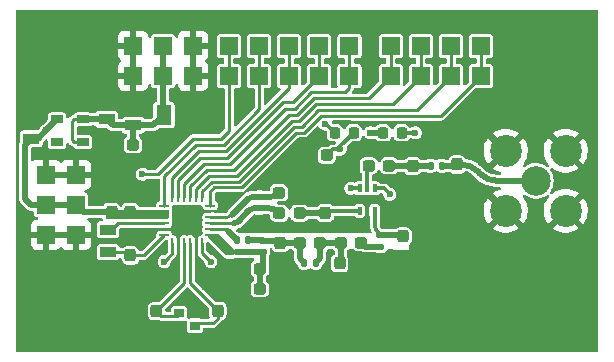
<source format=gbr>
G04 #@! TF.GenerationSoftware,KiCad,Pcbnew,(5.99.0-9154-g0d2ee266a1)*
G04 #@! TF.CreationDate,2021-03-25T14:29:23+01:00*
G04 #@! TF.ProjectId,ISM02B,49534d30-3242-42e6-9b69-6361645f7063,REV*
G04 #@! TF.SameCoordinates,Original*
G04 #@! TF.FileFunction,Copper,L2,Bot*
G04 #@! TF.FilePolarity,Positive*
%FSLAX46Y46*%
G04 Gerber Fmt 4.6, Leading zero omitted, Abs format (unit mm)*
G04 Created by KiCad (PCBNEW (5.99.0-9154-g0d2ee266a1)) date 2021-03-25 14:29:23*
%MOMM*%
%LPD*%
G01*
G04 APERTURE LIST*
G04 Aperture macros list*
%AMRoundRect*
0 Rectangle with rounded corners*
0 $1 Rounding radius*
0 $2 $3 $4 $5 $6 $7 $8 $9 X,Y pos of 4 corners*
0 Add a 4 corners polygon primitive as box body*
4,1,4,$2,$3,$4,$5,$6,$7,$8,$9,$2,$3,0*
0 Add four circle primitives for the rounded corners*
1,1,$1+$1,$2,$3*
1,1,$1+$1,$4,$5*
1,1,$1+$1,$6,$7*
1,1,$1+$1,$8,$9*
0 Add four rect primitives between the rounded corners*
20,1,$1+$1,$2,$3,$4,$5,0*
20,1,$1+$1,$4,$5,$6,$7,0*
20,1,$1+$1,$6,$7,$8,$9,0*
20,1,$1+$1,$8,$9,$2,$3,0*%
G04 Aperture macros list end*
G04 #@! TA.AperFunction,ComponentPad*
%ADD10C,6.000000*%
G04 #@! TD*
G04 #@! TA.AperFunction,ComponentPad*
%ADD11R,1.524000X1.524000*%
G04 #@! TD*
G04 #@! TA.AperFunction,ComponentPad*
%ADD12C,2.500000*%
G04 #@! TD*
G04 #@! TA.AperFunction,ComponentPad*
%ADD13C,2.700000*%
G04 #@! TD*
G04 #@! TA.AperFunction,SMDPad,CuDef*
%ADD14RoundRect,0.237500X0.237500X-0.287500X0.237500X0.287500X-0.237500X0.287500X-0.237500X-0.287500X0*%
G04 #@! TD*
G04 #@! TA.AperFunction,SMDPad,CuDef*
%ADD15RoundRect,0.237500X0.287500X0.237500X-0.287500X0.237500X-0.287500X-0.237500X0.287500X-0.237500X0*%
G04 #@! TD*
G04 #@! TA.AperFunction,SMDPad,CuDef*
%ADD16RoundRect,0.237500X-0.287500X-0.237500X0.287500X-0.237500X0.287500X0.237500X-0.287500X0.237500X0*%
G04 #@! TD*
G04 #@! TA.AperFunction,SMDPad,CuDef*
%ADD17R,0.850000X0.750000*%
G04 #@! TD*
G04 #@! TA.AperFunction,SMDPad,CuDef*
%ADD18RoundRect,0.062500X0.062500X-0.350000X0.062500X0.350000X-0.062500X0.350000X-0.062500X-0.350000X0*%
G04 #@! TD*
G04 #@! TA.AperFunction,SMDPad,CuDef*
%ADD19RoundRect,0.062500X0.350000X-0.062500X0.350000X0.062500X-0.350000X0.062500X-0.350000X-0.062500X0*%
G04 #@! TD*
G04 #@! TA.AperFunction,ComponentPad*
%ADD20C,0.500000*%
G04 #@! TD*
G04 #@! TA.AperFunction,SMDPad,CuDef*
%ADD21RoundRect,0.250000X1.050000X-1.050000X1.050000X1.050000X-1.050000X1.050000X-1.050000X-1.050000X0*%
G04 #@! TD*
G04 #@! TA.AperFunction,SMDPad,CuDef*
%ADD22RoundRect,0.218750X-0.218750X-0.256250X0.218750X-0.256250X0.218750X0.256250X-0.218750X0.256250X0*%
G04 #@! TD*
G04 #@! TA.AperFunction,SMDPad,CuDef*
%ADD23RoundRect,0.147500X-0.172500X0.147500X-0.172500X-0.147500X0.172500X-0.147500X0.172500X0.147500X0*%
G04 #@! TD*
G04 #@! TA.AperFunction,SMDPad,CuDef*
%ADD24RoundRect,0.147500X-0.147500X-0.172500X0.147500X-0.172500X0.147500X0.172500X-0.147500X0.172500X0*%
G04 #@! TD*
G04 #@! TA.AperFunction,SMDPad,CuDef*
%ADD25R,1.397000X0.889000*%
G04 #@! TD*
G04 #@! TA.AperFunction,SMDPad,CuDef*
%ADD26RoundRect,0.147500X0.172500X-0.147500X0.172500X0.147500X-0.172500X0.147500X-0.172500X-0.147500X0*%
G04 #@! TD*
G04 #@! TA.AperFunction,SMDPad,CuDef*
%ADD27RoundRect,0.237500X-0.237500X0.287500X-0.237500X-0.287500X0.237500X-0.287500X0.237500X0.287500X0*%
G04 #@! TD*
G04 #@! TA.AperFunction,SMDPad,CuDef*
%ADD28R,1.300000X1.700000*%
G04 #@! TD*
G04 #@! TA.AperFunction,SMDPad,CuDef*
%ADD29R,1.060000X0.650000*%
G04 #@! TD*
G04 #@! TA.AperFunction,SMDPad,CuDef*
%ADD30R,0.400000X0.650000*%
G04 #@! TD*
G04 #@! TA.AperFunction,SMDPad,CuDef*
%ADD31RoundRect,0.218750X0.218750X0.256250X-0.218750X0.256250X-0.218750X-0.256250X0.218750X-0.256250X0*%
G04 #@! TD*
G04 #@! TA.AperFunction,ViaPad*
%ADD32C,0.600000*%
G04 #@! TD*
G04 #@! TA.AperFunction,Conductor*
%ADD33C,0.250000*%
G04 #@! TD*
G04 #@! TA.AperFunction,Conductor*
%ADD34C,0.500000*%
G04 #@! TD*
G04 #@! TA.AperFunction,Conductor*
%ADD35C,0.150000*%
G04 #@! TD*
G04 #@! TA.AperFunction,Conductor*
%ADD36C,0.300000*%
G04 #@! TD*
G04 APERTURE END LIST*
D10*
G04 #@! TO.P,M2,1*
G04 #@! TO.N,GND*
X139700000Y-104140000D03*
G04 #@! TD*
G04 #@! TO.P,M3,1*
G04 #@! TO.N,GND*
X180340000Y-124460000D03*
G04 #@! TD*
D11*
G04 #@! TO.P,J2,1*
G04 #@! TO.N,GND*
X137922000Y-118872000D03*
G04 #@! TO.P,J2,2*
X140462000Y-118872000D03*
G04 #@! TD*
G04 #@! TO.P,J5,1*
G04 #@! TO.N,/MISO*
X167102000Y-105410000D03*
G04 #@! TO.P,J5,2*
X167102000Y-102870000D03*
G04 #@! TD*
G04 #@! TO.P,J4,1*
G04 #@! TO.N,/SCK*
X172202000Y-105410000D03*
G04 #@! TO.P,J4,2*
X172202000Y-102870000D03*
G04 #@! TD*
G04 #@! TO.P,J3,1*
G04 #@! TO.N,/#RESET*
X163596000Y-105410000D03*
G04 #@! TO.P,J3,2*
X163596000Y-102870000D03*
G04 #@! TD*
D12*
G04 #@! TO.P,J12,1*
G04 #@! TO.N,Net-(C22-Pad2)*
X179374800Y-114300000D03*
D13*
G04 #@! TO.P,J12,2*
G04 #@! TO.N,GND*
X181914800Y-111760000D03*
X176834800Y-111760000D03*
X176834800Y-116840000D03*
X181914800Y-116840000D03*
G04 #@! TD*
D11*
G04 #@! TO.P,J10,1*
G04 #@! TO.N,/DIO3*
X153396000Y-105410000D03*
G04 #@! TO.P,J10,2*
X153396000Y-102870000D03*
G04 #@! TD*
G04 #@! TO.P,J7,1*
G04 #@! TO.N,/#CS*
X174752000Y-105410000D03*
G04 #@! TO.P,J7,2*
X174752000Y-102870000D03*
G04 #@! TD*
G04 #@! TO.P,J9,1*
G04 #@! TO.N,/DIO2*
X155946000Y-105410000D03*
G04 #@! TO.P,J9,2*
X155946000Y-102870000D03*
G04 #@! TD*
G04 #@! TO.P,J8,1*
G04 #@! TO.N,/DIO1*
X158496000Y-105410000D03*
G04 #@! TO.P,J8,2*
X158496000Y-102870000D03*
G04 #@! TD*
G04 #@! TO.P,J11,1*
G04 #@! TO.N,/BUSY*
X161046000Y-105410000D03*
G04 #@! TO.P,J11,2*
X161046000Y-102870000D03*
G04 #@! TD*
G04 #@! TO.P,J6,1*
G04 #@! TO.N,/MOSI*
X169652000Y-105410000D03*
G04 #@! TO.P,J6,2*
X169652000Y-102870000D03*
G04 #@! TD*
D10*
G04 #@! TO.P,M1,1*
G04 #@! TO.N,GND*
X180340000Y-104140000D03*
G04 #@! TD*
D11*
G04 #@! TO.P,J1,1,2*
G04 #@! TO.N,GND*
X145288000Y-105410000D03*
G04 #@! TO.P,J1,2,2*
X145288000Y-102870000D03*
G04 #@! TO.P,J1,3,4*
G04 #@! TO.N,+5V*
X147828000Y-105410000D03*
G04 #@! TO.P,J1,4,4*
X147828000Y-102870000D03*
G04 #@! TO.P,J1,5,6*
G04 #@! TO.N,GND*
X150368000Y-105410000D03*
G04 #@! TO.P,J1,6,6*
X150368000Y-102870000D03*
G04 #@! TD*
D10*
G04 #@! TO.P,M4,1*
G04 #@! TO.N,GND*
X139700000Y-124460000D03*
G04 #@! TD*
D11*
G04 #@! TO.P,J15,1*
G04 #@! TO.N,GND*
X137922000Y-113792000D03*
G04 #@! TO.P,J15,2*
X140462000Y-113792000D03*
G04 #@! TD*
G04 #@! TO.P,J13,1*
G04 #@! TO.N,+3V3*
X137922000Y-116332000D03*
G04 #@! TO.P,J13,2*
X140462000Y-116332000D03*
G04 #@! TD*
D14*
G04 #@! TO.P,C19,1*
G04 #@! TO.N,GND*
X168949600Y-114805000D03*
G04 #@! TO.P,C19,2*
G04 #@! TO.N,Net-(C17-Pad1)*
X168949600Y-113055000D03*
G04 #@! TD*
D15*
G04 #@! TO.P,C18,1*
G04 #@! TO.N,Net-(C18-Pad1)*
X161671000Y-112141000D03*
G04 #@! TO.P,C18,2*
G04 #@! TO.N,GND*
X159921000Y-112141000D03*
G04 #@! TD*
D14*
G04 #@! TO.P,C12,1*
G04 #@! TO.N,Net-(C10-Pad1)*
X161558000Y-117021000D03*
G04 #@! TO.P,C12,2*
G04 #@! TO.N,GND*
X161558000Y-115271000D03*
G04 #@! TD*
G04 #@! TO.P,C22,1*
G04 #@! TO.N,GND*
X172720000Y-114667000D03*
G04 #@! TO.P,C22,2*
G04 #@! TO.N,Net-(C22-Pad2)*
X172720000Y-112917000D03*
G04 #@! TD*
G04 #@! TO.P,C4,1*
G04 #@! TO.N,Net-(C4-Pad1)*
X145058000Y-120621000D03*
G04 #@! TO.P,C4,2*
G04 #@! TO.N,GND*
X145058000Y-118871000D03*
G04 #@! TD*
G04 #@! TO.P,C5,1*
G04 #@! TO.N,+3V3*
X143458000Y-116921000D03*
G04 #@! TO.P,C5,2*
G04 #@! TO.N,GND*
X143458000Y-115171000D03*
G04 #@! TD*
G04 #@! TO.P,C1,1*
G04 #@! TO.N,Net-(C1-Pad1)*
X152458000Y-125335000D03*
G04 #@! TO.P,C1,2*
G04 #@! TO.N,GND*
X152458000Y-123585000D03*
G04 #@! TD*
G04 #@! TO.P,C3,1*
G04 #@! TO.N,Net-(C3-Pad1)*
X147258000Y-125335000D03*
G04 #@! TO.P,C3,2*
G04 #@! TO.N,GND*
X147258000Y-123585000D03*
G04 #@! TD*
D15*
G04 #@! TO.P,C10,1*
G04 #@! TO.N,Net-(C10-Pad1)*
X159385000Y-117046000D03*
G04 #@! TO.P,C10,2*
G04 #@! TO.N,Net-(C10-Pad2)*
X157635000Y-117046000D03*
G04 #@! TD*
D14*
G04 #@! TO.P,C6,1*
G04 #@! TO.N,+3V3*
X145058000Y-116921000D03*
G04 #@! TO.P,C6,2*
G04 #@! TO.N,GND*
X145058000Y-115171000D03*
G04 #@! TD*
D16*
G04 #@! TO.P,C8,1*
G04 #@! TO.N,Net-(C8-Pad1)*
X157635000Y-115316000D03*
G04 #@! TO.P,C8,2*
G04 #@! TO.N,GND*
X159385000Y-115316000D03*
G04 #@! TD*
D17*
G04 #@! TO.P,Y1,1,1*
G04 #@! TO.N,Net-(C1-Pad1)*
X150533000Y-126585000D03*
G04 #@! TO.P,Y1,2,2*
G04 #@! TO.N,GND*
X149183000Y-126585000D03*
G04 #@! TO.P,Y1,3,3*
G04 #@! TO.N,Net-(C3-Pad1)*
X149183000Y-125535000D03*
G04 #@! TO.P,Y1,4,4*
G04 #@! TO.N,GND*
X150533000Y-125535000D03*
G04 #@! TD*
D18*
G04 #@! TO.P,U1,1,VDD_IN*
G04 #@! TO.N,+3V3*
X151108000Y-119583500D03*
G04 #@! TO.P,U1,2,GND*
G04 #@! TO.N,GND*
X150608000Y-119583500D03*
G04 #@! TO.P,U1,3,XTA*
G04 #@! TO.N,Net-(C1-Pad1)*
X150108000Y-119583500D03*
G04 #@! TO.P,U1,4,XTB*
G04 #@! TO.N,Net-(C3-Pad1)*
X149608000Y-119583500D03*
G04 #@! TO.P,U1,5,GND*
G04 #@! TO.N,GND*
X149108000Y-119583500D03*
G04 #@! TO.P,U1,6,DIO3*
G04 #@! TO.N,/DIO3*
X148608000Y-119583500D03*
D19*
G04 #@! TO.P,U1,7,VREG*
G04 #@! TO.N,Net-(C4-Pad1)*
X147920500Y-118896000D03*
G04 #@! TO.P,U1,8,GND*
G04 #@! TO.N,GND*
X147920500Y-118396000D03*
G04 #@! TO.P,U1,9,DCC_SW*
G04 #@! TO.N,Net-(L1-Pad2)*
X147920500Y-117896000D03*
G04 #@! TO.P,U1,10,VBAT*
G04 #@! TO.N,+3V3*
X147920500Y-117396000D03*
G04 #@! TO.P,U1,11,VBAT_IO*
X147920500Y-116896000D03*
G04 #@! TO.P,U1,12,DIO2*
G04 #@! TO.N,/DIO2*
X147920500Y-116396000D03*
D18*
G04 #@! TO.P,U1,13,DIO1*
G04 #@! TO.N,/DIO1*
X148608000Y-115708500D03*
G04 #@! TO.P,U1,14,BUSY*
G04 #@! TO.N,/BUSY*
X149108000Y-115708500D03*
G04 #@! TO.P,U1,15,RESET*
G04 #@! TO.N,/#RESET*
X149608000Y-115708500D03*
G04 #@! TO.P,U1,16,MISO*
G04 #@! TO.N,/MISO*
X150108000Y-115708500D03*
G04 #@! TO.P,U1,17,MOSI*
G04 #@! TO.N,/MOSI*
X150608000Y-115708500D03*
G04 #@! TO.P,U1,18,SCK*
G04 #@! TO.N,/SCK*
X151108000Y-115708500D03*
D19*
G04 #@! TO.P,U1,19,~CS~*
G04 #@! TO.N,/#CS*
X151795500Y-116396000D03*
G04 #@! TO.P,U1,20,GND*
G04 #@! TO.N,GND*
X151795500Y-116896000D03*
G04 #@! TO.P,U1,21,RFI_P*
G04 #@! TO.N,Net-(C8-Pad1)*
X151795500Y-117396000D03*
G04 #@! TO.P,U1,22,RFI_N*
G04 #@! TO.N,Net-(C10-Pad2)*
X151795500Y-117896000D03*
G04 #@! TO.P,U1,23,RFO*
G04 #@! TO.N,Net-(L3-Pad1)*
X151795500Y-118396000D03*
G04 #@! TO.P,U1,24,VR_PA*
G04 #@! TO.N,Net-(C7-Pad1)*
X151795500Y-118896000D03*
D20*
G04 #@! TO.P,U1,25,GND*
G04 #@! TO.N,GND*
X150908000Y-117646000D03*
X148808000Y-118696000D03*
X149858000Y-117646000D03*
X148808000Y-116596000D03*
X150908000Y-116596000D03*
X148808000Y-117646000D03*
X150908000Y-118696000D03*
X149858000Y-118696000D03*
X149858000Y-116596000D03*
D21*
X149858000Y-117646000D03*
G04 #@! TD*
D22*
G04 #@! TO.P,R1,1*
G04 #@! TO.N,+3V3*
X166446000Y-110236000D03*
G04 #@! TO.P,R1,2*
G04 #@! TO.N,/#RESET*
X168021000Y-110236000D03*
G04 #@! TD*
D23*
G04 #@! TO.P,L2,1,1*
G04 #@! TO.N,Net-(C8-Pad1)*
X155970000Y-115661000D03*
G04 #@! TO.P,L2,2,2*
G04 #@! TO.N,Net-(C10-Pad2)*
X155970000Y-116631000D03*
G04 #@! TD*
D24*
G04 #@! TO.P,L7,1,1*
G04 #@! TO.N,Net-(C17-Pad1)*
X170464600Y-113030000D03*
G04 #@! TO.P,L7,2,2*
G04 #@! TO.N,Net-(C22-Pad2)*
X171434600Y-113030000D03*
G04 #@! TD*
D25*
G04 #@! TO.P,L1,1*
G04 #@! TO.N,Net-(C4-Pad1)*
X143158000Y-120332500D03*
G04 #@! TO.P,L1,2*
G04 #@! TO.N,Net-(L1-Pad2)*
X143158000Y-118427500D03*
G04 #@! TD*
D26*
G04 #@! TO.P,L4,1,1*
G04 #@! TO.N,Net-(C7-Pad1)*
X156258000Y-120331000D03*
G04 #@! TO.P,L4,2,2*
G04 #@! TO.N,Net-(C11-Pad1)*
X156258000Y-119361000D03*
G04 #@! TD*
G04 #@! TO.P,L6,1,1*
G04 #@! TO.N,Net-(C15-Pad1)*
X166217600Y-119865000D03*
G04 #@! TO.P,L6,2,2*
G04 #@! TO.N,Net-(C16-Pad1)*
X166217600Y-118895000D03*
G04 #@! TD*
D24*
G04 #@! TO.P,L5,1,1*
G04 #@! TO.N,Net-(C11-Pad1)*
X159773000Y-121246000D03*
G04 #@! TO.P,L5,2,2*
G04 #@! TO.N,Net-(C13-Pad1)*
X160743000Y-121246000D03*
G04 #@! TD*
D15*
G04 #@! TO.P,C13,1*
G04 #@! TO.N,Net-(C13-Pad1)*
X161133000Y-119546000D03*
G04 #@! TO.P,C13,2*
G04 #@! TO.N,Net-(C11-Pad1)*
X159383000Y-119546000D03*
G04 #@! TD*
D27*
G04 #@! TO.P,C16,1*
G04 #@! TO.N,Net-(C16-Pad1)*
X168148000Y-119013000D03*
G04 #@! TO.P,C16,2*
G04 #@! TO.N,GND*
X168148000Y-120763000D03*
G04 #@! TD*
D15*
G04 #@! TO.P,C17,1*
G04 #@! TO.N,Net-(C17-Pad1)*
X166979600Y-113030000D03*
G04 #@! TO.P,C17,2*
G04 #@! TO.N,Net-(C17-Pad2)*
X165229600Y-113030000D03*
G04 #@! TD*
D27*
G04 #@! TO.P,C14,1*
G04 #@! TO.N,Net-(C13-Pad1)*
X162758000Y-121285000D03*
G04 #@! TO.P,C14,2*
G04 #@! TO.N,GND*
X162758000Y-123035000D03*
G04 #@! TD*
G04 #@! TO.P,C11,1*
G04 #@! TO.N,Net-(C11-Pad1)*
X157758000Y-119571000D03*
G04 #@! TO.P,C11,2*
G04 #@! TO.N,GND*
X157758000Y-121321000D03*
G04 #@! TD*
D15*
G04 #@! TO.P,C15,1*
G04 #@! TO.N,Net-(C15-Pad1)*
X164614800Y-119532400D03*
G04 #@! TO.P,C15,2*
G04 #@! TO.N,Net-(C13-Pad1)*
X162864800Y-119532400D03*
G04 #@! TD*
G04 #@! TO.P,C9,1*
G04 #@! TO.N,Net-(C7-Pad1)*
X156008000Y-121746000D03*
G04 #@! TO.P,C9,2*
G04 #@! TO.N,GND*
X154258000Y-121746000D03*
G04 #@! TD*
G04 #@! TO.P,C7,1*
G04 #@! TO.N,Net-(C7-Pad1)*
X156008000Y-123446000D03*
G04 #@! TO.P,C7,2*
G04 #@! TO.N,GND*
X154258000Y-123446000D03*
G04 #@! TD*
D24*
G04 #@! TO.P,L3,1,1*
G04 #@! TO.N,Net-(L3-Pad1)*
X154073000Y-119346000D03*
G04 #@! TO.P,L3,2,2*
G04 #@! TO.N,Net-(C11-Pad1)*
X155043000Y-119346000D03*
G04 #@! TD*
D16*
G04 #@! TO.P,C2,1*
G04 #@! TO.N,+5V*
X145263000Y-111252000D03*
G04 #@! TO.P,C2,2*
G04 #@! TO.N,GND*
X147013000Y-111252000D03*
G04 #@! TD*
D28*
G04 #@! TO.P,D1,1,K*
G04 #@! TO.N,+5V*
X147884000Y-108712000D03*
G04 #@! TO.P,D1,2,A*
G04 #@! TO.N,GND*
X151384000Y-108712000D03*
G04 #@! TD*
D29*
G04 #@! TO.P,U2,1,VIN*
G04 #@! TO.N,+5V*
X141038000Y-109102000D03*
G04 #@! TO.P,U2,2,GND*
G04 #@! TO.N,GND*
X141038000Y-110052000D03*
G04 #@! TO.P,U2,3,EN*
G04 #@! TO.N,+5V*
X141038000Y-111002000D03*
G04 #@! TO.P,U2,4,NC*
G04 #@! TO.N,N/C*
X138838000Y-111002000D03*
G04 #@! TO.P,U2,5,VOUT*
G04 #@! TO.N,+3V3*
X138838000Y-109102000D03*
G04 #@! TD*
D25*
G04 #@! TO.P,C24,1*
G04 #@! TO.N,+3V3*
X136652000Y-110744000D03*
G04 #@! TO.P,C24,2*
G04 #@! TO.N,GND*
X136652000Y-108839000D03*
G04 #@! TD*
G04 #@! TO.P,C21,1*
G04 #@! TO.N,+5V*
X143038000Y-109099500D03*
G04 #@! TO.P,C21,2*
G04 #@! TO.N,GND*
X143038000Y-111004500D03*
G04 #@! TD*
G04 #@! TO.P,C25,1*
G04 #@! TO.N,+5V*
X145288000Y-109601000D03*
G04 #@! TO.P,C25,2*
G04 #@! TO.N,GND*
X145288000Y-107696000D03*
G04 #@! TD*
D30*
G04 #@! TO.P,U3,1,RF1*
G04 #@! TO.N,Net-(C16-Pad1)*
X165750000Y-116836000D03*
G04 #@! TO.P,U3,2,GND*
G04 #@! TO.N,GND*
X165100000Y-116836000D03*
G04 #@! TO.P,U3,3,RF2*
G04 #@! TO.N,Net-(C10-Pad1)*
X164450000Y-116836000D03*
G04 #@! TO.P,U3,4,CTRL*
G04 #@! TO.N,Net-(C18-Pad1)*
X164450000Y-114936000D03*
G04 #@! TO.P,U3,5,RFC*
G04 #@! TO.N,Net-(C17-Pad2)*
X165100000Y-114936000D03*
G04 #@! TO.P,U3,6,#CTRL*
G04 #@! TO.N,+3V3*
X165750000Y-114936000D03*
G04 #@! TD*
D31*
G04 #@! TO.P,R2,1*
G04 #@! TO.N,Net-(C18-Pad1)*
X163957000Y-110236000D03*
G04 #@! TO.P,R2,2*
G04 #@! TO.N,/DIO2*
X162382000Y-110236000D03*
G04 #@! TD*
D32*
G04 #@! TO.N,GND*
X145058000Y-114046000D03*
X143458000Y-114046000D03*
X151358000Y-123260000D03*
X148358000Y-123260000D03*
X150558000Y-124560000D03*
X163830000Y-113665000D03*
X184150000Y-119380000D03*
X148463000Y-128270000D03*
X163830000Y-100330000D03*
X161798000Y-113919000D03*
X171069000Y-111633000D03*
X184150000Y-118110000D03*
X157356660Y-118341817D03*
X158750000Y-113919000D03*
X184150000Y-114300000D03*
X145161000Y-122301000D03*
X168910000Y-111633000D03*
X142240000Y-128270000D03*
X184150000Y-110490000D03*
X156972000Y-113919000D03*
X167894000Y-111633000D03*
X143383000Y-107442000D03*
X145161000Y-123317000D03*
X153858000Y-124946000D03*
X146304000Y-128270000D03*
X159766000Y-113919000D03*
X168402000Y-122428000D03*
X143764000Y-112649000D03*
X153670000Y-100330000D03*
X169164000Y-116967000D03*
X177800000Y-108585000D03*
X170053000Y-111633000D03*
X172085000Y-128270000D03*
X164211000Y-121666000D03*
X161290000Y-100330000D03*
X172212000Y-111506000D03*
X163195000Y-128270000D03*
X160655000Y-128270000D03*
X167767000Y-114300000D03*
X154940000Y-100330000D03*
X153416000Y-123446000D03*
X172720000Y-100330000D03*
X157480000Y-100330000D03*
X162560000Y-124460000D03*
X155858000Y-118346000D03*
X152273000Y-128270000D03*
X174117000Y-114935000D03*
X166370000Y-100330000D03*
X160655000Y-113919000D03*
X150876000Y-122301000D03*
X181610000Y-120015000D03*
X159766000Y-122809000D03*
X149858000Y-123860000D03*
X149606000Y-107442000D03*
X153797000Y-126111000D03*
X150858000Y-121146000D03*
X155575000Y-128270000D03*
X145161000Y-128270000D03*
X170815000Y-128270000D03*
X143510000Y-100330000D03*
X144780000Y-100330000D03*
X135890000Y-120650000D03*
X168275000Y-128270000D03*
X158750000Y-100330000D03*
X172847000Y-116967000D03*
X146050000Y-100330000D03*
X173101000Y-111506000D03*
X169545000Y-120904000D03*
X177800000Y-100330000D03*
X175260000Y-100330000D03*
X176530000Y-108585000D03*
X146939000Y-112649000D03*
X158115000Y-128270000D03*
X168148000Y-116967000D03*
X156210000Y-100330000D03*
X182245000Y-108585000D03*
X149860000Y-100330000D03*
X162941000Y-115697000D03*
X167640000Y-100330000D03*
X173990000Y-100330000D03*
X183515000Y-120015000D03*
X148908011Y-121145981D03*
X148590000Y-100330000D03*
X170180000Y-100330000D03*
X164846000Y-111633000D03*
X135890000Y-119380000D03*
X162258000Y-118346000D03*
X164465000Y-128270000D03*
X146050000Y-127000000D03*
X135890000Y-116840000D03*
X184150000Y-116840000D03*
X154940000Y-118346000D03*
X173990000Y-111506000D03*
X174498000Y-112268000D03*
X165735000Y-128270000D03*
X171450000Y-100330000D03*
X164846000Y-117983000D03*
X170561000Y-116967000D03*
X154305000Y-128270000D03*
X152019000Y-122301000D03*
X153035000Y-115570000D03*
X163858046Y-118346000D03*
X173990000Y-118110000D03*
X161925000Y-128270000D03*
X145161000Y-125349000D03*
X153158000Y-121746000D03*
X168910000Y-100330000D03*
X177165000Y-128270000D03*
X173355000Y-128270000D03*
X148717000Y-122174000D03*
X160658000Y-118346000D03*
X145161000Y-126619000D03*
X165100000Y-100330000D03*
X147320000Y-121920000D03*
X146058000Y-118946000D03*
X175895000Y-120015000D03*
X162560000Y-100330000D03*
X184150000Y-113030000D03*
X161036000Y-122809000D03*
X184150000Y-107950000D03*
X171704000Y-116967000D03*
X179705000Y-118745000D03*
X179070000Y-120015000D03*
X166497000Y-121158000D03*
X160020000Y-100330000D03*
X157480000Y-122809000D03*
X151130000Y-100330000D03*
X164211000Y-122809000D03*
X169545000Y-122428000D03*
X167132000Y-116967000D03*
X184150000Y-115570000D03*
X171323000Y-114300000D03*
X149258000Y-124560000D03*
X161036000Y-124460000D03*
X169418000Y-117983000D03*
X147447000Y-128270000D03*
X156224000Y-114808000D03*
X170307000Y-114300000D03*
X184150000Y-120650000D03*
X175895000Y-128270000D03*
X169545000Y-128270000D03*
X165227000Y-121158000D03*
X174625000Y-120015000D03*
X157861000Y-113919000D03*
X147858000Y-126560000D03*
X153035000Y-127127000D03*
X136271000Y-107315000D03*
X184150000Y-109220000D03*
X152400000Y-100330000D03*
X145161000Y-112649000D03*
X167005000Y-128270000D03*
X159058000Y-118346000D03*
X174117000Y-116967000D03*
X176530000Y-100330000D03*
X159385000Y-128270000D03*
X149606000Y-128270000D03*
X180975000Y-108585000D03*
X164338000Y-124460000D03*
X143510000Y-128270000D03*
X147320000Y-100330000D03*
X165989000Y-111633000D03*
X175006000Y-115062000D03*
X135890000Y-118110000D03*
X177800000Y-120015000D03*
X141859000Y-107569000D03*
X163830000Y-111633000D03*
X143637000Y-121920000D03*
X158623000Y-122809000D03*
X173990000Y-119380000D03*
X166116000Y-113919000D03*
X145161000Y-124333000D03*
X156845000Y-128270000D03*
X167132000Y-122428000D03*
X179070000Y-110490000D03*
X150876000Y-128270000D03*
X146050000Y-121920000D03*
X169545000Y-119126000D03*
X163830000Y-112649000D03*
X149606000Y-108712000D03*
X184150000Y-111760000D03*
X174625000Y-128270000D03*
X184150000Y-106680000D03*
X142494000Y-112649000D03*
G04 #@! TO.N,+3V3*
X167005000Y-115443000D03*
X165354000Y-110236000D03*
X137940000Y-110000000D03*
X151858000Y-121146000D03*
X146858000Y-117146000D03*
G04 #@! TO.N,Net-(C18-Pad1)*
X162814000Y-111633000D03*
X163703000Y-114935000D03*
G04 #@! TO.N,/#RESET*
X169164000Y-110236000D03*
G04 #@! TO.N,/DIO2*
X161544000Y-109490080D03*
G04 #@! TO.N,/DIO3*
X146058000Y-113746046D03*
X147901519Y-121146000D03*
G04 #@! TD*
D33*
G04 #@! TO.N,Net-(C1-Pad1)*
X152458000Y-125335000D02*
X152458000Y-125960000D01*
X152058000Y-126360000D02*
X150758000Y-126360000D01*
X150758000Y-126360000D02*
X150533000Y-126585000D01*
X152458000Y-125960000D02*
X152058000Y-126360000D01*
X150108000Y-122985000D02*
X152458000Y-125335000D01*
X150108000Y-122985000D02*
X150108000Y-119583500D01*
G04 #@! TO.N,GND*
X148033000Y-123585000D02*
X148358000Y-123260000D01*
X150608000Y-119583500D02*
X150608000Y-118996000D01*
X149108000Y-118996000D02*
X148808000Y-118696000D01*
X152458000Y-123585000D02*
X151683000Y-123585000D01*
X147258000Y-123585000D02*
X148033000Y-123585000D01*
X151683000Y-123585000D02*
X151358000Y-123260000D01*
X150533000Y-124585000D02*
X150558000Y-124560000D01*
X147920500Y-118396000D02*
X148508000Y-118396000D01*
X148508000Y-118396000D02*
X148808000Y-118696000D01*
X149108000Y-119583500D02*
X149108000Y-118996000D01*
X151208000Y-116896000D02*
X150908000Y-116596000D01*
X150608000Y-118996000D02*
X150908000Y-118696000D01*
X150533000Y-125535000D02*
X150533000Y-124585000D01*
X143458000Y-115171000D02*
X143458000Y-114046000D01*
X145058000Y-115171000D02*
X145058000Y-114046000D01*
X151795500Y-116896000D02*
X151208000Y-116896000D01*
D34*
X142085500Y-110052000D02*
X143038000Y-111004500D01*
X141038000Y-110052000D02*
X142085500Y-110052000D01*
X157379928Y-118318541D02*
X157356652Y-118341817D01*
D33*
X166497000Y-114300000D02*
X166116000Y-113919000D01*
X150876000Y-128270000D02*
X152273000Y-128270000D01*
X167767000Y-114300000D02*
X166497000Y-114300000D01*
D34*
X157356660Y-118341817D02*
X159053817Y-118341817D01*
D33*
X148463000Y-128270000D02*
X149606000Y-128270000D01*
X153035000Y-126873000D02*
X153797000Y-126111000D01*
D34*
X163858046Y-118346000D02*
X164483000Y-118346000D01*
D33*
X154258000Y-121746000D02*
X153158000Y-121746000D01*
X154157999Y-124646001D02*
X153858000Y-124946000D01*
X146357999Y-118646001D02*
X146058000Y-118946000D01*
X153035000Y-127127000D02*
X153035000Y-126873000D01*
X149183000Y-126585000D02*
X147883000Y-126585000D01*
X145058000Y-118871000D02*
X145983000Y-118871000D01*
D35*
X154395832Y-115570000D02*
X153035000Y-115570000D01*
D34*
X157356652Y-118341817D02*
X157356660Y-118341817D01*
D36*
X161513000Y-115316000D02*
X161558000Y-115271000D01*
D33*
X144018000Y-122301000D02*
X143637000Y-121920000D01*
X145161000Y-122301000D02*
X144018000Y-122301000D01*
X145983000Y-118871000D02*
X146058000Y-118946000D01*
X149108000Y-120945992D02*
X148908011Y-121145981D01*
X146608000Y-118396000D02*
X146357999Y-118646001D01*
X150876000Y-122301000D02*
X152019000Y-122301000D01*
X147883000Y-126585000D02*
X147858000Y-126560000D01*
X150608000Y-119583500D02*
X150608000Y-120896000D01*
D34*
X160658000Y-118346000D02*
X162258000Y-118346000D01*
D33*
X149108000Y-119583500D02*
X149108000Y-120945992D01*
X147920500Y-118396000D02*
X146608000Y-118396000D01*
X154258000Y-123446000D02*
X154258000Y-124546000D01*
D34*
X150558000Y-124560000D02*
X149258000Y-124560000D01*
D33*
X154258000Y-124546000D02*
X154157999Y-124646001D01*
X150608000Y-120896000D02*
X150858000Y-121146000D01*
D35*
X155157832Y-114808000D02*
X154395832Y-115570000D01*
D34*
X164483000Y-118346000D02*
X164846000Y-117983000D01*
D35*
X156224000Y-114808000D02*
X155157832Y-114808000D01*
D33*
X151384000Y-108712000D02*
X149606000Y-108712000D01*
D34*
X159053817Y-118341817D02*
X159058000Y-118346000D01*
D33*
G04 #@! TO.N,+5V*
X140258000Y-109102000D02*
X140132999Y-109227001D01*
D34*
X143038000Y-109099500D02*
X143292000Y-109099500D01*
X143035500Y-109102000D02*
X143038000Y-109099500D01*
D33*
X140132999Y-110876999D02*
X140258000Y-111002000D01*
D34*
X141038000Y-109102000D02*
X143035500Y-109102000D01*
D33*
X140132999Y-109227001D02*
X140132999Y-110876999D01*
X140258000Y-111002000D02*
X141038000Y-111002000D01*
X141038000Y-109102000D02*
X140258000Y-109102000D01*
D34*
X143539500Y-109601000D02*
X143038000Y-109099500D01*
X145263000Y-111252000D02*
X145263000Y-109626000D01*
X147828000Y-105410000D02*
X147828000Y-108656000D01*
X146995000Y-109601000D02*
X147884000Y-108712000D01*
X147828000Y-102870000D02*
X147828000Y-105410000D01*
X145288000Y-109601000D02*
X143539500Y-109601000D01*
X145288000Y-109601000D02*
X146995000Y-109601000D01*
X145263000Y-109626000D02*
X145288000Y-109601000D01*
X147828000Y-108656000D02*
X147884000Y-108712000D01*
D33*
G04 #@! TO.N,Net-(C3-Pad1)*
X147683000Y-125760000D02*
X147258000Y-125335000D01*
X148958000Y-125760000D02*
X147683000Y-125760000D01*
X149183000Y-125535000D02*
X148958000Y-125760000D01*
X149608000Y-122985000D02*
X147258000Y-125335000D01*
X149608000Y-122985000D02*
X149608000Y-119583500D01*
G04 #@! TO.N,Net-(C4-Pad1)*
X145058000Y-120621000D02*
X146195500Y-120621000D01*
X143158000Y-120332500D02*
X144769500Y-120332500D01*
X146195500Y-120621000D02*
X147920500Y-118896000D01*
X144769500Y-120332500D02*
X145058000Y-120621000D01*
D34*
G04 #@! TO.N,+3V3*
X143435500Y-116898500D02*
X143458000Y-116921000D01*
X142883000Y-116921000D02*
X143458000Y-116921000D01*
X137196000Y-110744000D02*
X137940000Y-110000000D01*
D36*
X165750000Y-114936000D02*
X166498000Y-114936000D01*
D34*
X166446000Y-110236000D02*
X165354000Y-110236000D01*
D33*
X145058000Y-116921000D02*
X146633000Y-116921000D01*
X146633000Y-116921000D02*
X146858000Y-117146000D01*
D34*
X140462000Y-116332000D02*
X137922000Y-116332000D01*
X136144000Y-115824000D02*
X136144000Y-111252000D01*
X141051000Y-116921000D02*
X140462000Y-116332000D01*
X136144000Y-111252000D02*
X136652000Y-110744000D01*
X136652000Y-110744000D02*
X137196000Y-110744000D01*
D36*
X166498000Y-114936000D02*
X167005000Y-115443000D01*
D33*
X151108000Y-120396000D02*
X151858000Y-121146000D01*
D34*
X137940000Y-110000000D02*
X138838000Y-109102000D01*
D33*
X151108000Y-119583500D02*
X151108000Y-120396000D01*
D34*
X136652000Y-116332000D02*
X136144000Y-115824000D01*
X143458000Y-116921000D02*
X141051000Y-116921000D01*
X137922000Y-116332000D02*
X136652000Y-116332000D01*
D33*
G04 #@! TO.N,Net-(C7-Pad1)*
X152058000Y-118896000D02*
X151795500Y-118896000D01*
D34*
X156008000Y-121746000D02*
X156008000Y-123446000D01*
D33*
X152008000Y-118896000D02*
X151795500Y-118896000D01*
D34*
X156258000Y-120331000D02*
X156258000Y-121396000D01*
D33*
X152424000Y-118896000D02*
X153859000Y-120331000D01*
D34*
X156258000Y-121396000D02*
X155908000Y-121746000D01*
D33*
X153859000Y-120331000D02*
X153989000Y-120331000D01*
D34*
X156258000Y-120331000D02*
X153989000Y-120331000D01*
D33*
X151795500Y-118896000D02*
X152424000Y-118896000D01*
D34*
G04 #@! TO.N,Net-(C8-Pad1)*
X154525980Y-116320332D02*
X153670000Y-117176312D01*
D33*
X152733000Y-117396000D02*
X152779893Y-117396000D01*
D34*
X155038865Y-115807447D02*
X154525980Y-116320332D01*
X156875786Y-115661000D02*
X155970000Y-115661000D01*
D33*
X151795500Y-117396000D02*
X152733000Y-117396000D01*
D34*
X157582893Y-115368107D02*
X157635000Y-115316000D01*
D33*
X153596759Y-117249553D02*
X153670000Y-117176312D01*
X152733000Y-117396000D02*
X153243205Y-117396000D01*
D34*
X155970000Y-115661000D02*
X155392419Y-115661000D01*
X155392419Y-115661000D02*
G75*
G03*
X155038865Y-115807447I-1J-499997D01*
G01*
X156875786Y-115660999D02*
G75*
G03*
X157582892Y-115368106I3J999993D01*
G01*
D33*
X153596759Y-117249553D02*
G75*
G02*
X153243205Y-117396000I-353553J353550D01*
G01*
D36*
G04 #@! TO.N,Net-(C10-Pad1)*
X161743000Y-116836000D02*
X161558000Y-117021000D01*
D34*
X161533000Y-117046000D02*
X161558000Y-117021000D01*
X159385000Y-117046000D02*
X161533000Y-117046000D01*
D36*
X164450000Y-116836000D02*
X161743000Y-116836000D01*
D34*
G04 #@! TO.N,Net-(C10-Pad2)*
X157512893Y-116923893D02*
X157635000Y-117046000D01*
X155970000Y-116631000D02*
X155483107Y-116631000D01*
X155129553Y-116777447D02*
X154157446Y-117749554D01*
D33*
X151795500Y-117896000D02*
X153803893Y-117896000D01*
D34*
X156805786Y-116631000D02*
X155970000Y-116631000D01*
X157512893Y-116923893D02*
G75*
G03*
X156805786Y-116631000I-707106J-707106D01*
G01*
X155483107Y-116631000D02*
G75*
G03*
X155129553Y-116777447I-1J-499997D01*
G01*
X153803893Y-117895999D02*
G75*
G03*
X154157446Y-117749554I0J500001D01*
G01*
G04 #@! TO.N,Net-(C11-Pad1)*
X159358000Y-119571000D02*
X159383000Y-119546000D01*
X159383000Y-120856000D02*
X159773000Y-121246000D01*
X157758000Y-119571000D02*
X159358000Y-119571000D01*
X156258000Y-119361000D02*
X157548000Y-119361000D01*
X157548000Y-119361000D02*
X157758000Y-119571000D01*
X159383000Y-119546000D02*
X159383000Y-120856000D01*
X155043000Y-119346000D02*
X156243000Y-119346000D01*
X156243000Y-119346000D02*
X156258000Y-119361000D01*
G04 #@! TO.N,Net-(C13-Pad1)*
X161133000Y-120856000D02*
X160743000Y-121246000D01*
X161133000Y-119546000D02*
X162851200Y-119546000D01*
X161133000Y-119546000D02*
X161133000Y-120856000D01*
X162864800Y-119532400D02*
X162864800Y-121178200D01*
X162851200Y-119546000D02*
X162864800Y-119532400D01*
X162864800Y-121178200D02*
X162758000Y-121285000D01*
G04 #@! TO.N,Net-(C15-Pad1)*
X164947400Y-119865000D02*
X166217600Y-119865000D01*
X164614800Y-119532400D02*
X164947400Y-119865000D01*
D36*
G04 #@! TO.N,Net-(C16-Pad1)*
X166042893Y-118720293D02*
X166217600Y-118895000D01*
X165750000Y-116836000D02*
X165750000Y-118013186D01*
D34*
X166217600Y-118895000D02*
X168030000Y-118895000D01*
X168030000Y-118895000D02*
X168148000Y-119013000D01*
D36*
X166042893Y-118720293D02*
G75*
G02*
X165750000Y-118013186I707106J707106D01*
G01*
D34*
G04 #@! TO.N,Net-(C17-Pad1)*
X168949600Y-113055000D02*
X170439600Y-113055000D01*
X170439600Y-113055000D02*
X170464600Y-113030000D01*
X166979600Y-113030000D02*
X168924600Y-113030000D01*
X168924600Y-113030000D02*
X168949600Y-113055000D01*
D36*
G04 #@! TO.N,Net-(C18-Pad1)*
X162814000Y-111379000D02*
X163957000Y-110236000D01*
X162814000Y-111633000D02*
X162179000Y-111633000D01*
X162814000Y-111633000D02*
X162814000Y-111379000D01*
X162179000Y-111633000D02*
X161671000Y-112141000D01*
X163704000Y-114936000D02*
X163703000Y-114935000D01*
X164450000Y-114936000D02*
X163704000Y-114936000D01*
D34*
G04 #@! TO.N,Net-(C22-Pad2)*
X172924600Y-113030000D02*
X172949600Y-113055000D01*
X171434600Y-113030000D02*
X172924600Y-113030000D01*
X176088427Y-114300000D02*
X179374800Y-114300000D01*
X174462787Y-113502787D02*
X174674214Y-113714214D01*
X172720000Y-112917000D02*
X173048573Y-112917000D01*
X174674214Y-113714214D02*
G75*
G03*
X176088427Y-114300000I1414213J1414214D01*
G01*
X174462787Y-113502787D02*
G75*
G03*
X173048573Y-112917000I-1414214J-1414213D01*
G01*
D36*
G04 #@! TO.N,Net-(C17-Pad2)*
X165100000Y-114936000D02*
X165100000Y-113159600D01*
X165100000Y-113159600D02*
X165229600Y-113030000D01*
D33*
G04 #@! TO.N,/SCK*
X169275060Y-108315060D02*
X169286000Y-108326000D01*
X159564524Y-109720020D02*
X160969484Y-108315060D01*
X172202000Y-103882000D02*
X172202000Y-105410000D01*
X151108000Y-115708500D02*
X151108000Y-115177408D01*
X158902252Y-109720020D02*
X159564524Y-109720020D01*
X172202000Y-102870000D02*
X172202000Y-103882000D01*
X151917760Y-114367648D02*
X154254624Y-114367648D01*
X151108000Y-115177408D02*
X151917760Y-114367648D01*
X169286000Y-108326000D02*
X172202000Y-105410000D01*
X160969484Y-108315060D02*
X169275060Y-108315060D01*
X154254624Y-114367648D02*
X158902252Y-109720020D01*
G04 #@! TO.N,/MISO*
X167102000Y-103882000D02*
X167102000Y-105410000D01*
X165226980Y-107315020D02*
X165544500Y-106997500D01*
X167102000Y-102870000D02*
X167102000Y-103882000D01*
X167102000Y-105440000D02*
X167102000Y-105410000D01*
X158496000Y-108712000D02*
X159158272Y-108712000D01*
X167202000Y-105510000D02*
X167102000Y-105410000D01*
X160555252Y-107315020D02*
X165226980Y-107315020D01*
X150108000Y-114763136D02*
X151503528Y-113367608D01*
X151503528Y-113367608D02*
X153840392Y-113367608D01*
X150108000Y-115708500D02*
X150108000Y-114763136D01*
X153840392Y-113367608D02*
X158496000Y-108712000D01*
X165226980Y-107315020D02*
X167102000Y-105440000D01*
X159158272Y-108712000D02*
X160555252Y-107315020D01*
G04 #@! TO.N,/MOSI*
X167266960Y-107815040D02*
X167449500Y-107632500D01*
X150608000Y-115708500D02*
X150608000Y-114970272D01*
X169652000Y-103882000D02*
X169652000Y-105410000D01*
X150608000Y-114970272D02*
X151710644Y-113867628D01*
X169652000Y-105430000D02*
X169652000Y-105410000D01*
X154047508Y-113867628D02*
X158695136Y-109220000D01*
X169652000Y-102870000D02*
X169652000Y-103882000D01*
X167266960Y-107815040D02*
X169652000Y-105430000D01*
X160762368Y-107815040D02*
X167266960Y-107815040D01*
X159357408Y-109220000D02*
X160762368Y-107815040D01*
X158695136Y-109220000D02*
X159357408Y-109220000D01*
X151710644Y-113867628D02*
X154047508Y-113867628D01*
G04 #@! TO.N,/#CS*
X163840940Y-108826020D02*
X171335980Y-108826020D01*
X159771640Y-110220040D02*
X161176600Y-108815080D01*
X151795500Y-116396000D02*
X151795500Y-115208500D01*
X171335980Y-108826020D02*
X174752000Y-105410000D01*
X161176600Y-108815080D02*
X163830000Y-108815080D01*
X163830000Y-108815080D02*
X163840940Y-108826020D01*
X154461740Y-114867668D02*
X159109368Y-110220040D01*
X152136332Y-114867668D02*
X154461740Y-114867668D01*
X159109368Y-110220040D02*
X159771640Y-110220040D01*
X151795500Y-115208500D02*
X152136332Y-114867668D01*
X174752000Y-102870000D02*
X174752000Y-105410000D01*
G04 #@! TO.N,/#RESET*
X160348136Y-106815000D02*
X163203000Y-106815000D01*
X149608000Y-114556000D02*
X151296412Y-112867588D01*
X163596000Y-102870000D02*
X163596000Y-105410000D01*
X149608000Y-115708500D02*
X149608000Y-114556000D01*
X163203000Y-106815000D02*
X163596000Y-106422000D01*
X153448300Y-112867588D02*
X158111888Y-108204000D01*
X158959136Y-108204000D02*
X160348136Y-106815000D01*
D36*
X168021000Y-110236000D02*
X169164000Y-110236000D01*
D33*
X158111888Y-108204000D02*
X158959136Y-108204000D01*
X163596000Y-106422000D02*
X163596000Y-105410000D01*
X151296412Y-112867588D02*
X153448300Y-112867588D01*
G04 #@! TO.N,/DIO1*
X150876000Y-111760000D02*
X153141617Y-111760000D01*
X158496000Y-105590000D02*
X158496000Y-105410000D01*
X158496000Y-102870000D02*
X158496000Y-105410000D01*
X148608000Y-114028000D02*
X150876000Y-111760000D01*
X158496000Y-106405617D02*
X158496000Y-105410000D01*
X148608000Y-115708500D02*
X148608000Y-114028000D01*
X153141617Y-111760000D02*
X158496000Y-106405617D01*
G04 #@! TO.N,/DIO2*
X147920500Y-116396000D02*
X147920500Y-113898636D01*
X156096000Y-105560000D02*
X155946000Y-105410000D01*
X155946000Y-102870000D02*
X155946000Y-103882000D01*
X155946000Y-108248482D02*
X155946000Y-105410000D01*
X147920500Y-113898636D02*
X150567136Y-111252000D01*
D34*
X162382000Y-110236000D02*
X162289920Y-110236000D01*
D36*
X161636080Y-109490080D02*
X162382000Y-110236000D01*
D33*
X155946000Y-103882000D02*
X155946000Y-105410000D01*
D36*
X161544000Y-109490080D02*
X161636080Y-109490080D01*
D33*
X152942482Y-111252000D02*
X155946000Y-108248482D01*
X150567136Y-111252000D02*
X152942482Y-111252000D01*
G04 #@! TO.N,/DIO3*
X153416000Y-105430000D02*
X153396000Y-105410000D01*
X153416000Y-110071346D02*
X153416000Y-105430000D01*
X148608000Y-120439519D02*
X148201518Y-120846001D01*
X150368000Y-110744000D02*
X152743346Y-110744000D01*
X153466000Y-105410000D02*
X153396000Y-105410000D01*
X148201518Y-120846001D02*
X147901519Y-121146000D01*
X146058000Y-113746046D02*
X147365954Y-113746046D01*
X148608000Y-119583500D02*
X148608000Y-120439519D01*
X147365954Y-113746046D02*
X150368000Y-110744000D01*
X152743346Y-110744000D02*
X153416000Y-110071346D01*
X148336000Y-112776000D02*
X150368000Y-110744000D01*
X153396000Y-102870000D02*
X153396000Y-105410000D01*
G04 #@! TO.N,/BUSY*
X150975568Y-112367568D02*
X153241185Y-112367568D01*
X161046000Y-102870000D02*
X161046000Y-103882000D01*
X149108000Y-115708500D02*
X149108000Y-114235136D01*
X161046000Y-103882000D02*
X161046000Y-105410000D01*
X158797624Y-107658376D02*
X157950376Y-107658376D01*
X153241185Y-112367568D02*
X157950376Y-107658376D01*
X161046000Y-105410000D02*
X158797624Y-107658376D01*
X149108000Y-114235136D02*
X150975568Y-112367568D01*
G04 #@! TO.N,Net-(L1-Pad2)*
X143410500Y-118493500D02*
X143158000Y-118493500D01*
X144008000Y-117896000D02*
X143410500Y-118493500D01*
X147920500Y-117896000D02*
X144008000Y-117896000D01*
G04 #@! TO.N,Net-(L3-Pad1)*
X151795500Y-118396000D02*
X153123000Y-118396000D01*
D34*
X154073000Y-119346000D02*
X153738832Y-119011832D01*
X153738832Y-119011832D02*
X153738832Y-119001832D01*
X153738832Y-119001832D02*
X153283000Y-118546000D01*
D33*
X153123000Y-118396000D02*
X153133000Y-118396000D01*
X153133000Y-118396000D02*
X153283000Y-118546000D01*
G04 #@! TD*
G04 #@! TA.AperFunction,Conductor*
G04 #@! TO.N,+3V3*
G36*
X147490797Y-116778478D02*
G01*
X147512675Y-116786441D01*
X147513349Y-116786500D01*
X147879174Y-116786500D01*
X147898572Y-116788027D01*
X147920500Y-116791500D01*
X147930141Y-116789973D01*
X147942428Y-116788027D01*
X147961826Y-116786500D01*
X148168500Y-116786500D01*
X148235539Y-116806185D01*
X148281294Y-116858989D01*
X148292500Y-116910500D01*
X148292500Y-117381500D01*
X148272815Y-117448539D01*
X148220011Y-117494294D01*
X148168500Y-117505500D01*
X144070697Y-117505500D01*
X144070137Y-117505456D01*
X144069870Y-117505369D01*
X143946131Y-117505369D01*
X143936855Y-117508383D01*
X143936849Y-117508384D01*
X143925810Y-117511971D01*
X143906886Y-117516515D01*
X143888202Y-117519474D01*
X143868806Y-117521000D01*
X143082000Y-117521000D01*
X143014961Y-117501315D01*
X142969206Y-117448511D01*
X142958000Y-117397000D01*
X142958000Y-116895000D01*
X142977685Y-116827961D01*
X143030489Y-116782206D01*
X143082000Y-116771000D01*
X147448386Y-116771000D01*
X147490797Y-116778478D01*
G37*
G04 #@! TD.AperFunction*
G04 #@! TD*
G04 #@! TA.AperFunction,Conductor*
G04 #@! TO.N,Net-(C7-Pad1)*
G36*
X152249431Y-118841502D02*
G01*
X152270405Y-118858405D01*
X153777375Y-120365375D01*
X153778588Y-120366469D01*
X153789648Y-120376448D01*
X153826827Y-120436931D01*
X153825405Y-120507914D01*
X153785832Y-120566859D01*
X153720673Y-120595052D01*
X153705244Y-120596000D01*
X153260190Y-120596000D01*
X153192069Y-120575998D01*
X153171095Y-120559095D01*
X151648595Y-119036595D01*
X151614569Y-118974283D01*
X151619634Y-118903468D01*
X151662181Y-118846632D01*
X151728701Y-118821821D01*
X151737690Y-118821500D01*
X152181310Y-118821500D01*
X152249431Y-118841502D01*
G37*
G04 #@! TD.AperFunction*
G04 #@! TD*
G04 #@! TA.AperFunction,Conductor*
G04 #@! TO.N,GND*
G36*
X184608121Y-99834002D02*
G01*
X184654614Y-99887658D01*
X184666000Y-99940000D01*
X184666000Y-128660000D01*
X184645998Y-128728121D01*
X184592342Y-128774614D01*
X184540000Y-128786000D01*
X135500000Y-128786000D01*
X135431879Y-128765998D01*
X135385386Y-128712342D01*
X135374000Y-128660000D01*
X135374000Y-119139548D01*
X136647000Y-119139548D01*
X136647000Y-119631743D01*
X136647161Y-119636250D01*
X136651740Y-119700269D01*
X136654126Y-119713491D01*
X136690819Y-119838458D01*
X136698233Y-119854692D01*
X136767426Y-119962360D01*
X136779112Y-119975847D01*
X136875840Y-120059662D01*
X136890848Y-120069307D01*
X137007275Y-120122477D01*
X137024388Y-120127502D01*
X137155554Y-120146361D01*
X137164495Y-120147000D01*
X137649885Y-120147000D01*
X137665124Y-120142525D01*
X137666329Y-120141135D01*
X137668000Y-120133452D01*
X137668000Y-119144115D01*
X137666659Y-119139548D01*
X138176000Y-119139548D01*
X138176000Y-120128885D01*
X138180475Y-120144124D01*
X138181865Y-120145329D01*
X138189548Y-120147000D01*
X138681743Y-120147000D01*
X138686250Y-120146839D01*
X138750269Y-120142260D01*
X138763491Y-120139874D01*
X138888458Y-120103181D01*
X138904692Y-120095767D01*
X139012360Y-120026574D01*
X139025847Y-120014888D01*
X139096677Y-119933145D01*
X139156403Y-119894761D01*
X139227400Y-119894761D01*
X139287126Y-119933144D01*
X139297900Y-119947537D01*
X139307426Y-119962360D01*
X139319112Y-119975847D01*
X139415840Y-120059662D01*
X139430848Y-120069307D01*
X139547275Y-120122477D01*
X139564388Y-120127502D01*
X139695554Y-120146361D01*
X139704495Y-120147000D01*
X140189885Y-120147000D01*
X140205124Y-120142525D01*
X140206329Y-120141135D01*
X140208000Y-120133452D01*
X140208000Y-119144115D01*
X140206659Y-119139548D01*
X140716000Y-119139548D01*
X140716000Y-120128885D01*
X140720475Y-120144124D01*
X140721865Y-120145329D01*
X140729548Y-120147000D01*
X141221743Y-120147000D01*
X141226250Y-120146839D01*
X141290269Y-120142260D01*
X141303491Y-120139874D01*
X141428458Y-120103181D01*
X141444692Y-120095767D01*
X141552360Y-120026574D01*
X141565847Y-120014888D01*
X141649662Y-119918160D01*
X141659307Y-119903152D01*
X141712477Y-119786725D01*
X141717502Y-119769612D01*
X141736361Y-119638446D01*
X141737000Y-119629503D01*
X141737000Y-119144115D01*
X141732525Y-119128876D01*
X141731135Y-119127671D01*
X141723452Y-119126000D01*
X140734115Y-119126000D01*
X140718876Y-119130475D01*
X140717671Y-119131865D01*
X140716000Y-119139548D01*
X140206659Y-119139548D01*
X140203525Y-119128876D01*
X140202135Y-119127671D01*
X140194452Y-119126000D01*
X138194115Y-119126000D01*
X138178876Y-119130475D01*
X138177671Y-119131865D01*
X138176000Y-119139548D01*
X137666659Y-119139548D01*
X137663525Y-119128876D01*
X137662135Y-119127671D01*
X137654452Y-119126000D01*
X136665115Y-119126000D01*
X136649876Y-119130475D01*
X136648671Y-119131865D01*
X136647000Y-119139548D01*
X135374000Y-119139548D01*
X135374000Y-111286654D01*
X135635679Y-111286654D01*
X135637552Y-111295429D01*
X135638163Y-111304391D01*
X135638079Y-111304397D01*
X135639500Y-111317853D01*
X135639500Y-115754215D01*
X135638252Y-115765386D01*
X135638842Y-115765433D01*
X135638122Y-115774384D01*
X135636141Y-115783138D01*
X135637652Y-115807498D01*
X135639258Y-115833380D01*
X135639500Y-115841182D01*
X135639500Y-115858914D01*
X135641153Y-115870459D01*
X135642181Y-115880496D01*
X135642752Y-115889694D01*
X135645086Y-115927320D01*
X135648134Y-115935764D01*
X135648823Y-115939089D01*
X135652759Y-115954874D01*
X135653707Y-115958115D01*
X135654979Y-115967000D01*
X135658694Y-115975171D01*
X135658695Y-115975174D01*
X135674399Y-116009711D01*
X135678202Y-116019052D01*
X135694139Y-116063196D01*
X135699433Y-116070443D01*
X135701016Y-116073420D01*
X135709233Y-116087482D01*
X135711055Y-116090330D01*
X135714771Y-116098504D01*
X135724000Y-116109215D01*
X135745389Y-116134039D01*
X135751675Y-116141955D01*
X135756773Y-116148933D01*
X135760329Y-116153800D01*
X135772104Y-116165575D01*
X135778463Y-116172423D01*
X135803209Y-116201143D01*
X135803211Y-116201145D01*
X135809067Y-116207941D01*
X135816596Y-116212821D01*
X135823364Y-116218725D01*
X135823309Y-116218788D01*
X135833830Y-116227301D01*
X136245919Y-116639390D01*
X136252936Y-116648173D01*
X136253388Y-116647789D01*
X136259206Y-116654625D01*
X136263996Y-116662217D01*
X136270724Y-116668159D01*
X136301734Y-116695546D01*
X136307421Y-116700892D01*
X136319952Y-116713423D01*
X136328915Y-116720141D01*
X136329268Y-116720405D01*
X136337111Y-116726790D01*
X136372273Y-116757844D01*
X136380398Y-116761659D01*
X136383224Y-116763515D01*
X136397179Y-116771900D01*
X136400143Y-116773523D01*
X136407326Y-116778906D01*
X136415729Y-116782056D01*
X136451246Y-116795370D01*
X136460568Y-116799298D01*
X136484743Y-116810648D01*
X136503037Y-116819237D01*
X136511910Y-116820618D01*
X136515147Y-116821608D01*
X136530884Y-116825736D01*
X136534185Y-116826462D01*
X136542593Y-116829614D01*
X136581281Y-116832489D01*
X136589370Y-116833090D01*
X136599418Y-116834244D01*
X136604646Y-116835058D01*
X136613907Y-116836500D01*
X136630583Y-116836500D01*
X136639921Y-116836847D01*
X136677703Y-116839655D01*
X136677704Y-116839655D01*
X136686654Y-116840320D01*
X136695429Y-116838447D01*
X136704391Y-116837836D01*
X136704397Y-116837920D01*
X136717849Y-116836500D01*
X136774500Y-116836500D01*
X136842621Y-116856502D01*
X136889114Y-116910158D01*
X136900500Y-116962500D01*
X136900500Y-117094000D01*
X136920253Y-117193306D01*
X136976506Y-117277494D01*
X137060694Y-117333747D01*
X137142832Y-117350085D01*
X137205742Y-117382992D01*
X137240874Y-117444687D01*
X137237074Y-117515582D01*
X137195549Y-117573168D01*
X137127241Y-117599343D01*
X137093730Y-117601740D01*
X137080509Y-117604126D01*
X136955542Y-117640819D01*
X136939308Y-117648233D01*
X136831640Y-117717426D01*
X136818153Y-117729112D01*
X136734338Y-117825840D01*
X136724693Y-117840848D01*
X136671523Y-117957275D01*
X136666498Y-117974388D01*
X136647639Y-118105554D01*
X136647000Y-118114495D01*
X136647000Y-118599885D01*
X136651475Y-118615124D01*
X136652865Y-118616329D01*
X136660548Y-118618000D01*
X141718885Y-118618000D01*
X141734124Y-118613525D01*
X141735329Y-118612135D01*
X141737000Y-118604452D01*
X141737000Y-118112257D01*
X141736839Y-118107750D01*
X141732260Y-118043731D01*
X141729874Y-118030509D01*
X141693181Y-117905542D01*
X141685767Y-117889308D01*
X141616574Y-117781640D01*
X141604888Y-117768153D01*
X141508160Y-117684338D01*
X141493152Y-117674694D01*
X141474365Y-117666114D01*
X141420709Y-117619621D01*
X141400707Y-117551501D01*
X141420709Y-117483380D01*
X141474364Y-117436887D01*
X141526707Y-117425500D01*
X142592407Y-117425500D01*
X142660528Y-117445502D01*
X142707021Y-117499158D01*
X142713918Y-117518167D01*
X142715657Y-117524506D01*
X142717767Y-117532198D01*
X142721666Y-117539044D01*
X142724684Y-117546331D01*
X142722321Y-117547310D01*
X142735775Y-117604244D01*
X142712156Y-117671197D01*
X142656089Y-117714751D01*
X142609956Y-117723500D01*
X142459500Y-117723500D01*
X142360194Y-117743253D01*
X142276006Y-117799506D01*
X142219753Y-117883694D01*
X142200000Y-117983000D01*
X142200000Y-118872000D01*
X142219753Y-118971306D01*
X142276006Y-119055494D01*
X142360194Y-119111747D01*
X142459500Y-119131500D01*
X143856500Y-119131500D01*
X143955806Y-119111747D01*
X144039994Y-119055494D01*
X144096247Y-118971306D01*
X144116000Y-118872000D01*
X144116000Y-118401500D01*
X144136002Y-118333379D01*
X144189658Y-118286886D01*
X144242000Y-118275500D01*
X147468735Y-118275500D01*
X147536856Y-118295502D01*
X147583349Y-118349158D01*
X147593453Y-118419432D01*
X147563959Y-118484012D01*
X147504233Y-118522396D01*
X147490615Y-118525586D01*
X147460370Y-118530919D01*
X147363522Y-118586834D01*
X147291640Y-118672500D01*
X147287870Y-118682859D01*
X147287869Y-118682860D01*
X147264888Y-118746000D01*
X147253500Y-118777288D01*
X147253500Y-118974115D01*
X147233498Y-119042236D01*
X147216595Y-119063210D01*
X146075210Y-120204595D01*
X146012898Y-120238621D01*
X145986115Y-120241500D01*
X145875240Y-120241500D01*
X145807119Y-120221498D01*
X145760539Y-120167651D01*
X145748211Y-120140537D01*
X145714199Y-120065731D01*
X145708341Y-120058932D01*
X145708338Y-120058928D01*
X145628075Y-119965779D01*
X145628072Y-119965777D01*
X145622215Y-119958979D01*
X145503968Y-119882335D01*
X145495366Y-119879763D01*
X145495363Y-119879761D01*
X145375502Y-119843915D01*
X145375500Y-119843915D01*
X145368961Y-119841959D01*
X145362784Y-119841500D01*
X144785587Y-119841500D01*
X144724909Y-119850190D01*
X144689896Y-119855204D01*
X144689894Y-119855205D01*
X144681009Y-119856477D01*
X144552731Y-119914801D01*
X144545927Y-119920663D01*
X144545928Y-119920663D01*
X144543848Y-119922455D01*
X144541367Y-119923580D01*
X144538369Y-119925497D01*
X144538092Y-119925064D01*
X144479184Y-119951767D01*
X144461602Y-119953000D01*
X144232335Y-119953000D01*
X144164214Y-119932998D01*
X144117721Y-119879342D01*
X144108756Y-119851581D01*
X144098668Y-119800867D01*
X144098668Y-119800866D01*
X144096247Y-119788694D01*
X144039994Y-119704506D01*
X143955806Y-119648253D01*
X143856500Y-119628500D01*
X142459500Y-119628500D01*
X142360194Y-119648253D01*
X142276006Y-119704506D01*
X142219753Y-119788694D01*
X142200000Y-119888000D01*
X142200000Y-120777000D01*
X142219753Y-120876306D01*
X142232912Y-120896000D01*
X142254346Y-120928077D01*
X142276006Y-120960494D01*
X142360194Y-121016747D01*
X142459500Y-121036500D01*
X143856500Y-121036500D01*
X143955806Y-121016747D01*
X144039994Y-120960494D01*
X144061655Y-120928077D01*
X144096247Y-120876306D01*
X144099174Y-120878262D01*
X144130643Y-120839215D01*
X144198007Y-120816796D01*
X144266798Y-120834356D01*
X144315174Y-120886320D01*
X144326575Y-120934570D01*
X144328181Y-120934456D01*
X144328500Y-120938930D01*
X144328500Y-120943413D01*
X144343477Y-121047991D01*
X144401801Y-121176269D01*
X144407659Y-121183068D01*
X144407662Y-121183072D01*
X144487925Y-121276221D01*
X144487928Y-121276223D01*
X144493785Y-121283021D01*
X144612032Y-121359665D01*
X144620634Y-121362237D01*
X144620637Y-121362239D01*
X144740498Y-121398085D01*
X144740500Y-121398085D01*
X144747039Y-121400041D01*
X144753216Y-121400500D01*
X145330413Y-121400500D01*
X145391091Y-121391810D01*
X145426104Y-121386796D01*
X145426106Y-121386795D01*
X145434991Y-121385523D01*
X145451773Y-121377893D01*
X145503190Y-121354515D01*
X145563269Y-121327199D01*
X145570068Y-121321341D01*
X145570072Y-121321338D01*
X145663221Y-121241075D01*
X145663223Y-121241072D01*
X145670021Y-121235215D01*
X145714859Y-121166039D01*
X145741782Y-121124502D01*
X145741783Y-121124500D01*
X145746665Y-121116968D01*
X145749236Y-121108372D01*
X145749239Y-121108365D01*
X145754613Y-121090395D01*
X145793295Y-121030863D01*
X145858023Y-121001694D01*
X145875329Y-121000500D01*
X146142735Y-121000500D01*
X146163453Y-121002705D01*
X146167211Y-121002882D01*
X146177387Y-121005073D01*
X146208649Y-121001373D01*
X146215166Y-121000989D01*
X146215161Y-121000928D01*
X146220340Y-121000500D01*
X146225540Y-121000500D01*
X146230668Y-120999646D01*
X146230673Y-120999646D01*
X146246023Y-120997091D01*
X146251900Y-120996254D01*
X146270154Y-120994093D01*
X146302772Y-120990233D01*
X146311020Y-120986272D01*
X146320046Y-120984770D01*
X146365154Y-120960431D01*
X146370412Y-120957753D01*
X146409444Y-120939011D01*
X146409448Y-120939009D01*
X146416590Y-120935579D01*
X146423022Y-120930172D01*
X146424960Y-120928234D01*
X146425151Y-120928058D01*
X146431163Y-120924815D01*
X146438232Y-120917167D01*
X146438238Y-120917163D01*
X146463533Y-120889798D01*
X146466963Y-120886231D01*
X148013405Y-119339789D01*
X148075717Y-119305763D01*
X148146532Y-119310828D01*
X148203368Y-119353375D01*
X148228179Y-119419895D01*
X148228500Y-119428884D01*
X148228500Y-120230134D01*
X148208498Y-120298255D01*
X148191595Y-120319230D01*
X147959455Y-120551369D01*
X147897143Y-120585394D01*
X147878273Y-120588024D01*
X147874953Y-120588233D01*
X147866388Y-120587604D01*
X147717518Y-120617621D01*
X147709866Y-120621520D01*
X147589856Y-120682668D01*
X147589853Y-120682670D01*
X147582205Y-120686567D01*
X147575883Y-120692380D01*
X147575882Y-120692381D01*
X147478972Y-120781494D01*
X147470417Y-120789361D01*
X147465889Y-120796663D01*
X147465888Y-120796665D01*
X147394916Y-120911131D01*
X147390390Y-120918431D01*
X147348021Y-121064267D01*
X147347931Y-121072853D01*
X147347931Y-121072854D01*
X147347773Y-121087929D01*
X147346431Y-121216124D01*
X147385737Y-121362815D01*
X147463043Y-121493532D01*
X147572653Y-121598645D01*
X147706493Y-121670409D01*
X147714875Y-121672283D01*
X147714876Y-121672283D01*
X147846316Y-121701664D01*
X147846318Y-121701664D01*
X147854701Y-121703538D01*
X147950404Y-121698522D01*
X147997776Y-121696040D01*
X147997777Y-121696040D01*
X148006359Y-121695590D01*
X148150292Y-121647151D01*
X148157397Y-121642322D01*
X148157400Y-121642321D01*
X148268794Y-121566618D01*
X148268795Y-121566617D01*
X148275898Y-121561790D01*
X148283239Y-121553103D01*
X148368377Y-121452355D01*
X148368379Y-121452352D01*
X148373920Y-121445795D01*
X148412175Y-121362239D01*
X148433564Y-121315522D01*
X148433564Y-121315520D01*
X148437139Y-121307713D01*
X148460896Y-121157717D01*
X148463075Y-121158062D01*
X148485467Y-121100254D01*
X148496284Y-121087929D01*
X148839038Y-120745175D01*
X148855234Y-120732094D01*
X148858021Y-120729558D01*
X148866773Y-120723907D01*
X148886264Y-120699183D01*
X148890601Y-120694303D01*
X148890554Y-120694263D01*
X148893907Y-120690306D01*
X148897588Y-120686625D01*
X148909664Y-120669727D01*
X148913227Y-120664981D01*
X148938493Y-120632931D01*
X148944940Y-120624753D01*
X148947972Y-120616119D01*
X148953291Y-120608676D01*
X148967963Y-120559616D01*
X148969798Y-120553968D01*
X148983618Y-120514616D01*
X149025062Y-120456971D01*
X149091092Y-120430884D01*
X149160744Y-120444636D01*
X149211904Y-120493861D01*
X149228500Y-120556366D01*
X149228500Y-122775616D01*
X149208498Y-122843737D01*
X149191595Y-122864711D01*
X147537710Y-124518595D01*
X147475398Y-124552621D01*
X147448615Y-124555500D01*
X146985587Y-124555500D01*
X146924909Y-124564190D01*
X146889896Y-124569204D01*
X146889894Y-124569205D01*
X146881009Y-124570477D01*
X146752731Y-124628801D01*
X146745932Y-124634659D01*
X146745928Y-124634662D01*
X146652779Y-124714925D01*
X146652777Y-124714928D01*
X146645979Y-124720785D01*
X146569335Y-124839032D01*
X146566763Y-124847634D01*
X146566761Y-124847637D01*
X146530915Y-124967498D01*
X146528959Y-124974039D01*
X146528500Y-124980216D01*
X146528500Y-125657413D01*
X146543477Y-125761991D01*
X146601801Y-125890269D01*
X146607659Y-125897068D01*
X146607662Y-125897072D01*
X146687925Y-125990221D01*
X146687928Y-125990223D01*
X146693785Y-125997021D01*
X146812032Y-126073665D01*
X146820634Y-126076237D01*
X146820637Y-126076239D01*
X146940498Y-126112085D01*
X146940500Y-126112085D01*
X146947039Y-126114041D01*
X146953216Y-126114500D01*
X147526194Y-126114500D01*
X147562330Y-126119793D01*
X147562968Y-126119984D01*
X147568550Y-126121798D01*
X147616893Y-126138775D01*
X147625265Y-126139500D01*
X147627974Y-126139500D01*
X147628267Y-126139513D01*
X147634809Y-126141469D01*
X147682444Y-126139597D01*
X147687393Y-126139500D01*
X148615219Y-126139500D01*
X148655286Y-126147470D01*
X148658694Y-126149747D01*
X148670863Y-126152167D01*
X148670864Y-126152168D01*
X148699893Y-126157942D01*
X148758000Y-126169500D01*
X149608000Y-126169500D01*
X149697920Y-126151614D01*
X149768633Y-126157942D01*
X149824700Y-126201496D01*
X149848500Y-126275193D01*
X149848500Y-126960000D01*
X149868253Y-127059306D01*
X149924506Y-127143494D01*
X150008694Y-127199747D01*
X150108000Y-127219500D01*
X150958000Y-127219500D01*
X151057306Y-127199747D01*
X151141494Y-127143494D01*
X151197747Y-127059306D01*
X151217500Y-126960000D01*
X151217500Y-126865500D01*
X151237502Y-126797379D01*
X151291158Y-126750886D01*
X151343500Y-126739500D01*
X152005235Y-126739500D01*
X152025953Y-126741705D01*
X152029711Y-126741882D01*
X152039887Y-126744073D01*
X152071149Y-126740373D01*
X152077666Y-126739989D01*
X152077661Y-126739928D01*
X152082840Y-126739500D01*
X152088040Y-126739500D01*
X152093168Y-126738646D01*
X152093173Y-126738646D01*
X152108523Y-126736091D01*
X152114400Y-126735254D01*
X152132654Y-126733093D01*
X152165272Y-126729233D01*
X152173520Y-126725272D01*
X152182546Y-126723770D01*
X152227654Y-126699431D01*
X152232912Y-126696753D01*
X152271944Y-126678011D01*
X152271948Y-126678009D01*
X152279090Y-126674579D01*
X152285522Y-126669172D01*
X152287460Y-126667234D01*
X152287651Y-126667058D01*
X152293663Y-126663815D01*
X152300732Y-126656167D01*
X152300738Y-126656163D01*
X152326033Y-126628798D01*
X152329463Y-126625231D01*
X152689038Y-126265656D01*
X152705234Y-126252575D01*
X152708021Y-126250039D01*
X152716773Y-126244388D01*
X152736264Y-126219664D01*
X152740601Y-126214784D01*
X152740554Y-126214744D01*
X152743907Y-126210787D01*
X152747588Y-126207106D01*
X152759664Y-126190208D01*
X152763227Y-126185462D01*
X152788493Y-126153412D01*
X152794940Y-126145234D01*
X152795694Y-126143086D01*
X152842677Y-126096370D01*
X152850596Y-126092428D01*
X152902609Y-126068779D01*
X152963269Y-126041199D01*
X152970068Y-126035341D01*
X152970072Y-126035338D01*
X153063221Y-125955075D01*
X153063223Y-125955072D01*
X153070021Y-125949215D01*
X153146665Y-125830968D01*
X153149237Y-125822366D01*
X153149239Y-125822363D01*
X153185085Y-125702502D01*
X153185085Y-125702500D01*
X153187041Y-125695961D01*
X153187500Y-125689784D01*
X153187500Y-125012587D01*
X153172523Y-124908009D01*
X153114199Y-124779731D01*
X153108341Y-124772932D01*
X153108338Y-124772928D01*
X153028075Y-124679779D01*
X153028072Y-124679777D01*
X153022215Y-124672979D01*
X152903968Y-124596335D01*
X152895366Y-124593763D01*
X152895363Y-124593761D01*
X152775502Y-124557915D01*
X152775500Y-124557915D01*
X152768961Y-124555959D01*
X152762784Y-124555500D01*
X152267384Y-124555500D01*
X152199263Y-124535498D01*
X152178289Y-124518595D01*
X150524405Y-122864710D01*
X150490379Y-122802398D01*
X150487500Y-122775615D01*
X150487500Y-120516898D01*
X150507502Y-120448777D01*
X150561158Y-120402284D01*
X150631432Y-120392180D01*
X150696012Y-120421674D01*
X150734396Y-120481400D01*
X150734878Y-120483756D01*
X150737543Y-120492927D01*
X150738767Y-120503272D01*
X150742728Y-120511520D01*
X150744230Y-120520546D01*
X150768569Y-120565654D01*
X150771247Y-120570912D01*
X150789989Y-120609944D01*
X150789991Y-120609948D01*
X150793421Y-120617090D01*
X150798828Y-120623522D01*
X150800766Y-120625460D01*
X150800942Y-120625651D01*
X150804185Y-120631663D01*
X150811833Y-120638732D01*
X150811837Y-120638738D01*
X150839202Y-120664033D01*
X150842769Y-120667463D01*
X151266377Y-121091071D01*
X151300403Y-121153383D01*
X151303275Y-121181482D01*
X151302912Y-121216124D01*
X151342218Y-121362815D01*
X151419524Y-121493532D01*
X151529134Y-121598645D01*
X151662974Y-121670409D01*
X151671356Y-121672283D01*
X151671357Y-121672283D01*
X151802797Y-121701664D01*
X151802799Y-121701664D01*
X151811182Y-121703538D01*
X151906885Y-121698522D01*
X151954257Y-121696040D01*
X151954258Y-121696040D01*
X151962840Y-121695590D01*
X152106773Y-121647151D01*
X152113878Y-121642322D01*
X152113881Y-121642321D01*
X152225275Y-121566618D01*
X152225276Y-121566617D01*
X152232379Y-121561790D01*
X152239720Y-121553103D01*
X152324858Y-121452355D01*
X152324860Y-121452352D01*
X152330401Y-121445795D01*
X152368656Y-121362239D01*
X152390045Y-121315522D01*
X152390045Y-121315520D01*
X152393620Y-121307713D01*
X152417377Y-121157717D01*
X152417500Y-121146000D01*
X152396889Y-120995539D01*
X152391507Y-120983101D01*
X152339987Y-120864045D01*
X152339985Y-120864042D01*
X152336576Y-120856164D01*
X152241004Y-120738142D01*
X152117214Y-120650169D01*
X151974327Y-120598726D01*
X151965767Y-120598097D01*
X151965765Y-120598097D01*
X151922516Y-120594921D01*
X151884094Y-120592100D01*
X151817622Y-120567162D01*
X151804228Y-120555533D01*
X151524405Y-120275710D01*
X151490379Y-120213398D01*
X151487500Y-120186615D01*
X151487500Y-119603954D01*
X151507502Y-119535833D01*
X151561158Y-119489340D01*
X151631432Y-119479236D01*
X151696012Y-119508730D01*
X151702595Y-119514859D01*
X152958963Y-120771227D01*
X152982847Y-120792682D01*
X153003821Y-120809585D01*
X153051175Y-120834356D01*
X153096392Y-120858009D01*
X153107550Y-120863846D01*
X153113488Y-120865589D01*
X153113489Y-120865590D01*
X153171359Y-120882582D01*
X153175671Y-120883848D01*
X153180111Y-120884486D01*
X153180114Y-120884487D01*
X153255744Y-120895361D01*
X153255747Y-120895361D01*
X153260190Y-120896000D01*
X153705244Y-120896000D01*
X153706142Y-120895972D01*
X153706170Y-120895972D01*
X153722708Y-120895464D01*
X153722728Y-120895463D01*
X153723642Y-120895435D01*
X153731480Y-120894953D01*
X153733620Y-120894822D01*
X153733621Y-120894822D01*
X153739071Y-120894487D01*
X153839804Y-120870384D01*
X153897149Y-120845572D01*
X153950907Y-120836589D01*
X153950907Y-120835500D01*
X155430492Y-120835500D01*
X155498613Y-120855502D01*
X155545106Y-120909158D01*
X155555210Y-120979432D01*
X155525716Y-121044012D01*
X155482643Y-121076201D01*
X155452731Y-121089801D01*
X155445932Y-121095659D01*
X155445928Y-121095662D01*
X155352779Y-121175925D01*
X155352777Y-121175928D01*
X155345979Y-121181785D01*
X155269335Y-121300032D01*
X155266763Y-121308634D01*
X155266761Y-121308637D01*
X155239288Y-121400500D01*
X155228959Y-121435039D01*
X155228500Y-121441216D01*
X155228500Y-122018413D01*
X155243477Y-122122991D01*
X155301801Y-122251269D01*
X155307659Y-122258068D01*
X155307662Y-122258072D01*
X155387925Y-122351221D01*
X155387928Y-122351223D01*
X155393785Y-122358021D01*
X155446034Y-122391887D01*
X155492316Y-122445722D01*
X155503500Y-122497618D01*
X155503500Y-122689860D01*
X155483498Y-122757981D01*
X155452212Y-122789199D01*
X155452731Y-122789801D01*
X155352779Y-122875925D01*
X155352777Y-122875928D01*
X155345979Y-122881785D01*
X155269335Y-123000032D01*
X155266763Y-123008634D01*
X155266761Y-123008637D01*
X155230915Y-123128498D01*
X155228959Y-123135039D01*
X155228500Y-123141216D01*
X155228500Y-123718413D01*
X155243477Y-123822991D01*
X155301801Y-123951269D01*
X155307659Y-123958068D01*
X155307662Y-123958072D01*
X155387925Y-124051221D01*
X155387928Y-124051223D01*
X155393785Y-124058021D01*
X155512032Y-124134665D01*
X155520634Y-124137237D01*
X155520637Y-124137239D01*
X155640498Y-124173085D01*
X155640500Y-124173085D01*
X155647039Y-124175041D01*
X155653216Y-124175500D01*
X156330413Y-124175500D01*
X156391091Y-124166810D01*
X156426104Y-124161796D01*
X156426106Y-124161795D01*
X156434991Y-124160523D01*
X156563269Y-124102199D01*
X156570068Y-124096341D01*
X156570072Y-124096338D01*
X156663221Y-124016075D01*
X156663223Y-124016072D01*
X156670021Y-124010215D01*
X156746665Y-123891968D01*
X156749237Y-123883366D01*
X156749239Y-123883363D01*
X156785085Y-123763502D01*
X156785085Y-123763500D01*
X156787041Y-123756961D01*
X156787500Y-123750784D01*
X156787500Y-123173587D01*
X156772523Y-123069009D01*
X156714199Y-122940731D01*
X156708341Y-122933932D01*
X156708338Y-122933928D01*
X156628075Y-122840779D01*
X156628072Y-122840777D01*
X156622215Y-122833979D01*
X156569966Y-122800113D01*
X156523684Y-122746278D01*
X156512500Y-122694382D01*
X156512500Y-122502140D01*
X156532502Y-122434019D01*
X156563788Y-122402801D01*
X156563269Y-122402199D01*
X156663221Y-122316075D01*
X156663223Y-122316072D01*
X156670021Y-122310215D01*
X156746665Y-122191968D01*
X156749237Y-122183366D01*
X156749239Y-122183363D01*
X156785085Y-122063502D01*
X156785085Y-122063500D01*
X156787041Y-122056961D01*
X156787500Y-122050784D01*
X156787500Y-121473587D01*
X156772523Y-121369009D01*
X156768809Y-121360840D01*
X156767564Y-121356582D01*
X156762500Y-121321221D01*
X156762500Y-120742621D01*
X156776233Y-120685418D01*
X156783689Y-120670785D01*
X156817580Y-120604270D01*
X156832500Y-120510069D01*
X156832500Y-120151931D01*
X156827611Y-120121064D01*
X156836710Y-120050653D01*
X156882432Y-119996339D01*
X156950260Y-119975366D01*
X157018660Y-119994393D01*
X157066761Y-120049202D01*
X157101801Y-120126269D01*
X157107659Y-120133068D01*
X157107662Y-120133072D01*
X157187925Y-120226221D01*
X157187928Y-120226223D01*
X157193785Y-120233021D01*
X157312032Y-120309665D01*
X157320634Y-120312237D01*
X157320637Y-120312239D01*
X157440498Y-120348085D01*
X157440500Y-120348085D01*
X157447039Y-120350041D01*
X157453216Y-120350500D01*
X158030413Y-120350500D01*
X158091371Y-120341770D01*
X158126104Y-120336796D01*
X158126106Y-120336795D01*
X158134991Y-120335523D01*
X158263269Y-120277199D01*
X158270068Y-120271341D01*
X158270072Y-120271338D01*
X158363221Y-120191075D01*
X158363223Y-120191072D01*
X158370021Y-120185215D01*
X158403887Y-120132966D01*
X158457722Y-120086684D01*
X158509618Y-120075500D01*
X158639926Y-120075500D01*
X158708047Y-120095502D01*
X158735379Y-120119252D01*
X158762925Y-120151221D01*
X158762928Y-120151224D01*
X158768785Y-120158021D01*
X158821034Y-120191887D01*
X158867316Y-120245722D01*
X158878500Y-120297618D01*
X158878500Y-120786215D01*
X158877252Y-120797386D01*
X158877842Y-120797433D01*
X158877122Y-120806384D01*
X158875141Y-120815138D01*
X158876148Y-120831366D01*
X158878258Y-120865380D01*
X158878500Y-120873182D01*
X158878500Y-120890914D01*
X158880153Y-120902459D01*
X158881181Y-120912496D01*
X158882613Y-120935579D01*
X158884086Y-120959320D01*
X158887134Y-120967764D01*
X158887823Y-120971089D01*
X158891759Y-120986874D01*
X158892707Y-120990115D01*
X158893979Y-120999000D01*
X158897694Y-121007171D01*
X158897695Y-121007174D01*
X158901936Y-121016500D01*
X158912214Y-121039104D01*
X158913399Y-121041711D01*
X158917202Y-121051052D01*
X158933139Y-121095196D01*
X158938433Y-121102443D01*
X158940016Y-121105420D01*
X158948233Y-121119482D01*
X158950055Y-121122330D01*
X158953771Y-121130504D01*
X158959632Y-121137306D01*
X158984389Y-121166039D01*
X158990675Y-121173955D01*
X158992366Y-121176269D01*
X158999329Y-121185800D01*
X159011104Y-121197575D01*
X159017463Y-121204423D01*
X159042209Y-121233143D01*
X159042211Y-121233145D01*
X159048067Y-121239941D01*
X159055596Y-121244821D01*
X159062364Y-121250725D01*
X159062309Y-121250788D01*
X159072830Y-121259301D01*
X159187628Y-121374099D01*
X159221654Y-121436411D01*
X159223500Y-121448937D01*
X159223500Y-121450069D01*
X159224274Y-121454954D01*
X159224274Y-121454958D01*
X159229212Y-121486135D01*
X159238420Y-121544270D01*
X159296230Y-121657729D01*
X159386271Y-121747770D01*
X159499730Y-121805580D01*
X159509519Y-121807131D01*
X159509521Y-121807131D01*
X159536433Y-121811393D01*
X159593931Y-121820500D01*
X159952069Y-121820500D01*
X160009567Y-121811393D01*
X160036479Y-121807131D01*
X160036481Y-121807131D01*
X160046270Y-121805580D01*
X160159729Y-121747770D01*
X160168905Y-121738594D01*
X160172184Y-121736804D01*
X160174761Y-121734931D01*
X160175003Y-121735264D01*
X160231217Y-121704568D01*
X160302032Y-121709633D01*
X160347095Y-121738594D01*
X160356271Y-121747770D01*
X160469730Y-121805580D01*
X160479519Y-121807131D01*
X160479521Y-121807131D01*
X160506433Y-121811393D01*
X160563931Y-121820500D01*
X160922069Y-121820500D01*
X160979567Y-121811393D01*
X161006479Y-121807131D01*
X161006481Y-121807131D01*
X161016270Y-121805580D01*
X161129729Y-121747770D01*
X161219770Y-121657729D01*
X161277580Y-121544270D01*
X161286788Y-121486135D01*
X161291726Y-121454958D01*
X161291726Y-121454954D01*
X161292500Y-121450069D01*
X161293058Y-121450157D01*
X161317137Y-121386972D01*
X161328372Y-121374099D01*
X161440390Y-121262081D01*
X161449173Y-121255064D01*
X161448789Y-121254612D01*
X161455625Y-121248794D01*
X161463217Y-121244004D01*
X161496546Y-121206265D01*
X161501892Y-121200579D01*
X161514423Y-121188048D01*
X161521405Y-121178732D01*
X161527790Y-121170889D01*
X161552902Y-121142455D01*
X161558844Y-121135727D01*
X161562659Y-121127602D01*
X161564515Y-121124776D01*
X161572900Y-121110821D01*
X161574523Y-121107857D01*
X161579906Y-121100674D01*
X161596370Y-121056754D01*
X161600298Y-121047432D01*
X161616420Y-121013093D01*
X161616420Y-121013092D01*
X161620237Y-121004963D01*
X161621618Y-120996090D01*
X161622608Y-120992853D01*
X161626736Y-120977116D01*
X161627462Y-120973815D01*
X161630614Y-120965407D01*
X161634090Y-120918630D01*
X161635244Y-120908582D01*
X161636750Y-120898908D01*
X161637500Y-120894093D01*
X161637500Y-120877417D01*
X161637847Y-120868079D01*
X161640655Y-120830297D01*
X161640655Y-120830296D01*
X161641320Y-120821346D01*
X161639447Y-120812571D01*
X161638836Y-120803609D01*
X161638920Y-120803603D01*
X161637500Y-120790151D01*
X161637500Y-120302140D01*
X161657502Y-120234019D01*
X161688788Y-120202801D01*
X161688269Y-120202199D01*
X161788223Y-120116073D01*
X161788225Y-120116071D01*
X161795021Y-120110215D01*
X161799901Y-120102686D01*
X161805806Y-120095917D01*
X161808135Y-120097949D01*
X161850298Y-120061691D01*
X161902210Y-120050500D01*
X162111903Y-120050500D01*
X162180024Y-120070502D01*
X162207356Y-120094252D01*
X162244725Y-120137621D01*
X162244728Y-120137623D01*
X162250585Y-120144421D01*
X162302834Y-120178287D01*
X162349116Y-120232122D01*
X162360300Y-120284018D01*
X162360300Y-120448769D01*
X162340298Y-120516890D01*
X162286450Y-120563470D01*
X162260907Y-120575083D01*
X162260903Y-120575085D01*
X162252731Y-120578801D01*
X162245932Y-120584659D01*
X162245928Y-120584662D01*
X162152779Y-120664925D01*
X162152777Y-120664928D01*
X162145979Y-120670785D01*
X162069335Y-120789032D01*
X162066763Y-120797634D01*
X162066761Y-120797637D01*
X162033409Y-120909158D01*
X162028959Y-120924039D01*
X162028500Y-120930216D01*
X162028500Y-121607413D01*
X162034957Y-121652502D01*
X162041193Y-121696040D01*
X162043477Y-121711991D01*
X162047192Y-121720161D01*
X162047192Y-121720162D01*
X162054759Y-121736804D01*
X162101801Y-121840269D01*
X162107659Y-121847068D01*
X162107662Y-121847072D01*
X162187925Y-121940221D01*
X162187928Y-121940223D01*
X162193785Y-121947021D01*
X162312032Y-122023665D01*
X162320634Y-122026237D01*
X162320637Y-122026239D01*
X162440498Y-122062085D01*
X162440500Y-122062085D01*
X162447039Y-122064041D01*
X162453216Y-122064500D01*
X163030413Y-122064500D01*
X163091091Y-122055810D01*
X163126104Y-122050796D01*
X163126106Y-122050795D01*
X163134991Y-122049523D01*
X163263269Y-121991199D01*
X163270068Y-121985341D01*
X163270072Y-121985338D01*
X163363221Y-121905075D01*
X163363223Y-121905072D01*
X163370021Y-121899215D01*
X163446665Y-121780968D01*
X163449237Y-121772366D01*
X163449239Y-121772363D01*
X163485085Y-121652502D01*
X163485085Y-121652500D01*
X163487041Y-121645961D01*
X163487500Y-121639784D01*
X163487500Y-120962587D01*
X163477565Y-120893216D01*
X163473796Y-120866896D01*
X163473795Y-120866894D01*
X163472523Y-120858009D01*
X163414199Y-120729731D01*
X163399848Y-120713076D01*
X163370533Y-120648413D01*
X163369300Y-120630827D01*
X163369300Y-120288540D01*
X163389302Y-120220419D01*
X163420588Y-120189201D01*
X163420069Y-120188599D01*
X163468347Y-120147000D01*
X163526821Y-120096615D01*
X163527623Y-120097546D01*
X163580024Y-120064112D01*
X163617296Y-120059143D01*
X163875340Y-120063591D01*
X163943105Y-120084764D01*
X163968620Y-120107324D01*
X163994725Y-120137621D01*
X163994728Y-120137624D01*
X164000585Y-120144421D01*
X164118832Y-120221065D01*
X164127434Y-120223637D01*
X164127437Y-120223639D01*
X164247298Y-120259485D01*
X164247300Y-120259485D01*
X164253839Y-120261441D01*
X164260016Y-120261900D01*
X164588247Y-120261900D01*
X164657427Y-120282590D01*
X164660941Y-120284898D01*
X164667673Y-120290844D01*
X164675800Y-120294660D01*
X164678632Y-120296520D01*
X164692579Y-120304900D01*
X164695543Y-120306523D01*
X164702726Y-120311906D01*
X164711129Y-120315056D01*
X164746646Y-120328370D01*
X164755968Y-120332298D01*
X164790307Y-120348420D01*
X164798437Y-120352237D01*
X164807310Y-120353618D01*
X164810547Y-120354608D01*
X164826284Y-120358736D01*
X164829585Y-120359462D01*
X164837993Y-120362614D01*
X164876681Y-120365489D01*
X164884770Y-120366090D01*
X164894818Y-120367244D01*
X164900046Y-120368058D01*
X164909307Y-120369500D01*
X164925983Y-120369500D01*
X164935321Y-120369847D01*
X164973103Y-120372655D01*
X164973104Y-120372655D01*
X164982054Y-120373320D01*
X164990829Y-120371447D01*
X164999791Y-120370836D01*
X164999797Y-120370920D01*
X165013249Y-120369500D01*
X165830045Y-120369500D01*
X165887246Y-120383232D01*
X165919330Y-120399580D01*
X166013531Y-120414500D01*
X166421669Y-120414500D01*
X166479167Y-120405393D01*
X166506079Y-120401131D01*
X166506081Y-120401131D01*
X166515870Y-120399580D01*
X166629329Y-120341770D01*
X166719370Y-120251729D01*
X166748780Y-120194009D01*
X166753899Y-120183962D01*
X166802647Y-120132347D01*
X166868337Y-120115184D01*
X167738776Y-120130189D01*
X168637886Y-120145688D01*
X168637887Y-120145688D01*
X168656000Y-120146000D01*
X168656000Y-119774600D01*
X168676002Y-119706479D01*
X168699751Y-119679148D01*
X168753220Y-119633075D01*
X168760021Y-119627215D01*
X168836665Y-119508968D01*
X168839237Y-119500366D01*
X168839239Y-119500363D01*
X168875085Y-119380502D01*
X168875085Y-119380500D01*
X168877041Y-119373961D01*
X168877500Y-119367784D01*
X168877500Y-118690587D01*
X168865545Y-118607107D01*
X168863796Y-118594896D01*
X168863795Y-118594894D01*
X168862523Y-118586009D01*
X168804199Y-118457731D01*
X168798341Y-118450932D01*
X168798338Y-118450928D01*
X168718075Y-118357779D01*
X168718072Y-118357777D01*
X168712215Y-118350979D01*
X168669836Y-118323510D01*
X175716120Y-118323510D01*
X175722681Y-118332275D01*
X175919271Y-118462148D01*
X175927215Y-118466607D01*
X176163021Y-118577316D01*
X176171540Y-118580586D01*
X176420856Y-118656097D01*
X176429737Y-118658099D01*
X176687357Y-118696830D01*
X176696438Y-118697529D01*
X176956947Y-118698666D01*
X176966037Y-118698046D01*
X177223975Y-118661566D01*
X177232882Y-118659640D01*
X177482858Y-118586304D01*
X177491381Y-118583118D01*
X177728150Y-118474466D01*
X177736147Y-118470070D01*
X177949481Y-118331794D01*
X177954736Y-118323510D01*
X180796120Y-118323510D01*
X180802681Y-118332275D01*
X180999271Y-118462148D01*
X181007215Y-118466607D01*
X181243021Y-118577316D01*
X181251540Y-118580586D01*
X181500856Y-118656097D01*
X181509737Y-118658099D01*
X181767357Y-118696830D01*
X181776438Y-118697529D01*
X182036947Y-118698666D01*
X182046037Y-118698046D01*
X182303975Y-118661566D01*
X182312882Y-118659640D01*
X182562858Y-118586304D01*
X182571381Y-118583118D01*
X182808150Y-118474466D01*
X182816147Y-118470070D01*
X183029481Y-118331794D01*
X183034904Y-118323245D01*
X183029070Y-118313480D01*
X181927612Y-117212022D01*
X181913668Y-117204408D01*
X181911835Y-117204539D01*
X181905220Y-117208790D01*
X180802880Y-118311130D01*
X180796120Y-118323510D01*
X177954736Y-118323510D01*
X177954904Y-118323245D01*
X177949070Y-118313480D01*
X176847612Y-117212022D01*
X176833668Y-117204408D01*
X176831835Y-117204539D01*
X176825220Y-117208790D01*
X175722880Y-118311130D01*
X175716120Y-118323510D01*
X168669836Y-118323510D01*
X168593968Y-118274335D01*
X168585366Y-118271763D01*
X168585363Y-118271761D01*
X168465502Y-118235915D01*
X168465500Y-118235915D01*
X168458961Y-118233959D01*
X168452784Y-118233500D01*
X167875587Y-118233500D01*
X167814909Y-118242190D01*
X167779896Y-118247204D01*
X167779894Y-118247205D01*
X167771009Y-118248477D01*
X167762839Y-118252192D01*
X167762838Y-118252192D01*
X167755413Y-118255568D01*
X167642731Y-118306801D01*
X167635927Y-118312663D01*
X167635928Y-118312663D01*
X167581045Y-118359953D01*
X167516382Y-118389267D01*
X167498797Y-118390500D01*
X166605155Y-118390500D01*
X166547954Y-118376768D01*
X166515870Y-118360420D01*
X166421669Y-118345500D01*
X166335206Y-118345500D01*
X166267085Y-118325498D01*
X166218797Y-118267718D01*
X166189179Y-118196214D01*
X166182009Y-118172577D01*
X166163001Y-118077017D01*
X166160615Y-118055419D01*
X166158755Y-117976878D01*
X166158638Y-117971931D01*
X166156553Y-117960522D01*
X166154500Y-117937871D01*
X166154500Y-117351278D01*
X166175736Y-117281275D01*
X166182851Y-117270626D01*
X166189747Y-117260306D01*
X166209500Y-117161000D01*
X166209500Y-116919955D01*
X174973841Y-116919955D01*
X174974253Y-116929035D01*
X175004875Y-117187756D01*
X175006596Y-117196694D01*
X175074241Y-117448267D01*
X175077236Y-117456869D01*
X175180494Y-117696056D01*
X175184690Y-117704117D01*
X175321392Y-117925889D01*
X175326721Y-117933277D01*
X175340429Y-117949643D01*
X175353099Y-117958089D01*
X175363631Y-117951959D01*
X176462778Y-116852812D01*
X176470392Y-116838868D01*
X176470261Y-116837035D01*
X176466010Y-116830420D01*
X175365290Y-115729700D01*
X175353600Y-115723316D01*
X175341490Y-115732728D01*
X175233836Y-115887912D01*
X175229209Y-115895734D01*
X175113167Y-116128986D01*
X175109712Y-116137411D01*
X175028560Y-116384967D01*
X175026359Y-116393792D01*
X174981791Y-116650477D01*
X174980888Y-116659525D01*
X174973841Y-116919955D01*
X166209500Y-116919955D01*
X166209500Y-116511000D01*
X166189747Y-116411694D01*
X166133494Y-116327506D01*
X166049306Y-116271253D01*
X165950000Y-116251500D01*
X165550000Y-116251500D01*
X165450694Y-116271253D01*
X165366506Y-116327506D01*
X165310253Y-116411694D01*
X165290500Y-116511000D01*
X165290500Y-117161000D01*
X165310253Y-117260306D01*
X165317149Y-117270626D01*
X165324264Y-117281275D01*
X165345500Y-117351278D01*
X165345500Y-117940934D01*
X165344380Y-117957692D01*
X165339867Y-117991321D01*
X165341465Y-118058766D01*
X165341394Y-118060270D01*
X165340700Y-118062728D01*
X165340962Y-118069401D01*
X165340962Y-118069405D01*
X165342821Y-118116705D01*
X165342883Y-118118669D01*
X165343689Y-118152703D01*
X165344385Y-118156513D01*
X165344537Y-118160375D01*
X165351188Y-118193814D01*
X165351530Y-118195611D01*
X165361257Y-118248834D01*
X165362470Y-118251083D01*
X165362870Y-118252544D01*
X165376987Y-118323510D01*
X165377152Y-118324340D01*
X165377960Y-118330180D01*
X165377445Y-118336718D01*
X165379761Y-118346364D01*
X165379761Y-118346366D01*
X165389510Y-118386971D01*
X165390570Y-118391802D01*
X165395194Y-118415048D01*
X165396908Y-118419694D01*
X165397930Y-118423319D01*
X165399103Y-118426930D01*
X165400258Y-118431739D01*
X165409319Y-118453615D01*
X165411112Y-118458197D01*
X165429017Y-118506730D01*
X165433076Y-118511878D01*
X165435655Y-118517196D01*
X165458265Y-118571782D01*
X165465854Y-118642372D01*
X165434074Y-118705859D01*
X165373016Y-118742086D01*
X165341856Y-118746000D01*
X154241904Y-118746000D01*
X154173783Y-118725998D01*
X154146452Y-118702249D01*
X154137438Y-118691788D01*
X154131147Y-118683865D01*
X154125379Y-118675969D01*
X154125375Y-118675965D01*
X154122503Y-118672033D01*
X154110734Y-118660264D01*
X154104375Y-118653416D01*
X154079623Y-118624689D01*
X154079621Y-118624687D01*
X154073765Y-118617891D01*
X154066235Y-118613011D01*
X154059468Y-118607107D01*
X154059523Y-118607044D01*
X154048999Y-118598529D01*
X154027210Y-118576740D01*
X153993184Y-118514428D01*
X153998249Y-118443613D01*
X154040796Y-118386777D01*
X154094683Y-118366269D01*
X154094238Y-118364341D01*
X154102982Y-118362322D01*
X154111928Y-118361563D01*
X154128378Y-118355199D01*
X154146421Y-118348219D01*
X154153225Y-118345999D01*
X154153218Y-118345977D01*
X154157461Y-118344510D01*
X154161782Y-118343352D01*
X154165891Y-118341595D01*
X154165903Y-118341591D01*
X154186236Y-118332897D01*
X154190295Y-118331245D01*
X154217898Y-118320566D01*
X154222117Y-118318130D01*
X154226505Y-118316030D01*
X154226549Y-118316121D01*
X154232880Y-118312953D01*
X154263482Y-118299869D01*
X154270413Y-118294166D01*
X154270416Y-118294164D01*
X154278333Y-118287649D01*
X154295391Y-118275826D01*
X154295956Y-118275500D01*
X154308894Y-118268030D01*
X154325177Y-118260733D01*
X154330260Y-118258207D01*
X154338788Y-118255390D01*
X154375910Y-118229802D01*
X154384412Y-118224430D01*
X154394780Y-118218444D01*
X154408828Y-118207409D01*
X154415154Y-118202751D01*
X154423902Y-118196721D01*
X154432340Y-118190905D01*
X154440317Y-118183354D01*
X154449093Y-118175781D01*
X154481761Y-118150120D01*
X154487937Y-118141478D01*
X154503829Y-118123234D01*
X154533056Y-118095569D01*
X154559835Y-118061808D01*
X154569456Y-118051014D01*
X155426847Y-117193623D01*
X155444428Y-117178980D01*
X155452103Y-117173689D01*
X155455642Y-117170339D01*
X155459423Y-117167277D01*
X155460875Y-117169070D01*
X155515691Y-117141124D01*
X155526576Y-117139566D01*
X155527511Y-117139474D01*
X155531978Y-117139351D01*
X155536380Y-117138597D01*
X155536389Y-117138596D01*
X155543899Y-117137309D01*
X155565174Y-117135500D01*
X155582445Y-117135500D01*
X155639646Y-117149232D01*
X155671730Y-117165580D01*
X155765931Y-117180500D01*
X156174069Y-117180500D01*
X156268270Y-117165580D01*
X156300354Y-117149232D01*
X156357555Y-117135500D01*
X156722367Y-117135500D01*
X156744688Y-117137493D01*
X156751823Y-117138778D01*
X156815322Y-117170531D01*
X156851574Y-117231575D01*
X156855500Y-117262784D01*
X156855500Y-117318413D01*
X156864190Y-117379091D01*
X156869109Y-117413436D01*
X156870477Y-117422991D01*
X156928801Y-117551269D01*
X156934659Y-117558068D01*
X156934662Y-117558072D01*
X157014925Y-117651221D01*
X157014928Y-117651223D01*
X157020785Y-117658021D01*
X157139032Y-117734665D01*
X157147634Y-117737237D01*
X157147637Y-117737239D01*
X157267498Y-117773085D01*
X157267500Y-117773085D01*
X157274039Y-117775041D01*
X157280216Y-117775500D01*
X157957413Y-117775500D01*
X158018091Y-117766810D01*
X158053104Y-117761796D01*
X158053106Y-117761795D01*
X158061991Y-117760523D01*
X158074625Y-117754779D01*
X158118863Y-117734665D01*
X158190269Y-117702199D01*
X158197068Y-117696341D01*
X158197072Y-117696338D01*
X158290221Y-117616075D01*
X158290223Y-117616072D01*
X158297021Y-117610215D01*
X158373665Y-117491968D01*
X158387734Y-117444923D01*
X158426415Y-117385391D01*
X158491143Y-117356220D01*
X158561365Y-117366675D01*
X158614788Y-117413436D01*
X158623152Y-117428875D01*
X158678801Y-117551269D01*
X158684659Y-117558068D01*
X158684662Y-117558072D01*
X158764925Y-117651221D01*
X158764928Y-117651223D01*
X158770785Y-117658021D01*
X158889032Y-117734665D01*
X158897634Y-117737237D01*
X158897637Y-117737239D01*
X159017498Y-117773085D01*
X159017500Y-117773085D01*
X159024039Y-117775041D01*
X159030216Y-117775500D01*
X159707413Y-117775500D01*
X159768091Y-117766810D01*
X159803104Y-117761796D01*
X159803106Y-117761795D01*
X159811991Y-117760523D01*
X159824625Y-117754779D01*
X159868863Y-117734665D01*
X159940269Y-117702199D01*
X159947068Y-117696341D01*
X159947072Y-117696338D01*
X160040223Y-117616073D01*
X160040225Y-117616071D01*
X160047021Y-117610215D01*
X160051901Y-117602686D01*
X160057806Y-117595917D01*
X160060135Y-117597949D01*
X160102298Y-117561691D01*
X160154210Y-117550500D01*
X160821843Y-117550500D01*
X160889964Y-117570502D01*
X160917296Y-117594252D01*
X160987925Y-117676221D01*
X160987928Y-117676223D01*
X160993785Y-117683021D01*
X161112032Y-117759665D01*
X161120634Y-117762237D01*
X161120637Y-117762239D01*
X161240498Y-117798085D01*
X161240500Y-117798085D01*
X161247039Y-117800041D01*
X161253216Y-117800500D01*
X161830413Y-117800500D01*
X161891091Y-117791810D01*
X161926104Y-117786796D01*
X161926106Y-117786795D01*
X161934991Y-117785523D01*
X162063269Y-117727199D01*
X162070068Y-117721341D01*
X162070072Y-117721338D01*
X162163221Y-117641075D01*
X162163223Y-117641072D01*
X162170021Y-117635215D01*
X162246665Y-117516968D01*
X162249237Y-117508366D01*
X162249239Y-117508363D01*
X162285085Y-117388502D01*
X162285085Y-117388500D01*
X162287041Y-117381961D01*
X162287500Y-117375784D01*
X162287500Y-117366500D01*
X162307502Y-117298379D01*
X162361158Y-117251886D01*
X162413500Y-117240500D01*
X163929671Y-117240500D01*
X163997792Y-117260502D01*
X164034436Y-117296498D01*
X164066506Y-117344494D01*
X164150694Y-117400747D01*
X164250000Y-117420500D01*
X164650000Y-117420500D01*
X164749306Y-117400747D01*
X164833494Y-117344494D01*
X164847956Y-117322851D01*
X164882852Y-117270625D01*
X164889747Y-117260306D01*
X164909500Y-117161000D01*
X164909500Y-116511000D01*
X164889747Y-116411694D01*
X164833494Y-116327506D01*
X164749306Y-116271253D01*
X164650000Y-116251500D01*
X164250000Y-116251500D01*
X164150694Y-116271253D01*
X164066506Y-116327506D01*
X164034659Y-116375169D01*
X164034436Y-116375502D01*
X163979959Y-116421030D01*
X163929671Y-116431500D01*
X162242457Y-116431500D01*
X162174336Y-116411498D01*
X162147004Y-116387748D01*
X162138100Y-116377414D01*
X162122215Y-116358979D01*
X162003968Y-116282335D01*
X161995366Y-116279763D01*
X161995363Y-116279761D01*
X161875502Y-116243915D01*
X161875500Y-116243915D01*
X161868961Y-116241959D01*
X161862784Y-116241500D01*
X161285587Y-116241500D01*
X161224909Y-116250190D01*
X161189896Y-116255204D01*
X161189894Y-116255205D01*
X161181009Y-116256477D01*
X161052731Y-116314801D01*
X161045932Y-116320659D01*
X161045928Y-116320662D01*
X160952779Y-116400925D01*
X160952777Y-116400928D01*
X160945979Y-116406785D01*
X160898932Y-116479369D01*
X160895910Y-116484032D01*
X160842074Y-116530316D01*
X160790178Y-116541500D01*
X160149615Y-116541500D01*
X160081494Y-116521498D01*
X160054162Y-116497748D01*
X159999215Y-116433979D01*
X159880968Y-116357335D01*
X159872366Y-116354763D01*
X159872363Y-116354761D01*
X159752502Y-116318915D01*
X159752500Y-116318915D01*
X159745961Y-116316959D01*
X159739784Y-116316500D01*
X159062587Y-116316500D01*
X159001909Y-116325190D01*
X158966896Y-116330204D01*
X158966894Y-116330205D01*
X158958009Y-116331477D01*
X158829731Y-116389801D01*
X158822932Y-116395659D01*
X158822928Y-116395662D01*
X158729779Y-116475925D01*
X158729777Y-116475928D01*
X158722979Y-116481785D01*
X158646335Y-116600032D01*
X158632266Y-116647076D01*
X158593585Y-116706609D01*
X158528857Y-116735780D01*
X158458635Y-116725325D01*
X158405212Y-116678564D01*
X158396848Y-116663125D01*
X158358225Y-116578178D01*
X158341199Y-116540731D01*
X158335341Y-116533932D01*
X158335338Y-116533928D01*
X158255075Y-116440779D01*
X158255072Y-116440777D01*
X158249215Y-116433979D01*
X158130968Y-116357335D01*
X158122366Y-116354763D01*
X158122363Y-116354761D01*
X158002502Y-116318915D01*
X158002500Y-116318915D01*
X157995961Y-116316959D01*
X157989784Y-116316500D01*
X157587342Y-116316500D01*
X157533190Y-116302156D01*
X157532384Y-116303838D01*
X157527194Y-116301351D01*
X157516094Y-116295330D01*
X157512753Y-116293295D01*
X157512745Y-116293291D01*
X157508589Y-116290759D01*
X157504095Y-116288898D01*
X157504092Y-116288896D01*
X157501711Y-116287910D01*
X157500962Y-116287307D01*
X157499752Y-116286692D01*
X157499882Y-116286436D01*
X157446429Y-116243363D01*
X157424006Y-116176000D01*
X157441563Y-116107209D01*
X157493523Y-116058829D01*
X157549926Y-116045500D01*
X157957413Y-116045500D01*
X158020731Y-116036432D01*
X158053104Y-116031796D01*
X158053106Y-116031795D01*
X158061991Y-116030523D01*
X158190269Y-115972199D01*
X158197068Y-115966341D01*
X158197072Y-115966338D01*
X158290221Y-115886075D01*
X158290223Y-115886072D01*
X158297021Y-115880215D01*
X158373665Y-115761968D01*
X158376237Y-115753366D01*
X158376239Y-115753363D01*
X158412085Y-115633502D01*
X158412085Y-115633500D01*
X158414041Y-115626961D01*
X158414500Y-115620784D01*
X158414500Y-115043587D01*
X158408992Y-115005124D01*
X163147912Y-115005124D01*
X163187218Y-115151815D01*
X163264524Y-115282532D01*
X163270725Y-115288478D01*
X163270726Y-115288480D01*
X163311762Y-115327832D01*
X163374134Y-115387645D01*
X163507974Y-115459409D01*
X163516356Y-115461283D01*
X163516357Y-115461283D01*
X163647797Y-115490664D01*
X163647799Y-115490664D01*
X163656182Y-115492538D01*
X163751885Y-115487522D01*
X163799257Y-115485040D01*
X163799258Y-115485040D01*
X163807840Y-115484590D01*
X163894728Y-115455349D01*
X163943629Y-115438892D01*
X163943630Y-115438891D01*
X163944287Y-115438670D01*
X163944289Y-115438670D01*
X163951773Y-115436151D01*
X163952152Y-115437278D01*
X164013869Y-115426353D01*
X164069988Y-115446821D01*
X164150694Y-115500747D01*
X164250000Y-115520500D01*
X164650000Y-115520500D01*
X164749306Y-115500747D01*
X164750141Y-115504944D01*
X164797374Y-115499867D01*
X164800676Y-115500837D01*
X164800694Y-115500747D01*
X164900000Y-115520500D01*
X165300000Y-115520500D01*
X165399306Y-115500747D01*
X165400141Y-115504944D01*
X165447374Y-115499867D01*
X165450676Y-115500837D01*
X165450694Y-115500747D01*
X165550000Y-115520500D01*
X165950000Y-115520500D01*
X166049306Y-115500747D01*
X166133494Y-115444494D01*
X166165564Y-115396498D01*
X166220041Y-115350970D01*
X166270329Y-115340500D01*
X166278261Y-115340500D01*
X166346382Y-115360502D01*
X166367356Y-115377405D01*
X166413065Y-115423114D01*
X166447091Y-115485426D01*
X166448977Y-115496418D01*
X166450002Y-115504531D01*
X166449912Y-115513124D01*
X166489218Y-115659815D01*
X166566524Y-115790532D01*
X166572725Y-115796478D01*
X166572726Y-115796480D01*
X166611205Y-115833380D01*
X166676134Y-115895645D01*
X166809974Y-115967409D01*
X166818356Y-115969283D01*
X166818357Y-115969283D01*
X166949797Y-115998664D01*
X166949799Y-115998664D01*
X166958182Y-116000538D01*
X167053885Y-115995522D01*
X167101257Y-115993040D01*
X167101258Y-115993040D01*
X167109840Y-115992590D01*
X167253773Y-115944151D01*
X167260878Y-115939322D01*
X167260881Y-115939321D01*
X167372275Y-115863618D01*
X167372276Y-115863617D01*
X167379379Y-115858790D01*
X167394259Y-115841182D01*
X167471858Y-115749355D01*
X167471860Y-115749352D01*
X167477401Y-115742795D01*
X167518707Y-115652576D01*
X167537045Y-115612522D01*
X167537045Y-115612520D01*
X167540620Y-115604713D01*
X167564377Y-115454717D01*
X167564500Y-115443000D01*
X167543889Y-115292539D01*
X167540356Y-115284374D01*
X167486987Y-115161045D01*
X167486985Y-115161042D01*
X167483576Y-115153164D01*
X167388004Y-115035142D01*
X167264214Y-114947169D01*
X167121327Y-114895726D01*
X167112767Y-114895097D01*
X167112765Y-114895097D01*
X167085423Y-114893089D01*
X167069252Y-114891902D01*
X167002779Y-114866965D01*
X166989384Y-114855335D01*
X166761702Y-114627653D01*
X166761558Y-114627548D01*
X166761297Y-114627307D01*
X166738698Y-114604708D01*
X166718817Y-114594578D01*
X166701958Y-114584246D01*
X166691936Y-114576964D01*
X166691934Y-114576963D01*
X166683910Y-114571133D01*
X166674475Y-114568068D01*
X166674474Y-114568067D01*
X166662685Y-114564236D01*
X166644417Y-114556669D01*
X166633376Y-114551043D01*
X166633374Y-114551042D01*
X166624542Y-114546542D01*
X166614753Y-114544992D01*
X166614751Y-114544991D01*
X166602501Y-114543051D01*
X166583280Y-114538437D01*
X166562060Y-114531542D01*
X166530102Y-114531542D01*
X166529746Y-114531528D01*
X166529569Y-114531500D01*
X166270329Y-114531500D01*
X166202208Y-114511498D01*
X166165564Y-114475502D01*
X166140387Y-114437822D01*
X166133494Y-114427506D01*
X166049306Y-114371253D01*
X165950000Y-114351500D01*
X165630500Y-114351500D01*
X165562379Y-114331498D01*
X165515886Y-114277842D01*
X165504500Y-114225500D01*
X165504500Y-113875545D01*
X165524502Y-113807424D01*
X165578158Y-113760931D01*
X165612637Y-113750818D01*
X165647704Y-113745796D01*
X165647706Y-113745795D01*
X165656591Y-113744523D01*
X165784869Y-113686199D01*
X165791668Y-113680341D01*
X165791672Y-113680338D01*
X165884821Y-113600075D01*
X165884823Y-113600072D01*
X165891621Y-113594215D01*
X165968265Y-113475968D01*
X165982334Y-113428923D01*
X166021015Y-113369391D01*
X166085743Y-113340220D01*
X166155965Y-113350675D01*
X166209388Y-113397436D01*
X166217752Y-113412875D01*
X166273401Y-113535269D01*
X166279259Y-113542068D01*
X166279262Y-113542072D01*
X166359525Y-113635221D01*
X166359528Y-113635223D01*
X166365385Y-113642021D01*
X166483632Y-113718665D01*
X166492234Y-113721237D01*
X166492237Y-113721239D01*
X166612098Y-113757085D01*
X166612100Y-113757085D01*
X166618639Y-113759041D01*
X166624816Y-113759500D01*
X167302013Y-113759500D01*
X167362691Y-113750810D01*
X167397704Y-113745796D01*
X167397706Y-113745795D01*
X167406591Y-113744523D01*
X167534869Y-113686199D01*
X167541668Y-113680341D01*
X167541672Y-113680338D01*
X167634823Y-113600073D01*
X167634825Y-113600071D01*
X167641621Y-113594215D01*
X167646501Y-113586686D01*
X167652406Y-113579917D01*
X167654735Y-113581949D01*
X167696898Y-113545691D01*
X167748810Y-113534500D01*
X168177827Y-113534500D01*
X168245948Y-113554502D01*
X168282099Y-113596293D01*
X168284849Y-113594534D01*
X168289685Y-113602096D01*
X168293401Y-113610269D01*
X168299259Y-113617068D01*
X168299262Y-113617072D01*
X168379525Y-113710221D01*
X168379528Y-113710223D01*
X168385385Y-113717021D01*
X168503632Y-113793665D01*
X168512234Y-113796237D01*
X168512237Y-113796239D01*
X168632098Y-113832085D01*
X168632100Y-113832085D01*
X168638639Y-113834041D01*
X168644816Y-113834500D01*
X169222013Y-113834500D01*
X169282691Y-113825810D01*
X169317704Y-113820796D01*
X169317706Y-113820795D01*
X169326591Y-113819523D01*
X169454869Y-113761199D01*
X169461668Y-113755341D01*
X169461672Y-113755338D01*
X169554821Y-113675075D01*
X169554823Y-113675072D01*
X169561621Y-113669215D01*
X169595487Y-113616966D01*
X169649322Y-113570684D01*
X169701218Y-113559500D01*
X170102045Y-113559500D01*
X170159246Y-113573232D01*
X170191330Y-113589580D01*
X170285531Y-113604500D01*
X170643669Y-113604500D01*
X170708606Y-113594215D01*
X170728079Y-113591131D01*
X170728081Y-113591131D01*
X170737870Y-113589580D01*
X170851329Y-113531770D01*
X170860505Y-113522594D01*
X170863784Y-113520804D01*
X170866361Y-113518931D01*
X170866603Y-113519264D01*
X170922817Y-113488568D01*
X170993632Y-113493633D01*
X171038695Y-113522594D01*
X171047871Y-113531770D01*
X171161330Y-113589580D01*
X171171119Y-113591131D01*
X171171121Y-113591131D01*
X171190594Y-113594215D01*
X171255531Y-113604500D01*
X171613669Y-113604500D01*
X171678606Y-113594215D01*
X171698079Y-113591131D01*
X171698081Y-113591131D01*
X171707870Y-113589580D01*
X171789019Y-113548233D01*
X171846221Y-113534500D01*
X172059669Y-113534500D01*
X172127790Y-113554502D01*
X172142398Y-113567192D01*
X172143160Y-113566319D01*
X172149925Y-113572220D01*
X172155785Y-113579021D01*
X172274032Y-113655665D01*
X172282634Y-113658237D01*
X172282637Y-113658239D01*
X172402498Y-113694085D01*
X172402500Y-113694085D01*
X172409039Y-113696041D01*
X172415216Y-113696500D01*
X172992413Y-113696500D01*
X173053091Y-113687810D01*
X173088104Y-113682796D01*
X173088106Y-113682795D01*
X173096991Y-113681523D01*
X173115957Y-113672900D01*
X173148202Y-113658239D01*
X173225269Y-113623199D01*
X173232068Y-113617341D01*
X173232072Y-113617338D01*
X173325220Y-113537075D01*
X173332021Y-113531215D01*
X173335948Y-113525156D01*
X173395054Y-113487447D01*
X173462763Y-113486753D01*
X173488439Y-113493633D01*
X173520154Y-113502131D01*
X173535762Y-113507429D01*
X173700795Y-113575789D01*
X173715575Y-113583078D01*
X173752680Y-113604500D01*
X173870293Y-113672403D01*
X173883979Y-113681548D01*
X174023725Y-113788779D01*
X174029152Y-113792943D01*
X174040318Y-113802602D01*
X174129269Y-113889157D01*
X174132489Y-113892290D01*
X174147408Y-113903156D01*
X174147841Y-113903472D01*
X174162753Y-113916224D01*
X174261826Y-114015297D01*
X174273449Y-114028682D01*
X174291547Y-114052758D01*
X174408075Y-114166148D01*
X174411360Y-114169466D01*
X174424290Y-114183022D01*
X174424301Y-114183031D01*
X174427655Y-114186548D01*
X174431519Y-114189512D01*
X174431623Y-114189606D01*
X174434849Y-114192201D01*
X174437787Y-114195061D01*
X174455502Y-114207964D01*
X174457939Y-114209785D01*
X174666396Y-114369739D01*
X174668697Y-114371549D01*
X174684308Y-114384123D01*
X174684312Y-114384125D01*
X174688105Y-114387181D01*
X174692232Y-114389564D01*
X174693434Y-114390486D01*
X174708082Y-114398723D01*
X174709201Y-114399361D01*
X174851264Y-114481381D01*
X174948693Y-114537632D01*
X174951236Y-114539139D01*
X174972517Y-114552104D01*
X174976917Y-114553927D01*
X174978229Y-114554684D01*
X174993793Y-114560925D01*
X174994995Y-114561415D01*
X175246669Y-114665662D01*
X175250585Y-114667284D01*
X175253308Y-114668450D01*
X175276023Y-114678492D01*
X175280615Y-114679723D01*
X175282024Y-114680306D01*
X175292360Y-114682951D01*
X175298314Y-114684474D01*
X175299673Y-114684830D01*
X175566743Y-114756390D01*
X175569515Y-114757168D01*
X175593430Y-114764184D01*
X175598148Y-114764805D01*
X175599614Y-114765198D01*
X175616244Y-114767196D01*
X175617652Y-114767373D01*
X175884454Y-114802497D01*
X175889038Y-114803187D01*
X175912352Y-114807144D01*
X175917220Y-114807211D01*
X175917367Y-114807224D01*
X175921511Y-114807376D01*
X175925571Y-114807910D01*
X175935148Y-114807801D01*
X175947438Y-114807662D01*
X175950587Y-114807666D01*
X176111902Y-114809868D01*
X176111904Y-114809868D01*
X176116383Y-114809929D01*
X176120821Y-114809355D01*
X176120823Y-114809355D01*
X176150325Y-114805540D01*
X176166483Y-114804500D01*
X176290648Y-114804500D01*
X176358769Y-114824502D01*
X176405262Y-114878158D01*
X176415366Y-114948432D01*
X176385872Y-115013012D01*
X176320597Y-115052889D01*
X176266635Y-115066094D01*
X176257958Y-115068896D01*
X176016504Y-115166695D01*
X176008336Y-115170715D01*
X175783527Y-115302345D01*
X175776017Y-115307507D01*
X175726544Y-115347071D01*
X175718075Y-115359172D01*
X175724482Y-115370472D01*
X178305340Y-117951330D01*
X178318861Y-117958714D01*
X178328586Y-117951904D01*
X178333289Y-117946387D01*
X178338670Y-117939061D01*
X178477302Y-117718491D01*
X178481578Y-117710447D01*
X178586911Y-117472190D01*
X178589985Y-117463606D01*
X178659821Y-117212637D01*
X178661621Y-117203707D01*
X178694679Y-116943855D01*
X178695159Y-116937616D01*
X178697715Y-116843137D01*
X178697573Y-116836872D01*
X178678617Y-116575615D01*
X178677303Y-116566606D01*
X178621140Y-116312223D01*
X178618537Y-116303493D01*
X178526241Y-116059880D01*
X178522406Y-116051619D01*
X178395910Y-115823883D01*
X178390920Y-115816258D01*
X178278569Y-115669043D01*
X178253142Y-115602756D01*
X178267589Y-115533245D01*
X178317323Y-115482579D01*
X178386554Y-115466844D01*
X178451721Y-115489895D01*
X178597742Y-115593667D01*
X178597754Y-115593674D01*
X178601871Y-115596600D01*
X178819116Y-115703498D01*
X178823960Y-115704979D01*
X179045809Y-115772805D01*
X179045811Y-115772805D01*
X179050657Y-115774287D01*
X179055678Y-115774975D01*
X179055679Y-115774975D01*
X179248261Y-115801355D01*
X179290537Y-115807146D01*
X179361317Y-115805416D01*
X179527525Y-115801355D01*
X179527529Y-115801355D01*
X179532586Y-115801231D01*
X179770575Y-115756692D01*
X179998381Y-115674677D01*
X180038253Y-115652576D01*
X180205725Y-115559745D01*
X180210145Y-115557295D01*
X180214114Y-115554171D01*
X180214121Y-115554167D01*
X180283007Y-115499959D01*
X180348909Y-115473551D01*
X180418627Y-115486965D01*
X180470025Y-115535942D01*
X180486785Y-115604932D01*
X180464454Y-115670797D01*
X180313832Y-115887918D01*
X180309209Y-115895734D01*
X180193167Y-116128986D01*
X180189712Y-116137411D01*
X180108560Y-116384967D01*
X180106359Y-116393792D01*
X180061791Y-116650477D01*
X180060888Y-116659525D01*
X180053841Y-116919955D01*
X180054253Y-116929035D01*
X180084875Y-117187756D01*
X180086596Y-117196694D01*
X180154241Y-117448267D01*
X180157236Y-117456869D01*
X180260494Y-117696056D01*
X180264690Y-117704117D01*
X180401392Y-117925889D01*
X180406721Y-117933277D01*
X180420429Y-117949643D01*
X180433099Y-117958089D01*
X180443631Y-117951959D01*
X181554458Y-116841132D01*
X182279208Y-116841132D01*
X182279339Y-116842965D01*
X182283590Y-116849580D01*
X183385340Y-117951330D01*
X183398861Y-117958714D01*
X183408586Y-117951904D01*
X183413289Y-117946387D01*
X183418670Y-117939061D01*
X183557302Y-117718491D01*
X183561578Y-117710447D01*
X183666911Y-117472190D01*
X183669985Y-117463606D01*
X183739821Y-117212637D01*
X183741621Y-117203707D01*
X183774679Y-116943855D01*
X183775159Y-116937616D01*
X183777715Y-116843137D01*
X183777573Y-116836872D01*
X183758617Y-116575615D01*
X183757303Y-116566606D01*
X183701140Y-116312223D01*
X183698537Y-116303493D01*
X183606241Y-116059880D01*
X183602406Y-116051619D01*
X183475910Y-115823883D01*
X183470920Y-115816258D01*
X183406956Y-115732445D01*
X183395431Y-115723983D01*
X183383366Y-115730644D01*
X182286822Y-116827188D01*
X182279208Y-116841132D01*
X181554458Y-116841132D01*
X183024177Y-115371413D01*
X183030799Y-115359287D01*
X183021991Y-115347685D01*
X182902974Y-115261054D01*
X182895236Y-115256238D01*
X182664698Y-115134946D01*
X182656344Y-115131295D01*
X182410687Y-115044546D01*
X182401929Y-115042150D01*
X182146315Y-114991768D01*
X182137287Y-114990660D01*
X181877102Y-114977707D01*
X181867977Y-114977915D01*
X181608659Y-115002655D01*
X181599674Y-115004174D01*
X181346635Y-115066094D01*
X181337958Y-115068896D01*
X181096504Y-115166695D01*
X181088336Y-115170715D01*
X180863530Y-115302343D01*
X180856018Y-115307506D01*
X180752883Y-115389985D01*
X180687190Y-115416909D01*
X180617369Y-115404043D01*
X180565587Y-115355472D01*
X180548286Y-115286616D01*
X180568997Y-115222221D01*
X180626729Y-115134666D01*
X180697585Y-115027207D01*
X180734999Y-114943958D01*
X180794762Y-114810980D01*
X180794764Y-114810974D01*
X180796836Y-114806364D01*
X180825578Y-114699096D01*
X180858193Y-114577376D01*
X180858193Y-114577375D01*
X180859501Y-114572494D01*
X180883969Y-114331613D01*
X180884300Y-114300000D01*
X180876149Y-114198691D01*
X180865288Y-114063701D01*
X180865287Y-114063697D01*
X180864882Y-114058659D01*
X180843681Y-113972342D01*
X180808335Y-113828442D01*
X180807128Y-113823528D01*
X180800293Y-113807424D01*
X180714500Y-113605310D01*
X180714500Y-113605309D01*
X180712524Y-113600655D01*
X180583504Y-113395774D01*
X180583586Y-113395723D01*
X180559422Y-113330864D01*
X180574538Y-113261496D01*
X180624759Y-113211312D01*
X180694138Y-113196245D01*
X180760650Y-113221080D01*
X180769007Y-113227920D01*
X180774695Y-113232997D01*
X180781909Y-113238552D01*
X180999269Y-113382148D01*
X181007213Y-113386606D01*
X181243021Y-113497316D01*
X181251540Y-113500586D01*
X181500856Y-113576097D01*
X181509737Y-113578099D01*
X181767357Y-113616830D01*
X181776438Y-113617529D01*
X182036947Y-113618666D01*
X182046037Y-113618046D01*
X182303975Y-113581566D01*
X182312882Y-113579640D01*
X182562858Y-113506304D01*
X182571381Y-113503118D01*
X182808150Y-113394466D01*
X182816147Y-113390070D01*
X183029481Y-113251794D01*
X183034904Y-113243245D01*
X183029070Y-113233480D01*
X181556722Y-111761132D01*
X182279208Y-111761132D01*
X182279339Y-111762965D01*
X182283590Y-111769580D01*
X183385340Y-112871330D01*
X183398861Y-112878714D01*
X183408586Y-112871904D01*
X183413289Y-112866387D01*
X183418670Y-112859061D01*
X183557302Y-112638491D01*
X183561578Y-112630447D01*
X183666911Y-112392190D01*
X183669985Y-112383606D01*
X183739821Y-112132637D01*
X183741621Y-112123707D01*
X183774679Y-111863855D01*
X183775159Y-111857616D01*
X183777715Y-111763137D01*
X183777573Y-111756872D01*
X183758617Y-111495615D01*
X183757303Y-111486606D01*
X183701140Y-111232223D01*
X183698537Y-111223493D01*
X183606241Y-110979880D01*
X183602406Y-110971619D01*
X183475910Y-110743883D01*
X183470920Y-110736258D01*
X183406956Y-110652445D01*
X183395431Y-110643983D01*
X183383366Y-110650644D01*
X182286822Y-111747188D01*
X182279208Y-111761132D01*
X181556722Y-111761132D01*
X180445290Y-110649700D01*
X180433600Y-110643316D01*
X180421490Y-110652728D01*
X180313836Y-110807912D01*
X180309209Y-110815734D01*
X180193167Y-111048986D01*
X180189712Y-111057411D01*
X180108560Y-111304967D01*
X180106359Y-111313792D01*
X180061791Y-111570477D01*
X180060888Y-111579525D01*
X180053841Y-111839955D01*
X180054253Y-111849035D01*
X180084875Y-112107756D01*
X180086596Y-112116694D01*
X180154241Y-112368267D01*
X180157236Y-112376869D01*
X180260494Y-112616056D01*
X180264690Y-112624117D01*
X180401393Y-112845891D01*
X180406720Y-112853276D01*
X180470846Y-112929834D01*
X180499254Y-112994899D01*
X180487976Y-113064994D01*
X180440591Y-113117864D01*
X180372145Y-113136723D01*
X180304369Y-113115584D01*
X180294286Y-113108112D01*
X180236292Y-113060475D01*
X180027033Y-112938684D01*
X179884042Y-112883795D01*
X179805718Y-112853729D01*
X179805714Y-112853728D01*
X179800994Y-112851916D01*
X179796044Y-112850882D01*
X179796041Y-112850881D01*
X179568942Y-112803437D01*
X179568938Y-112803436D01*
X179563991Y-112802403D01*
X179322119Y-112791420D01*
X179317098Y-112792001D01*
X179317095Y-112792001D01*
X179209703Y-112804427D01*
X179081603Y-112819248D01*
X179076729Y-112820627D01*
X179076725Y-112820628D01*
X178853499Y-112883795D01*
X178853497Y-112883796D01*
X178848630Y-112885173D01*
X178844055Y-112887307D01*
X178844048Y-112887309D01*
X178633777Y-112985360D01*
X178633773Y-112985362D01*
X178629195Y-112987497D01*
X178453462Y-113106925D01*
X178385879Y-113128671D01*
X178317266Y-113110427D01*
X178269410Y-113057984D01*
X178257503Y-112987993D01*
X178286757Y-112920967D01*
X178333284Y-112866393D01*
X178338669Y-112859062D01*
X178477302Y-112638491D01*
X178481578Y-112630447D01*
X178586911Y-112392190D01*
X178589985Y-112383606D01*
X178659821Y-112132637D01*
X178661621Y-112123707D01*
X178694679Y-111863855D01*
X178695159Y-111857616D01*
X178697715Y-111763137D01*
X178697573Y-111756872D01*
X178678617Y-111495615D01*
X178677303Y-111486606D01*
X178621140Y-111232223D01*
X178618537Y-111223493D01*
X178526241Y-110979880D01*
X178522406Y-110971619D01*
X178395910Y-110743883D01*
X178390920Y-110736258D01*
X178326956Y-110652445D01*
X178315431Y-110643983D01*
X178303366Y-110650644D01*
X175722880Y-113231130D01*
X175716120Y-113243510D01*
X175722681Y-113252275D01*
X175919271Y-113382148D01*
X175927215Y-113386607D01*
X176163021Y-113497316D01*
X176171540Y-113500586D01*
X176331092Y-113548910D01*
X176390491Y-113587799D01*
X176419434Y-113652628D01*
X176408734Y-113722813D01*
X176361787Y-113776072D01*
X176294569Y-113795500D01*
X176170265Y-113795500D01*
X176149183Y-113793724D01*
X176138326Y-113791881D01*
X176138318Y-113791880D01*
X176133532Y-113791068D01*
X176001704Y-113789269D01*
X175986978Y-113788203D01*
X175805563Y-113764319D01*
X175789398Y-113761104D01*
X175616846Y-113714869D01*
X175601239Y-113709571D01*
X175511497Y-113672399D01*
X175436197Y-113641209D01*
X175421430Y-113633927D01*
X175266717Y-113544602D01*
X175253013Y-113535445D01*
X175107847Y-113424055D01*
X175096680Y-113414396D01*
X175007733Y-113327844D01*
X175007723Y-113327835D01*
X175004514Y-113324713D01*
X174989164Y-113313533D01*
X174974249Y-113300779D01*
X174875173Y-113201702D01*
X174863551Y-113188317D01*
X174848374Y-113168127D01*
X174845453Y-113164241D01*
X174728917Y-113050844D01*
X174725656Y-113047551D01*
X174709347Y-113030455D01*
X174705484Y-113027490D01*
X174705374Y-113027392D01*
X174702156Y-113024804D01*
X174699211Y-113021938D01*
X174681500Y-113009038D01*
X174678982Y-113007155D01*
X174470629Y-112847279D01*
X174468296Y-112845445D01*
X174452687Y-112832872D01*
X174452677Y-112832865D01*
X174448894Y-112829818D01*
X174444772Y-112827438D01*
X174443569Y-112826515D01*
X174440493Y-112824786D01*
X174440478Y-112824776D01*
X174428982Y-112818312D01*
X174427740Y-112817605D01*
X174401409Y-112802403D01*
X174188212Y-112679315D01*
X174185783Y-112677874D01*
X174164483Y-112664898D01*
X174160091Y-112663079D01*
X174158768Y-112662315D01*
X174143098Y-112656031D01*
X174141824Y-112655512D01*
X173886466Y-112549739D01*
X173883738Y-112548571D01*
X173865434Y-112540479D01*
X173860978Y-112538509D01*
X173856379Y-112537277D01*
X173854977Y-112536696D01*
X173838693Y-112532530D01*
X173837485Y-112532214D01*
X173570244Y-112460606D01*
X173567406Y-112459809D01*
X173548243Y-112454187D01*
X173548242Y-112454187D01*
X173543573Y-112452817D01*
X173538857Y-112452196D01*
X173537386Y-112451802D01*
X173533866Y-112451379D01*
X173533859Y-112451378D01*
X173520730Y-112449801D01*
X173519316Y-112449623D01*
X173478912Y-112444304D01*
X173413984Y-112415582D01*
X173385016Y-112377296D01*
X173384751Y-112377466D01*
X173382600Y-112374103D01*
X173380658Y-112371536D01*
X173379919Y-112369910D01*
X173379915Y-112369903D01*
X173376199Y-112361731D01*
X173370341Y-112354932D01*
X173370338Y-112354928D01*
X173290075Y-112261779D01*
X173290072Y-112261777D01*
X173284215Y-112254979D01*
X173165968Y-112178335D01*
X173157366Y-112175763D01*
X173157363Y-112175761D01*
X173037502Y-112139915D01*
X173037500Y-112139915D01*
X173030961Y-112137959D01*
X173024784Y-112137500D01*
X172447587Y-112137500D01*
X172386909Y-112146190D01*
X172351896Y-112151204D01*
X172351894Y-112151205D01*
X172343009Y-112152477D01*
X172334839Y-112156192D01*
X172334838Y-112156192D01*
X172328038Y-112159284D01*
X172214731Y-112210801D01*
X172207932Y-112216659D01*
X172207928Y-112216662D01*
X172114779Y-112296925D01*
X172114777Y-112296928D01*
X172107979Y-112302785D01*
X172079825Y-112346221D01*
X172045111Y-112399779D01*
X172031335Y-112421032D01*
X172028764Y-112429628D01*
X172028761Y-112429635D01*
X172026976Y-112435605D01*
X171988293Y-112495137D01*
X171923565Y-112524306D01*
X171906260Y-112525500D01*
X171846221Y-112525500D01*
X171789018Y-112511767D01*
X171783792Y-112509104D01*
X171707870Y-112470420D01*
X171698081Y-112468869D01*
X171698079Y-112468869D01*
X171671167Y-112464607D01*
X171613669Y-112455500D01*
X171255531Y-112455500D01*
X171198033Y-112464607D01*
X171171121Y-112468869D01*
X171171119Y-112468869D01*
X171161330Y-112470420D01*
X171047871Y-112528230D01*
X171038695Y-112537406D01*
X171035416Y-112539196D01*
X171032839Y-112541069D01*
X171032597Y-112540736D01*
X170976383Y-112571432D01*
X170905568Y-112566367D01*
X170860505Y-112537406D01*
X170851329Y-112528230D01*
X170737870Y-112470420D01*
X170728081Y-112468869D01*
X170728079Y-112468869D01*
X170701167Y-112464607D01*
X170643669Y-112455500D01*
X170285531Y-112455500D01*
X170228033Y-112464607D01*
X170201121Y-112468869D01*
X170201119Y-112468869D01*
X170191330Y-112470420D01*
X170142820Y-112495137D01*
X170086708Y-112523727D01*
X170086706Y-112523728D01*
X170077871Y-112528230D01*
X170077826Y-112528275D01*
X170016112Y-112550294D01*
X170008918Y-112550500D01*
X169705740Y-112550500D01*
X169637619Y-112530498D01*
X169606401Y-112499212D01*
X169605799Y-112499731D01*
X169519675Y-112399779D01*
X169519672Y-112399777D01*
X169513815Y-112392979D01*
X169395568Y-112316335D01*
X169386966Y-112313763D01*
X169386963Y-112313761D01*
X169267102Y-112277915D01*
X169267100Y-112277915D01*
X169260561Y-112275959D01*
X169254384Y-112275500D01*
X168677187Y-112275500D01*
X168616509Y-112284190D01*
X168581496Y-112289204D01*
X168581494Y-112289205D01*
X168572609Y-112290477D01*
X168444331Y-112348801D01*
X168437532Y-112354659D01*
X168437528Y-112354662D01*
X168369247Y-112413498D01*
X168337579Y-112440785D01*
X168319917Y-112468034D01*
X168266083Y-112514316D01*
X168214186Y-112525500D01*
X167744215Y-112525500D01*
X167676094Y-112505498D01*
X167648762Y-112481748D01*
X167593815Y-112417979D01*
X167475568Y-112341335D01*
X167466966Y-112338763D01*
X167466963Y-112338761D01*
X167347102Y-112302915D01*
X167347100Y-112302915D01*
X167340561Y-112300959D01*
X167334384Y-112300500D01*
X166657187Y-112300500D01*
X166596509Y-112309190D01*
X166561496Y-112314204D01*
X166561494Y-112314205D01*
X166552609Y-112315477D01*
X166544439Y-112319192D01*
X166544438Y-112319192D01*
X166524786Y-112328127D01*
X166424331Y-112373801D01*
X166417532Y-112379659D01*
X166417528Y-112379662D01*
X166324379Y-112459925D01*
X166324377Y-112459928D01*
X166317579Y-112465785D01*
X166240935Y-112584032D01*
X166228947Y-112624117D01*
X166226866Y-112631076D01*
X166188185Y-112690609D01*
X166123457Y-112719780D01*
X166053235Y-112709325D01*
X165999812Y-112662564D01*
X165991448Y-112647125D01*
X165971994Y-112604338D01*
X165935799Y-112524731D01*
X165929941Y-112517932D01*
X165929938Y-112517928D01*
X165849675Y-112424779D01*
X165849672Y-112424777D01*
X165843815Y-112417979D01*
X165725568Y-112341335D01*
X165716966Y-112338763D01*
X165716963Y-112338761D01*
X165597102Y-112302915D01*
X165597100Y-112302915D01*
X165590561Y-112300959D01*
X165584384Y-112300500D01*
X164907187Y-112300500D01*
X164846509Y-112309190D01*
X164811496Y-112314204D01*
X164811494Y-112314205D01*
X164802609Y-112315477D01*
X164794439Y-112319192D01*
X164794438Y-112319192D01*
X164774786Y-112328127D01*
X164674331Y-112373801D01*
X164667532Y-112379659D01*
X164667528Y-112379662D01*
X164574379Y-112459925D01*
X164574377Y-112459928D01*
X164567579Y-112465785D01*
X164490935Y-112584032D01*
X164488363Y-112592634D01*
X164488361Y-112592637D01*
X164465994Y-112667428D01*
X164450559Y-112719039D01*
X164450100Y-112725216D01*
X164450100Y-113302413D01*
X164455621Y-113340961D01*
X164463709Y-113397436D01*
X164465077Y-113406991D01*
X164523401Y-113535269D01*
X164529259Y-113542068D01*
X164529262Y-113542072D01*
X164609525Y-113635221D01*
X164609528Y-113635223D01*
X164615385Y-113642021D01*
X164622919Y-113646904D01*
X164638032Y-113656700D01*
X164684316Y-113710535D01*
X164695500Y-113762432D01*
X164695500Y-114225500D01*
X164675498Y-114293621D01*
X164621842Y-114340114D01*
X164569500Y-114351500D01*
X164250000Y-114351500D01*
X164150694Y-114371253D01*
X164131433Y-114384123D01*
X164071509Y-114424163D01*
X164003756Y-114445378D01*
X163958826Y-114437949D01*
X163867093Y-114404923D01*
X163819327Y-114387726D01*
X163810767Y-114387097D01*
X163810765Y-114387097D01*
X163718187Y-114380299D01*
X163667869Y-114376604D01*
X163518999Y-114406621D01*
X163511347Y-114410520D01*
X163391337Y-114471668D01*
X163391334Y-114471670D01*
X163383686Y-114475567D01*
X163377364Y-114481380D01*
X163377363Y-114481381D01*
X163283093Y-114568067D01*
X163271898Y-114578361D01*
X163267370Y-114585663D01*
X163267369Y-114585665D01*
X163206105Y-114684474D01*
X163191871Y-114707431D01*
X163149502Y-114853267D01*
X163149412Y-114861853D01*
X163149412Y-114861854D01*
X163149353Y-114867537D01*
X163147912Y-115005124D01*
X158408992Y-115005124D01*
X158399523Y-114939009D01*
X158341199Y-114810731D01*
X158335341Y-114803932D01*
X158335338Y-114803928D01*
X158255075Y-114710779D01*
X158255072Y-114710777D01*
X158249215Y-114703979D01*
X158130968Y-114627335D01*
X158122366Y-114624763D01*
X158122363Y-114624761D01*
X158002502Y-114588915D01*
X158002500Y-114588915D01*
X157995961Y-114586959D01*
X157989784Y-114586500D01*
X157312587Y-114586500D01*
X157256168Y-114594580D01*
X157216896Y-114600204D01*
X157216894Y-114600205D01*
X157208009Y-114601477D01*
X157079731Y-114659801D01*
X157072932Y-114665659D01*
X157072928Y-114665662D01*
X156979779Y-114745925D01*
X156979777Y-114745928D01*
X156972979Y-114751785D01*
X156896335Y-114870032D01*
X156893763Y-114878634D01*
X156893761Y-114878637D01*
X156863548Y-114979662D01*
X156855959Y-115005039D01*
X156855500Y-115011216D01*
X156855500Y-115030500D01*
X156835498Y-115098621D01*
X156781842Y-115145114D01*
X156729500Y-115156500D01*
X156357555Y-115156500D01*
X156300354Y-115142768D01*
X156268270Y-115126420D01*
X156174069Y-115111500D01*
X155765931Y-115111500D01*
X155671730Y-115126420D01*
X155639646Y-115142768D01*
X155582445Y-115156500D01*
X155470437Y-115156500D01*
X155454472Y-115155484D01*
X155452288Y-115155205D01*
X155416590Y-115150645D01*
X155411735Y-115150778D01*
X155411731Y-115150778D01*
X155377097Y-115151728D01*
X155359275Y-115150391D01*
X155353616Y-115150193D01*
X155344783Y-115148612D01*
X155335864Y-115149573D01*
X155335860Y-115149573D01*
X155299959Y-115153442D01*
X155289915Y-115154120D01*
X155282442Y-115154325D01*
X155277959Y-115154448D01*
X155260343Y-115157466D01*
X155252586Y-115158547D01*
X155231813Y-115160785D01*
X155221189Y-115163631D01*
X155209871Y-115166112D01*
X155191529Y-115169254D01*
X155177789Y-115171608D01*
X155177788Y-115171608D01*
X155168941Y-115173124D01*
X155160874Y-115177062D01*
X155160872Y-115177063D01*
X155159395Y-115177784D01*
X155136729Y-115186264D01*
X155121690Y-115190293D01*
X155099730Y-115194136D01*
X155084383Y-115195438D01*
X155049875Y-115208787D01*
X155043081Y-115211004D01*
X155043088Y-115211025D01*
X155038852Y-115212490D01*
X155034526Y-115213649D01*
X155030413Y-115215408D01*
X155030406Y-115215410D01*
X155010087Y-115224098D01*
X155006016Y-115225755D01*
X154978413Y-115236434D01*
X154974200Y-115238867D01*
X154972805Y-115239534D01*
X154902724Y-115250898D01*
X154837624Y-115222570D01*
X154798174Y-115163543D01*
X154796899Y-115092558D01*
X154829318Y-115036784D01*
X159229657Y-110636445D01*
X159291969Y-110602419D01*
X159318752Y-110599540D01*
X159718875Y-110599540D01*
X159739593Y-110601745D01*
X159743351Y-110601922D01*
X159753527Y-110604113D01*
X159784789Y-110600413D01*
X159791306Y-110600029D01*
X159791301Y-110599968D01*
X159796480Y-110599540D01*
X159801680Y-110599540D01*
X159806808Y-110598686D01*
X159806813Y-110598686D01*
X159822163Y-110596131D01*
X159828040Y-110595294D01*
X159846294Y-110593133D01*
X159878912Y-110589273D01*
X159887160Y-110585312D01*
X159896186Y-110583810D01*
X159941294Y-110559471D01*
X159946552Y-110556793D01*
X159985584Y-110538051D01*
X159985588Y-110538049D01*
X159992730Y-110534619D01*
X159999162Y-110529212D01*
X160001100Y-110527274D01*
X160001291Y-110527098D01*
X160007303Y-110523855D01*
X160014372Y-110516207D01*
X160014378Y-110516203D01*
X160039673Y-110488838D01*
X160043103Y-110485271D01*
X160836529Y-109691845D01*
X160898841Y-109657819D01*
X160969656Y-109662884D01*
X161026492Y-109705431D01*
X161034064Y-109716780D01*
X161105524Y-109837612D01*
X161111725Y-109843558D01*
X161111726Y-109843560D01*
X161142992Y-109873543D01*
X161215134Y-109942725D01*
X161348974Y-110014489D01*
X161357356Y-110016363D01*
X161357357Y-110016363D01*
X161488797Y-110045744D01*
X161488799Y-110045744D01*
X161497182Y-110047618D01*
X161547261Y-110044994D01*
X161557406Y-110044462D01*
X161626480Y-110060871D01*
X161675717Y-110112020D01*
X161690000Y-110170289D01*
X161690000Y-110527164D01*
X161692834Y-110546951D01*
X161701307Y-110606114D01*
X161704223Y-110626479D01*
X161707937Y-110634647D01*
X161707937Y-110634648D01*
X161735523Y-110695319D01*
X161760347Y-110749917D01*
X161848860Y-110852642D01*
X161962647Y-110926395D01*
X162092560Y-110965247D01*
X162095965Y-110965500D01*
X162365141Y-110965500D01*
X162433262Y-110985502D01*
X162479755Y-111039158D01*
X162489859Y-111109432D01*
X162477412Y-111148695D01*
X162472583Y-111158174D01*
X162462252Y-111175033D01*
X162461144Y-111176559D01*
X162404924Y-111219913D01*
X162359207Y-111228500D01*
X162147431Y-111228500D01*
X162147254Y-111228528D01*
X162146898Y-111228542D01*
X162114940Y-111228542D01*
X162093720Y-111235437D01*
X162074499Y-111240051D01*
X162062249Y-111241991D01*
X162062247Y-111241992D01*
X162052458Y-111243542D01*
X162043626Y-111248042D01*
X162043624Y-111248043D01*
X162032583Y-111253669D01*
X162014315Y-111261236D01*
X162002526Y-111265067D01*
X162002525Y-111265068D01*
X161993090Y-111268133D01*
X161985066Y-111273963D01*
X161985064Y-111273964D01*
X161975042Y-111281246D01*
X161958183Y-111291578D01*
X161938302Y-111301708D01*
X161915703Y-111324307D01*
X161915442Y-111324548D01*
X161915298Y-111324653D01*
X161865356Y-111374595D01*
X161803044Y-111408621D01*
X161776261Y-111411500D01*
X161348587Y-111411500D01*
X161287909Y-111420190D01*
X161252896Y-111425204D01*
X161252894Y-111425205D01*
X161244009Y-111426477D01*
X161115731Y-111484801D01*
X161108932Y-111490659D01*
X161108928Y-111490662D01*
X161015779Y-111570925D01*
X161015777Y-111570928D01*
X161008979Y-111576785D01*
X160932335Y-111695032D01*
X160929763Y-111703634D01*
X160929761Y-111703637D01*
X160905060Y-111786231D01*
X160891959Y-111830039D01*
X160891500Y-111836216D01*
X160891500Y-112413413D01*
X160897957Y-112458502D01*
X160903788Y-112499212D01*
X160906477Y-112517991D01*
X160910192Y-112526161D01*
X160910192Y-112526162D01*
X160912186Y-112530548D01*
X160964801Y-112646269D01*
X160970659Y-112653068D01*
X160970662Y-112653072D01*
X161050925Y-112746221D01*
X161050928Y-112746223D01*
X161056785Y-112753021D01*
X161175032Y-112829665D01*
X161183634Y-112832237D01*
X161183637Y-112832239D01*
X161303498Y-112868085D01*
X161303500Y-112868085D01*
X161310039Y-112870041D01*
X161316216Y-112870500D01*
X161993413Y-112870500D01*
X162054091Y-112861810D01*
X162089104Y-112856796D01*
X162089106Y-112856795D01*
X162097991Y-112855523D01*
X162226269Y-112797199D01*
X162233068Y-112791341D01*
X162233072Y-112791338D01*
X162326221Y-112711075D01*
X162326223Y-112711072D01*
X162333021Y-112705215D01*
X162409665Y-112586968D01*
X162412237Y-112578366D01*
X162412239Y-112578363D01*
X162448085Y-112458502D01*
X162448085Y-112458500D01*
X162450041Y-112451961D01*
X162450500Y-112445784D01*
X162450500Y-112274800D01*
X162470502Y-112206679D01*
X162524158Y-112160186D01*
X162594432Y-112150082D01*
X162615154Y-112155361D01*
X162618974Y-112157409D01*
X162679155Y-112170861D01*
X162758797Y-112188664D01*
X162758799Y-112188664D01*
X162767182Y-112190538D01*
X162862885Y-112185522D01*
X162910257Y-112183040D01*
X162910258Y-112183040D01*
X162918840Y-112182590D01*
X163062773Y-112134151D01*
X163069878Y-112129322D01*
X163069881Y-112129321D01*
X163181275Y-112053618D01*
X163181276Y-112053617D01*
X163188379Y-112048790D01*
X163245631Y-111981041D01*
X163280858Y-111939355D01*
X163280860Y-111939352D01*
X163286401Y-111932795D01*
X163328907Y-111839955D01*
X174973841Y-111839955D01*
X174974253Y-111849035D01*
X175004875Y-112107756D01*
X175006596Y-112116694D01*
X175074241Y-112368267D01*
X175077236Y-112376869D01*
X175180494Y-112616056D01*
X175184690Y-112624117D01*
X175321392Y-112845889D01*
X175326721Y-112853277D01*
X175340429Y-112869643D01*
X175353099Y-112878089D01*
X175363631Y-112871959D01*
X176462778Y-111772812D01*
X176470392Y-111758868D01*
X176470261Y-111757035D01*
X176466010Y-111750420D01*
X175365290Y-110649700D01*
X175353600Y-110643316D01*
X175341490Y-110652728D01*
X175233836Y-110807912D01*
X175229209Y-110815734D01*
X175113167Y-111048986D01*
X175109712Y-111057411D01*
X175028560Y-111304967D01*
X175026359Y-111313792D01*
X174981791Y-111570477D01*
X174980888Y-111579525D01*
X174973841Y-111839955D01*
X163328907Y-111839955D01*
X163329545Y-111838561D01*
X163346045Y-111802522D01*
X163346045Y-111802520D01*
X163349620Y-111794713D01*
X163373377Y-111644717D01*
X163373500Y-111633000D01*
X163352898Y-111482606D01*
X163363469Y-111412403D01*
X163388637Y-111376412D01*
X163762644Y-111002405D01*
X163824956Y-110968379D01*
X163851739Y-110965500D01*
X164210664Y-110965500D01*
X164249619Y-110959921D01*
X164301093Y-110952550D01*
X164301096Y-110952549D01*
X164309979Y-110951277D01*
X164318147Y-110947563D01*
X164318148Y-110947563D01*
X164425244Y-110898869D01*
X164433417Y-110895153D01*
X164536142Y-110806640D01*
X164609895Y-110692853D01*
X164648747Y-110562940D01*
X164648774Y-110562576D01*
X164679680Y-110501424D01*
X164740878Y-110465433D01*
X164811819Y-110468240D01*
X164869980Y-110508956D01*
X164880019Y-110523497D01*
X164915524Y-110583532D01*
X164921725Y-110589478D01*
X164921726Y-110589480D01*
X164939072Y-110606114D01*
X165025134Y-110688645D01*
X165158974Y-110760409D01*
X165167356Y-110762283D01*
X165167357Y-110762283D01*
X165298797Y-110791664D01*
X165298799Y-110791664D01*
X165307182Y-110793538D01*
X165402885Y-110788522D01*
X165450257Y-110786040D01*
X165450258Y-110786040D01*
X165458840Y-110785590D01*
X165573267Y-110747081D01*
X165613456Y-110740500D01*
X165758480Y-110740500D01*
X165826601Y-110760502D01*
X165853928Y-110784248D01*
X165912860Y-110852642D01*
X166026647Y-110926395D01*
X166156560Y-110965247D01*
X166159965Y-110965500D01*
X166699664Y-110965500D01*
X166738619Y-110959921D01*
X166790093Y-110952550D01*
X166790096Y-110952549D01*
X166798979Y-110951277D01*
X166807147Y-110947563D01*
X166807148Y-110947563D01*
X166914244Y-110898869D01*
X166922417Y-110895153D01*
X167025142Y-110806640D01*
X167098895Y-110692853D01*
X167111509Y-110650674D01*
X167150190Y-110591141D01*
X167214917Y-110561971D01*
X167285140Y-110572425D01*
X167338563Y-110619185D01*
X167346926Y-110634622D01*
X167399347Y-110749917D01*
X167487860Y-110852642D01*
X167601647Y-110926395D01*
X167731560Y-110965247D01*
X167734965Y-110965500D01*
X168274664Y-110965500D01*
X168313619Y-110959921D01*
X168365093Y-110952550D01*
X168365096Y-110952549D01*
X168373979Y-110951277D01*
X168382147Y-110947563D01*
X168382148Y-110947563D01*
X168489244Y-110898869D01*
X168497417Y-110895153D01*
X168600142Y-110806640D01*
X168655725Y-110720886D01*
X168709561Y-110674602D01*
X168779874Y-110664772D01*
X168832738Y-110686347D01*
X168835134Y-110688645D01*
X168968974Y-110760409D01*
X168977356Y-110762283D01*
X168977357Y-110762283D01*
X169108797Y-110791664D01*
X169108799Y-110791664D01*
X169117182Y-110793538D01*
X169212885Y-110788522D01*
X169260257Y-110786040D01*
X169260258Y-110786040D01*
X169268840Y-110785590D01*
X169412773Y-110737151D01*
X169419878Y-110732322D01*
X169419881Y-110732321D01*
X169531275Y-110656618D01*
X169531276Y-110656617D01*
X169538379Y-110651790D01*
X169544977Y-110643983D01*
X169616378Y-110559489D01*
X169636401Y-110535795D01*
X169682626Y-110434832D01*
X169696045Y-110405522D01*
X169696045Y-110405520D01*
X169699620Y-110397713D01*
X169718395Y-110279172D01*
X175718075Y-110279172D01*
X175724482Y-110290472D01*
X176821988Y-111387978D01*
X176835932Y-111395592D01*
X176837765Y-111395461D01*
X176844380Y-111391210D01*
X177944177Y-110291413D01*
X177950799Y-110279287D01*
X177950712Y-110279172D01*
X180798075Y-110279172D01*
X180804482Y-110290472D01*
X181901988Y-111387978D01*
X181915932Y-111395592D01*
X181917765Y-111395461D01*
X181924380Y-111391210D01*
X183024177Y-110291413D01*
X183030799Y-110279287D01*
X183021991Y-110267685D01*
X182902974Y-110181054D01*
X182895236Y-110176238D01*
X182664698Y-110054946D01*
X182656344Y-110051295D01*
X182410687Y-109964546D01*
X182401929Y-109962150D01*
X182146315Y-109911768D01*
X182137287Y-109910660D01*
X181877102Y-109897707D01*
X181867977Y-109897915D01*
X181608659Y-109922655D01*
X181599674Y-109924174D01*
X181346635Y-109986094D01*
X181337958Y-109988896D01*
X181096504Y-110086695D01*
X181088336Y-110090715D01*
X180863527Y-110222345D01*
X180856017Y-110227507D01*
X180806544Y-110267071D01*
X180798075Y-110279172D01*
X177950712Y-110279172D01*
X177941991Y-110267685D01*
X177822974Y-110181054D01*
X177815236Y-110176238D01*
X177584698Y-110054946D01*
X177576344Y-110051295D01*
X177330687Y-109964546D01*
X177321929Y-109962150D01*
X177066315Y-109911768D01*
X177057287Y-109910660D01*
X176797102Y-109897707D01*
X176787977Y-109897915D01*
X176528659Y-109922655D01*
X176519674Y-109924174D01*
X176266635Y-109986094D01*
X176257958Y-109988896D01*
X176016504Y-110086695D01*
X176008336Y-110090715D01*
X175783527Y-110222345D01*
X175776017Y-110227507D01*
X175726544Y-110267071D01*
X175718075Y-110279172D01*
X169718395Y-110279172D01*
X169723377Y-110247717D01*
X169723500Y-110236000D01*
X169702889Y-110085539D01*
X169694498Y-110066149D01*
X169645987Y-109954045D01*
X169645985Y-109954042D01*
X169642576Y-109946164D01*
X169547004Y-109828142D01*
X169423214Y-109740169D01*
X169280327Y-109688726D01*
X169271767Y-109688097D01*
X169271765Y-109688097D01*
X169178084Y-109681218D01*
X169128869Y-109677604D01*
X168979999Y-109707621D01*
X168958633Y-109718508D01*
X168852335Y-109772669D01*
X168852332Y-109772671D01*
X168844686Y-109776567D01*
X168838368Y-109782377D01*
X168834552Y-109785029D01*
X168767199Y-109807482D01*
X168698400Y-109789956D01*
X168651471Y-109737649D01*
X168651206Y-109737819D01*
X168650170Y-109736199D01*
X168647943Y-109733717D01*
X168646370Y-109730257D01*
X168646368Y-109730254D01*
X168642653Y-109722083D01*
X168554140Y-109619358D01*
X168440353Y-109545605D01*
X168310440Y-109506753D01*
X168307035Y-109506500D01*
X167767336Y-109506500D01*
X167728381Y-109512079D01*
X167676907Y-109519450D01*
X167676904Y-109519451D01*
X167668021Y-109520723D01*
X167659853Y-109524437D01*
X167659852Y-109524437D01*
X167618955Y-109543032D01*
X167544583Y-109576847D01*
X167441858Y-109665360D01*
X167368105Y-109779147D01*
X167355800Y-109820293D01*
X167355491Y-109821326D01*
X167316810Y-109880859D01*
X167252083Y-109910029D01*
X167181860Y-109899575D01*
X167128437Y-109852815D01*
X167120073Y-109837375D01*
X167118911Y-109834818D01*
X167067653Y-109722083D01*
X166979140Y-109619358D01*
X166865353Y-109545605D01*
X166735440Y-109506753D01*
X166732035Y-109506500D01*
X166192336Y-109506500D01*
X166153381Y-109512079D01*
X166101907Y-109519450D01*
X166101904Y-109519451D01*
X166093021Y-109520723D01*
X166084853Y-109524437D01*
X166084852Y-109524437D01*
X166043955Y-109543032D01*
X165969583Y-109576847D01*
X165866858Y-109665360D01*
X165861236Y-109674034D01*
X165860213Y-109674913D01*
X165856074Y-109679658D01*
X165855389Y-109679061D01*
X165807401Y-109720317D01*
X165755505Y-109731500D01*
X165611126Y-109731500D01*
X165568445Y-109724051D01*
X165555832Y-109719510D01*
X165470327Y-109688726D01*
X165461767Y-109688097D01*
X165461765Y-109688097D01*
X165368084Y-109681218D01*
X165318869Y-109677604D01*
X165169999Y-109707621D01*
X165148240Y-109718708D01*
X165042337Y-109772668D01*
X165042336Y-109772669D01*
X165034686Y-109776567D01*
X165028364Y-109782380D01*
X165028363Y-109782381D01*
X164941820Y-109861961D01*
X164922898Y-109879361D01*
X164918370Y-109886663D01*
X164918369Y-109886665D01*
X164875446Y-109955893D01*
X164822550Y-110003248D01*
X164752449Y-110014487D01*
X164687399Y-109986043D01*
X164648054Y-109926946D01*
X164643633Y-109907359D01*
X164636049Y-109854406D01*
X164634777Y-109845521D01*
X164627821Y-109830221D01*
X164582935Y-109731500D01*
X164578653Y-109722083D01*
X164490140Y-109619358D01*
X164376353Y-109545605D01*
X164246440Y-109506753D01*
X164243035Y-109506500D01*
X163703336Y-109506500D01*
X163664381Y-109512079D01*
X163612907Y-109519450D01*
X163612904Y-109519451D01*
X163604021Y-109520723D01*
X163595853Y-109524437D01*
X163595852Y-109524437D01*
X163554955Y-109543032D01*
X163480583Y-109576847D01*
X163377858Y-109665360D01*
X163304105Y-109779147D01*
X163291800Y-109820293D01*
X163291491Y-109821326D01*
X163252810Y-109880859D01*
X163188083Y-109910029D01*
X163117860Y-109899575D01*
X163064437Y-109852815D01*
X163056073Y-109837375D01*
X163054911Y-109834818D01*
X163003653Y-109722083D01*
X162915140Y-109619358D01*
X162801353Y-109545605D01*
X162671440Y-109506753D01*
X162668035Y-109506500D01*
X162276739Y-109506500D01*
X162208618Y-109486498D01*
X162187644Y-109469595D01*
X162127724Y-109409675D01*
X162093698Y-109347363D01*
X162098763Y-109276548D01*
X162141310Y-109219712D01*
X162207830Y-109194901D01*
X162216819Y-109194580D01*
X163724262Y-109194580D01*
X163759578Y-109200601D01*
X163759600Y-109200500D01*
X163761928Y-109201001D01*
X163766010Y-109201697D01*
X163767356Y-109202170D01*
X163767361Y-109202171D01*
X163774833Y-109204795D01*
X163783205Y-109205520D01*
X163785917Y-109205520D01*
X163786211Y-109205533D01*
X163792749Y-109207488D01*
X163840369Y-109205617D01*
X163845316Y-109205520D01*
X171283215Y-109205520D01*
X171303933Y-109207725D01*
X171307691Y-109207902D01*
X171317867Y-109210093D01*
X171349129Y-109206393D01*
X171355646Y-109206009D01*
X171355641Y-109205948D01*
X171360820Y-109205520D01*
X171366020Y-109205520D01*
X171371148Y-109204666D01*
X171371153Y-109204666D01*
X171386503Y-109202111D01*
X171392380Y-109201274D01*
X171410634Y-109199113D01*
X171443252Y-109195253D01*
X171451500Y-109191292D01*
X171460526Y-109189790D01*
X171505634Y-109165451D01*
X171510892Y-109162773D01*
X171549924Y-109144031D01*
X171549928Y-109144029D01*
X171557070Y-109140599D01*
X171563502Y-109135192D01*
X171565440Y-109133254D01*
X171565631Y-109133078D01*
X171571643Y-109129835D01*
X171578712Y-109122187D01*
X171578718Y-109122183D01*
X171604013Y-109094818D01*
X171607443Y-109091251D01*
X174230289Y-106468405D01*
X174292601Y-106434379D01*
X174319384Y-106431500D01*
X175514000Y-106431500D01*
X175613306Y-106411747D01*
X175697494Y-106355494D01*
X175753747Y-106271306D01*
X175773500Y-106172000D01*
X175773500Y-104648000D01*
X175753747Y-104548694D01*
X175697494Y-104464506D01*
X175613306Y-104408253D01*
X175514000Y-104388500D01*
X175257500Y-104388500D01*
X175189379Y-104368498D01*
X175142886Y-104314842D01*
X175131500Y-104262500D01*
X175131500Y-104017500D01*
X175151502Y-103949379D01*
X175205158Y-103902886D01*
X175257500Y-103891500D01*
X175514000Y-103891500D01*
X175613306Y-103871747D01*
X175697494Y-103815494D01*
X175753747Y-103731306D01*
X175773500Y-103632000D01*
X175773500Y-102108000D01*
X175753747Y-102008694D01*
X175697494Y-101924506D01*
X175613306Y-101868253D01*
X175514000Y-101848500D01*
X173990000Y-101848500D01*
X173890694Y-101868253D01*
X173806506Y-101924506D01*
X173750253Y-102008694D01*
X173730500Y-102108000D01*
X173730500Y-103632000D01*
X173750253Y-103731306D01*
X173806506Y-103815494D01*
X173890694Y-103871747D01*
X173990000Y-103891500D01*
X174246500Y-103891500D01*
X174314621Y-103911502D01*
X174361114Y-103965158D01*
X174372500Y-104017500D01*
X174372500Y-104262500D01*
X174352498Y-104330621D01*
X174298842Y-104377114D01*
X174246500Y-104388500D01*
X173990000Y-104388500D01*
X173890694Y-104408253D01*
X173806506Y-104464506D01*
X173750253Y-104548694D01*
X173730500Y-104648000D01*
X173730500Y-105842616D01*
X173710498Y-105910737D01*
X173693595Y-105931711D01*
X173438595Y-106186711D01*
X173376283Y-106220737D01*
X173305468Y-106215672D01*
X173248632Y-106173125D01*
X173223821Y-106106605D01*
X173223500Y-106097616D01*
X173223500Y-104648000D01*
X173203747Y-104548694D01*
X173147494Y-104464506D01*
X173063306Y-104408253D01*
X172964000Y-104388500D01*
X172707500Y-104388500D01*
X172639379Y-104368498D01*
X172592886Y-104314842D01*
X172581500Y-104262500D01*
X172581500Y-104017500D01*
X172601502Y-103949379D01*
X172655158Y-103902886D01*
X172707500Y-103891500D01*
X172964000Y-103891500D01*
X173063306Y-103871747D01*
X173147494Y-103815494D01*
X173203747Y-103731306D01*
X173223500Y-103632000D01*
X173223500Y-102108000D01*
X173203747Y-102008694D01*
X173147494Y-101924506D01*
X173063306Y-101868253D01*
X172964000Y-101848500D01*
X171440000Y-101848500D01*
X171340694Y-101868253D01*
X171256506Y-101924506D01*
X171200253Y-102008694D01*
X171180500Y-102108000D01*
X171180500Y-103632000D01*
X171200253Y-103731306D01*
X171256506Y-103815494D01*
X171340694Y-103871747D01*
X171440000Y-103891500D01*
X171696500Y-103891500D01*
X171764621Y-103911502D01*
X171811114Y-103965158D01*
X171822500Y-104017500D01*
X171822500Y-104262500D01*
X171802498Y-104330621D01*
X171748842Y-104377114D01*
X171696500Y-104388500D01*
X171440000Y-104388500D01*
X171340694Y-104408253D01*
X171256506Y-104464506D01*
X171200253Y-104548694D01*
X171180500Y-104648000D01*
X171180500Y-105842616D01*
X171160498Y-105910737D01*
X171143595Y-105931711D01*
X170888595Y-106186711D01*
X170826283Y-106220737D01*
X170755468Y-106215672D01*
X170698632Y-106173125D01*
X170673821Y-106106605D01*
X170673500Y-106097616D01*
X170673500Y-104648000D01*
X170653747Y-104548694D01*
X170597494Y-104464506D01*
X170513306Y-104408253D01*
X170414000Y-104388500D01*
X170157500Y-104388500D01*
X170089379Y-104368498D01*
X170042886Y-104314842D01*
X170031500Y-104262500D01*
X170031500Y-104017500D01*
X170051502Y-103949379D01*
X170105158Y-103902886D01*
X170157500Y-103891500D01*
X170414000Y-103891500D01*
X170513306Y-103871747D01*
X170597494Y-103815494D01*
X170653747Y-103731306D01*
X170673500Y-103632000D01*
X170673500Y-102108000D01*
X170653747Y-102008694D01*
X170597494Y-101924506D01*
X170513306Y-101868253D01*
X170414000Y-101848500D01*
X168890000Y-101848500D01*
X168790694Y-101868253D01*
X168706506Y-101924506D01*
X168650253Y-102008694D01*
X168630500Y-102108000D01*
X168630500Y-103632000D01*
X168650253Y-103731306D01*
X168706506Y-103815494D01*
X168790694Y-103871747D01*
X168890000Y-103891500D01*
X169146500Y-103891500D01*
X169214621Y-103911502D01*
X169261114Y-103965158D01*
X169272500Y-104017500D01*
X169272500Y-104262500D01*
X169252498Y-104330621D01*
X169198842Y-104377114D01*
X169146500Y-104388500D01*
X168890000Y-104388500D01*
X168790694Y-104408253D01*
X168706506Y-104464506D01*
X168650253Y-104548694D01*
X168630500Y-104648000D01*
X168630500Y-105862616D01*
X168610498Y-105930737D01*
X168593595Y-105951711D01*
X168338595Y-106206711D01*
X168276283Y-106240737D01*
X168205468Y-106235672D01*
X168148632Y-106193125D01*
X168123821Y-106126605D01*
X168123500Y-106117616D01*
X168123500Y-104648000D01*
X168103747Y-104548694D01*
X168047494Y-104464506D01*
X167963306Y-104408253D01*
X167864000Y-104388500D01*
X167607500Y-104388500D01*
X167539379Y-104368498D01*
X167492886Y-104314842D01*
X167481500Y-104262500D01*
X167481500Y-104017500D01*
X167501502Y-103949379D01*
X167555158Y-103902886D01*
X167607500Y-103891500D01*
X167864000Y-103891500D01*
X167963306Y-103871747D01*
X168047494Y-103815494D01*
X168103747Y-103731306D01*
X168123500Y-103632000D01*
X168123500Y-102108000D01*
X168103747Y-102008694D01*
X168047494Y-101924506D01*
X167963306Y-101868253D01*
X167864000Y-101848500D01*
X166340000Y-101848500D01*
X166240694Y-101868253D01*
X166156506Y-101924506D01*
X166100253Y-102008694D01*
X166080500Y-102108000D01*
X166080500Y-103632000D01*
X166100253Y-103731306D01*
X166156506Y-103815494D01*
X166240694Y-103871747D01*
X166340000Y-103891500D01*
X166596500Y-103891500D01*
X166664621Y-103911502D01*
X166711114Y-103965158D01*
X166722500Y-104017500D01*
X166722500Y-104262500D01*
X166702498Y-104330621D01*
X166648842Y-104377114D01*
X166596500Y-104388500D01*
X166340000Y-104388500D01*
X166240694Y-104408253D01*
X166156506Y-104464506D01*
X166100253Y-104548694D01*
X166080500Y-104648000D01*
X166080500Y-105872615D01*
X166060498Y-105940736D01*
X166043595Y-105961711D01*
X165575012Y-106430293D01*
X165106689Y-106898616D01*
X165044377Y-106932641D01*
X165017594Y-106935520D01*
X163926109Y-106935520D01*
X163857988Y-106915518D01*
X163811495Y-106861862D01*
X163801391Y-106791588D01*
X163830885Y-106727008D01*
X163841311Y-106716325D01*
X163846022Y-106712039D01*
X163854773Y-106706388D01*
X163874264Y-106681664D01*
X163878604Y-106676781D01*
X163878557Y-106676741D01*
X163881912Y-106672782D01*
X163885589Y-106669105D01*
X163888608Y-106664880D01*
X163888616Y-106664871D01*
X163897670Y-106652201D01*
X163901234Y-106647453D01*
X163901911Y-106646595D01*
X163932940Y-106607234D01*
X163935971Y-106598603D01*
X163941292Y-106591157D01*
X163945332Y-106577651D01*
X163955974Y-106542065D01*
X163957803Y-106536437D01*
X163965068Y-106515749D01*
X164006511Y-106458105D01*
X164072541Y-106432018D01*
X164083949Y-106431500D01*
X164358000Y-106431500D01*
X164457306Y-106411747D01*
X164541494Y-106355494D01*
X164597747Y-106271306D01*
X164617500Y-106172000D01*
X164617500Y-104648000D01*
X164597747Y-104548694D01*
X164541494Y-104464506D01*
X164457306Y-104408253D01*
X164358000Y-104388500D01*
X164101500Y-104388500D01*
X164033379Y-104368498D01*
X163986886Y-104314842D01*
X163975500Y-104262500D01*
X163975500Y-104017500D01*
X163995502Y-103949379D01*
X164049158Y-103902886D01*
X164101500Y-103891500D01*
X164358000Y-103891500D01*
X164457306Y-103871747D01*
X164541494Y-103815494D01*
X164597747Y-103731306D01*
X164617500Y-103632000D01*
X164617500Y-102108000D01*
X164597747Y-102008694D01*
X164541494Y-101924506D01*
X164457306Y-101868253D01*
X164358000Y-101848500D01*
X162834000Y-101848500D01*
X162734694Y-101868253D01*
X162650506Y-101924506D01*
X162594253Y-102008694D01*
X162574500Y-102108000D01*
X162574500Y-103632000D01*
X162594253Y-103731306D01*
X162650506Y-103815494D01*
X162734694Y-103871747D01*
X162834000Y-103891500D01*
X163090500Y-103891500D01*
X163158621Y-103911502D01*
X163205114Y-103965158D01*
X163216500Y-104017500D01*
X163216500Y-104262500D01*
X163196498Y-104330621D01*
X163142842Y-104377114D01*
X163090500Y-104388500D01*
X162834000Y-104388500D01*
X162734694Y-104408253D01*
X162650506Y-104464506D01*
X162594253Y-104548694D01*
X162574500Y-104648000D01*
X162574500Y-106172000D01*
X162593265Y-106266338D01*
X162594253Y-106271306D01*
X162593809Y-106271394D01*
X162600311Y-106331869D01*
X162568533Y-106395357D01*
X162507476Y-106431585D01*
X162476313Y-106435500D01*
X162165687Y-106435500D01*
X162097566Y-106415498D01*
X162051073Y-106361842D01*
X162040969Y-106291568D01*
X162045679Y-106274401D01*
X162047747Y-106271306D01*
X162067500Y-106172000D01*
X162067500Y-104648000D01*
X162047747Y-104548694D01*
X161991494Y-104464506D01*
X161907306Y-104408253D01*
X161808000Y-104388500D01*
X161551500Y-104388500D01*
X161483379Y-104368498D01*
X161436886Y-104314842D01*
X161425500Y-104262500D01*
X161425500Y-104017500D01*
X161445502Y-103949379D01*
X161499158Y-103902886D01*
X161551500Y-103891500D01*
X161808000Y-103891500D01*
X161907306Y-103871747D01*
X161991494Y-103815494D01*
X162047747Y-103731306D01*
X162067500Y-103632000D01*
X162067500Y-102108000D01*
X162047747Y-102008694D01*
X161991494Y-101924506D01*
X161907306Y-101868253D01*
X161808000Y-101848500D01*
X160284000Y-101848500D01*
X160184694Y-101868253D01*
X160100506Y-101924506D01*
X160044253Y-102008694D01*
X160024500Y-102108000D01*
X160024500Y-103632000D01*
X160044253Y-103731306D01*
X160100506Y-103815494D01*
X160184694Y-103871747D01*
X160284000Y-103891500D01*
X160540500Y-103891500D01*
X160608621Y-103911502D01*
X160655114Y-103965158D01*
X160666500Y-104017500D01*
X160666500Y-104262500D01*
X160646498Y-104330621D01*
X160592842Y-104377114D01*
X160540500Y-104388500D01*
X160284000Y-104388500D01*
X160184694Y-104408253D01*
X160100506Y-104464506D01*
X160044253Y-104548694D01*
X160024500Y-104648000D01*
X160024500Y-105842616D01*
X160004498Y-105910737D01*
X159987595Y-105931711D01*
X159732595Y-106186711D01*
X159670283Y-106220737D01*
X159599468Y-106215672D01*
X159542632Y-106173125D01*
X159517821Y-106106605D01*
X159517500Y-106097616D01*
X159517500Y-104648000D01*
X159497747Y-104548694D01*
X159441494Y-104464506D01*
X159357306Y-104408253D01*
X159258000Y-104388500D01*
X159001500Y-104388500D01*
X158933379Y-104368498D01*
X158886886Y-104314842D01*
X158875500Y-104262500D01*
X158875500Y-104017500D01*
X158895502Y-103949379D01*
X158949158Y-103902886D01*
X159001500Y-103891500D01*
X159258000Y-103891500D01*
X159357306Y-103871747D01*
X159441494Y-103815494D01*
X159497747Y-103731306D01*
X159517500Y-103632000D01*
X159517500Y-102108000D01*
X159497747Y-102008694D01*
X159441494Y-101924506D01*
X159357306Y-101868253D01*
X159258000Y-101848500D01*
X157734000Y-101848500D01*
X157634694Y-101868253D01*
X157550506Y-101924506D01*
X157494253Y-102008694D01*
X157474500Y-102108000D01*
X157474500Y-103632000D01*
X157494253Y-103731306D01*
X157550506Y-103815494D01*
X157634694Y-103871747D01*
X157734000Y-103891500D01*
X157990500Y-103891500D01*
X158058621Y-103911502D01*
X158105114Y-103965158D01*
X158116500Y-104017500D01*
X158116500Y-104262500D01*
X158096498Y-104330621D01*
X158042842Y-104377114D01*
X157990500Y-104388500D01*
X157734000Y-104388500D01*
X157634694Y-104408253D01*
X157550506Y-104464506D01*
X157494253Y-104548694D01*
X157474500Y-104648000D01*
X157474500Y-106172000D01*
X157494253Y-106271306D01*
X157550506Y-106355494D01*
X157634694Y-106411747D01*
X157653552Y-106415498D01*
X157669137Y-106418598D01*
X157732047Y-106451505D01*
X157767179Y-106513200D01*
X157763379Y-106584095D01*
X157733651Y-106631272D01*
X156540595Y-107824328D01*
X156478283Y-107858354D01*
X156407468Y-107853289D01*
X156350632Y-107810742D01*
X156325821Y-107744222D01*
X156325500Y-107735233D01*
X156325500Y-106557500D01*
X156345502Y-106489379D01*
X156399158Y-106442886D01*
X156451500Y-106431500D01*
X156708000Y-106431500D01*
X156807306Y-106411747D01*
X156891494Y-106355494D01*
X156947747Y-106271306D01*
X156967500Y-106172000D01*
X156967500Y-104648000D01*
X156947747Y-104548694D01*
X156891494Y-104464506D01*
X156807306Y-104408253D01*
X156708000Y-104388500D01*
X156451500Y-104388500D01*
X156383379Y-104368498D01*
X156336886Y-104314842D01*
X156325500Y-104262500D01*
X156325500Y-104017500D01*
X156345502Y-103949379D01*
X156399158Y-103902886D01*
X156451500Y-103891500D01*
X156708000Y-103891500D01*
X156807306Y-103871747D01*
X156891494Y-103815494D01*
X156947747Y-103731306D01*
X156967500Y-103632000D01*
X156967500Y-102108000D01*
X156947747Y-102008694D01*
X156891494Y-101924506D01*
X156807306Y-101868253D01*
X156708000Y-101848500D01*
X155184000Y-101848500D01*
X155084694Y-101868253D01*
X155000506Y-101924506D01*
X154944253Y-102008694D01*
X154924500Y-102108000D01*
X154924500Y-103632000D01*
X154944253Y-103731306D01*
X155000506Y-103815494D01*
X155084694Y-103871747D01*
X155184000Y-103891500D01*
X155440500Y-103891500D01*
X155508621Y-103911502D01*
X155555114Y-103965158D01*
X155566500Y-104017500D01*
X155566500Y-104262500D01*
X155546498Y-104330621D01*
X155492842Y-104377114D01*
X155440500Y-104388500D01*
X155184000Y-104388500D01*
X155084694Y-104408253D01*
X155000506Y-104464506D01*
X154944253Y-104548694D01*
X154924500Y-104648000D01*
X154924500Y-106172000D01*
X154944253Y-106271306D01*
X155000506Y-106355494D01*
X155084694Y-106411747D01*
X155184000Y-106431500D01*
X155440500Y-106431500D01*
X155508621Y-106451502D01*
X155555114Y-106505158D01*
X155566500Y-106557500D01*
X155566500Y-108039098D01*
X155546498Y-108107219D01*
X155529595Y-108128193D01*
X154010595Y-109647192D01*
X153948283Y-109681218D01*
X153877467Y-109676153D01*
X153820632Y-109633606D01*
X153795821Y-109567086D01*
X153795500Y-109558097D01*
X153795500Y-106557500D01*
X153815502Y-106489379D01*
X153869158Y-106442886D01*
X153921500Y-106431500D01*
X154158000Y-106431500D01*
X154257306Y-106411747D01*
X154341494Y-106355494D01*
X154397747Y-106271306D01*
X154417500Y-106172000D01*
X154417500Y-104648000D01*
X154397747Y-104548694D01*
X154341494Y-104464506D01*
X154257306Y-104408253D01*
X154158000Y-104388500D01*
X153901500Y-104388500D01*
X153833379Y-104368498D01*
X153786886Y-104314842D01*
X153775500Y-104262500D01*
X153775500Y-104017500D01*
X153795502Y-103949379D01*
X153849158Y-103902886D01*
X153901500Y-103891500D01*
X154158000Y-103891500D01*
X154257306Y-103871747D01*
X154341494Y-103815494D01*
X154397747Y-103731306D01*
X154417500Y-103632000D01*
X154417500Y-102108000D01*
X154397747Y-102008694D01*
X154341494Y-101924506D01*
X154257306Y-101868253D01*
X154158000Y-101848500D01*
X152634000Y-101848500D01*
X152534694Y-101868253D01*
X152450506Y-101924506D01*
X152394253Y-102008694D01*
X152374500Y-102108000D01*
X152374500Y-103632000D01*
X152394253Y-103731306D01*
X152450506Y-103815494D01*
X152534694Y-103871747D01*
X152634000Y-103891500D01*
X152890500Y-103891500D01*
X152958621Y-103911502D01*
X153005114Y-103965158D01*
X153016500Y-104017500D01*
X153016500Y-104262500D01*
X152996498Y-104330621D01*
X152942842Y-104377114D01*
X152890500Y-104388500D01*
X152634000Y-104388500D01*
X152534694Y-104408253D01*
X152450506Y-104464506D01*
X152394253Y-104548694D01*
X152374500Y-104648000D01*
X152374500Y-106172000D01*
X152394253Y-106271306D01*
X152450506Y-106355494D01*
X152534694Y-106411747D01*
X152634000Y-106431500D01*
X152910500Y-106431500D01*
X152978621Y-106451502D01*
X153025114Y-106505158D01*
X153036500Y-106557500D01*
X153036500Y-109861961D01*
X153016498Y-109930082D01*
X152999595Y-109951056D01*
X152623056Y-110327595D01*
X152560744Y-110361621D01*
X152533961Y-110364500D01*
X150420765Y-110364500D01*
X150394247Y-110361678D01*
X150393227Y-110361459D01*
X150392649Y-110361334D01*
X150392648Y-110361334D01*
X150386113Y-110359927D01*
X150386112Y-110359927D01*
X150355784Y-110363517D01*
X150354850Y-110363627D01*
X150348334Y-110364011D01*
X150348339Y-110364072D01*
X150343162Y-110364500D01*
X150337960Y-110364500D01*
X150322355Y-110367098D01*
X150317474Y-110367910D01*
X150311594Y-110368747D01*
X150277829Y-110372743D01*
X150277828Y-110372743D01*
X150275774Y-110372986D01*
X150260728Y-110374767D01*
X150252480Y-110378728D01*
X150243454Y-110380230D01*
X150198346Y-110404569D01*
X150193088Y-110407247D01*
X150154056Y-110425989D01*
X150154052Y-110425991D01*
X150146910Y-110429421D01*
X150140478Y-110434828D01*
X150138542Y-110436764D01*
X150138348Y-110436942D01*
X150132337Y-110440185D01*
X150125268Y-110447832D01*
X150125267Y-110447833D01*
X150099980Y-110475189D01*
X150096550Y-110478756D01*
X148608783Y-111966523D01*
X147245664Y-113329641D01*
X147183352Y-113363667D01*
X147156569Y-113366546D01*
X146519386Y-113366546D01*
X146451265Y-113346544D01*
X146441774Y-113339138D01*
X146441004Y-113338188D01*
X146418330Y-113322074D01*
X146324216Y-113255191D01*
X146317214Y-113250215D01*
X146174327Y-113198772D01*
X146165767Y-113198143D01*
X146165765Y-113198143D01*
X146073187Y-113191345D01*
X146022869Y-113187650D01*
X145873999Y-113217667D01*
X145866347Y-113221566D01*
X145746337Y-113282714D01*
X145746334Y-113282716D01*
X145738686Y-113286613D01*
X145732364Y-113292426D01*
X145732363Y-113292427D01*
X145679583Y-113340961D01*
X145626898Y-113389407D01*
X145622370Y-113396709D01*
X145622369Y-113396711D01*
X145553721Y-113507429D01*
X145546871Y-113518477D01*
X145544475Y-113526724D01*
X145541941Y-113535445D01*
X145504502Y-113664313D01*
X145504412Y-113672899D01*
X145504412Y-113672900D01*
X145504028Y-113709571D01*
X145502912Y-113816170D01*
X145542218Y-113962861D01*
X145619524Y-114093578D01*
X145625725Y-114099524D01*
X145625726Y-114099526D01*
X145653770Y-114126419D01*
X145729134Y-114198691D01*
X145862974Y-114270455D01*
X145871356Y-114272329D01*
X145871357Y-114272329D01*
X146002797Y-114301710D01*
X146002799Y-114301710D01*
X146011182Y-114303584D01*
X146106885Y-114298568D01*
X146154257Y-114296086D01*
X146154258Y-114296086D01*
X146162840Y-114295636D01*
X146306773Y-114247197D01*
X146313878Y-114242368D01*
X146313881Y-114242367D01*
X146425271Y-114166667D01*
X146425273Y-114166665D01*
X146432379Y-114161836D01*
X146436176Y-114157343D01*
X146499009Y-114127192D01*
X146519308Y-114125546D01*
X147313189Y-114125546D01*
X147333907Y-114127751D01*
X147337665Y-114127928D01*
X147347841Y-114130119D01*
X147379103Y-114126419D01*
X147385619Y-114126035D01*
X147385614Y-114125974D01*
X147390792Y-114125546D01*
X147395994Y-114125546D01*
X147401125Y-114124692D01*
X147404620Y-114124403D01*
X147474157Y-114138726D01*
X147524912Y-114188369D01*
X147541000Y-114249975D01*
X147541000Y-115915383D01*
X147520998Y-115983504D01*
X147467787Y-116029611D01*
X147460370Y-116030919D01*
X147363522Y-116086834D01*
X147344742Y-116109215D01*
X147301968Y-116160192D01*
X147291640Y-116172500D01*
X147287870Y-116182859D01*
X147287869Y-116182860D01*
X147275117Y-116217895D01*
X147253500Y-116277288D01*
X147253500Y-116380000D01*
X147233498Y-116448121D01*
X147179842Y-116494614D01*
X147127500Y-116506000D01*
X145859099Y-116506000D01*
X145790978Y-116485998D01*
X145744398Y-116432151D01*
X145730405Y-116401375D01*
X145714199Y-116365731D01*
X145708341Y-116358932D01*
X145708338Y-116358928D01*
X145628075Y-116265779D01*
X145628072Y-116265777D01*
X145622215Y-116258979D01*
X145503968Y-116182335D01*
X145495366Y-116179763D01*
X145495363Y-116179761D01*
X145375502Y-116143915D01*
X145375500Y-116143915D01*
X145368961Y-116141959D01*
X145362784Y-116141500D01*
X144785587Y-116141500D01*
X144733686Y-116148933D01*
X144689896Y-116155204D01*
X144689894Y-116155205D01*
X144681009Y-116156477D01*
X144552731Y-116214801D01*
X144545932Y-116220659D01*
X144545928Y-116220662D01*
X144452779Y-116300925D01*
X144452777Y-116300928D01*
X144445979Y-116306785D01*
X144369335Y-116425032D01*
X144368415Y-116428107D01*
X144323593Y-116479369D01*
X144255384Y-116499067D01*
X144187353Y-116478761D01*
X144141246Y-116425218D01*
X144117917Y-116373907D01*
X144117915Y-116373904D01*
X144114199Y-116365731D01*
X144108341Y-116358932D01*
X144108338Y-116358928D01*
X144028075Y-116265779D01*
X144028072Y-116265777D01*
X144022215Y-116258979D01*
X143903968Y-116182335D01*
X143895366Y-116179763D01*
X143895363Y-116179761D01*
X143775502Y-116143915D01*
X143775500Y-116143915D01*
X143768961Y-116141959D01*
X143762784Y-116141500D01*
X143185587Y-116141500D01*
X143133686Y-116148933D01*
X143089896Y-116155204D01*
X143089894Y-116155205D01*
X143081009Y-116156477D01*
X142952731Y-116214801D01*
X142945932Y-116220659D01*
X142945928Y-116220662D01*
X142852779Y-116300925D01*
X142852777Y-116300928D01*
X142845979Y-116306785D01*
X142812113Y-116359034D01*
X142758278Y-116405316D01*
X142706382Y-116416500D01*
X141609500Y-116416500D01*
X141541379Y-116396498D01*
X141494886Y-116342842D01*
X141483500Y-116290500D01*
X141483500Y-115570000D01*
X141463747Y-115470694D01*
X141407494Y-115386506D01*
X141393874Y-115377405D01*
X141333625Y-115337148D01*
X141323306Y-115330253D01*
X141241168Y-115313915D01*
X141178258Y-115281008D01*
X141143126Y-115219313D01*
X141146926Y-115148418D01*
X141188451Y-115090832D01*
X141256759Y-115064657D01*
X141290270Y-115062260D01*
X141303491Y-115059874D01*
X141428458Y-115023181D01*
X141444692Y-115015767D01*
X141552360Y-114946574D01*
X141565847Y-114934888D01*
X141649662Y-114838160D01*
X141659307Y-114823152D01*
X141712477Y-114706725D01*
X141717502Y-114689612D01*
X141736361Y-114558446D01*
X141737000Y-114549505D01*
X141737000Y-114064115D01*
X141732525Y-114048876D01*
X141731135Y-114047671D01*
X141723452Y-114046000D01*
X137794000Y-114046000D01*
X137725879Y-114025998D01*
X137679386Y-113972342D01*
X137668000Y-113920000D01*
X137668000Y-112535115D01*
X137666659Y-112530548D01*
X138176000Y-112530548D01*
X138176000Y-113519885D01*
X138180475Y-113535124D01*
X138181865Y-113536329D01*
X138189548Y-113538000D01*
X140189885Y-113538000D01*
X140205124Y-113533525D01*
X140206329Y-113532135D01*
X140208000Y-113524452D01*
X140208000Y-112535115D01*
X140206659Y-112530548D01*
X140716000Y-112530548D01*
X140716000Y-113519885D01*
X140720475Y-113535124D01*
X140721865Y-113536329D01*
X140729548Y-113538000D01*
X141718885Y-113538000D01*
X141734124Y-113533525D01*
X141735329Y-113532135D01*
X141737000Y-113524452D01*
X141737000Y-113032257D01*
X141736839Y-113027750D01*
X141732260Y-112963731D01*
X141729874Y-112950509D01*
X141693181Y-112825542D01*
X141685767Y-112809308D01*
X141616574Y-112701640D01*
X141604888Y-112688153D01*
X141508160Y-112604338D01*
X141493152Y-112594693D01*
X141376725Y-112541523D01*
X141359612Y-112536498D01*
X141228446Y-112517639D01*
X141219505Y-112517000D01*
X140734115Y-112517000D01*
X140718876Y-112521475D01*
X140717671Y-112522865D01*
X140716000Y-112530548D01*
X140206659Y-112530548D01*
X140203525Y-112519876D01*
X140202135Y-112518671D01*
X140194452Y-112517000D01*
X139702257Y-112517000D01*
X139697750Y-112517161D01*
X139633731Y-112521740D01*
X139620509Y-112524126D01*
X139495542Y-112560819D01*
X139479308Y-112568233D01*
X139371640Y-112637426D01*
X139358153Y-112649112D01*
X139287323Y-112730855D01*
X139227597Y-112769239D01*
X139156600Y-112769239D01*
X139096874Y-112730856D01*
X139086100Y-112716463D01*
X139076574Y-112701640D01*
X139064888Y-112688153D01*
X138968160Y-112604338D01*
X138953152Y-112594693D01*
X138836725Y-112541523D01*
X138819612Y-112536498D01*
X138688446Y-112517639D01*
X138679505Y-112517000D01*
X138194115Y-112517000D01*
X138178876Y-112521475D01*
X138177671Y-112522865D01*
X138176000Y-112530548D01*
X137666659Y-112530548D01*
X137663525Y-112519876D01*
X137662135Y-112518671D01*
X137654452Y-112517000D01*
X137162257Y-112517000D01*
X137157750Y-112517161D01*
X137093731Y-112521740D01*
X137080509Y-112524126D01*
X136955542Y-112560819D01*
X136939308Y-112568233D01*
X136842620Y-112630370D01*
X136774500Y-112650372D01*
X136706379Y-112630370D01*
X136659886Y-112576714D01*
X136648500Y-112524372D01*
X136648500Y-111574000D01*
X136668502Y-111505879D01*
X136722158Y-111459386D01*
X136774500Y-111448000D01*
X137350500Y-111448000D01*
X137449806Y-111428247D01*
X137533994Y-111371994D01*
X137590247Y-111287806D01*
X137610000Y-111188500D01*
X137610000Y-111095662D01*
X137630002Y-111027541D01*
X137646905Y-111006567D01*
X137833405Y-110820067D01*
X137895717Y-110786041D01*
X137966532Y-110791106D01*
X138023368Y-110833653D01*
X138048179Y-110900173D01*
X138048500Y-110909162D01*
X138048500Y-111327000D01*
X138068253Y-111426306D01*
X138124506Y-111510494D01*
X138208694Y-111566747D01*
X138308000Y-111586500D01*
X139368000Y-111586500D01*
X139467306Y-111566747D01*
X139551494Y-111510494D01*
X139607747Y-111426306D01*
X139627500Y-111327000D01*
X139627500Y-111214288D01*
X139647502Y-111146167D01*
X139701158Y-111099674D01*
X139771432Y-111089570D01*
X139839029Y-111121762D01*
X139861564Y-111142593D01*
X139864201Y-111145031D01*
X139867768Y-111148462D01*
X139952344Y-111233038D01*
X139965425Y-111249234D01*
X139967961Y-111252021D01*
X139973612Y-111260773D01*
X139981791Y-111267220D01*
X139981791Y-111267221D01*
X139998336Y-111280264D01*
X140003216Y-111284601D01*
X140003256Y-111284554D01*
X140007213Y-111287907D01*
X140010894Y-111291588D01*
X140025055Y-111301708D01*
X140027791Y-111303663D01*
X140032537Y-111307227D01*
X140072766Y-111338940D01*
X140081400Y-111341972D01*
X140088843Y-111347291D01*
X140098821Y-111350275D01*
X140137903Y-111361963D01*
X140143551Y-111363798D01*
X140184414Y-111378149D01*
X140184418Y-111378150D01*
X140191893Y-111380775D01*
X140196253Y-111381153D01*
X140257250Y-111414292D01*
X140273107Y-111433571D01*
X140324506Y-111510494D01*
X140408694Y-111566747D01*
X140508000Y-111586500D01*
X141568000Y-111586500D01*
X141667306Y-111566747D01*
X141751494Y-111510494D01*
X141807747Y-111426306D01*
X141827500Y-111327000D01*
X141827500Y-110677000D01*
X141807747Y-110577694D01*
X141751494Y-110493506D01*
X141667306Y-110437253D01*
X141568000Y-110417500D01*
X140638499Y-110417500D01*
X140570378Y-110397498D01*
X140523885Y-110343842D01*
X140512499Y-110291500D01*
X140512499Y-109812500D01*
X140532501Y-109744379D01*
X140586157Y-109697886D01*
X140638499Y-109686500D01*
X141568000Y-109686500D01*
X141667306Y-109666747D01*
X141725691Y-109627735D01*
X141795693Y-109606500D01*
X142007812Y-109606500D01*
X142075933Y-109626502D01*
X142112576Y-109662497D01*
X142156006Y-109727494D01*
X142240194Y-109783747D01*
X142339500Y-109803500D01*
X142976339Y-109803500D01*
X143044460Y-109823502D01*
X143065434Y-109840405D01*
X143133419Y-109908390D01*
X143140436Y-109917173D01*
X143140888Y-109916789D01*
X143146706Y-109923625D01*
X143151496Y-109931217D01*
X143158224Y-109937159D01*
X143189234Y-109964546D01*
X143194921Y-109969892D01*
X143207452Y-109982423D01*
X143214284Y-109987543D01*
X143216768Y-109989405D01*
X143224611Y-109995790D01*
X143259773Y-110026844D01*
X143267898Y-110030659D01*
X143270724Y-110032515D01*
X143284679Y-110040900D01*
X143287643Y-110042523D01*
X143294826Y-110047906D01*
X143303229Y-110051056D01*
X143338746Y-110064370D01*
X143348068Y-110068298D01*
X143367996Y-110077654D01*
X143390537Y-110088237D01*
X143399410Y-110089618D01*
X143402647Y-110090608D01*
X143418392Y-110094738D01*
X143421687Y-110095463D01*
X143430093Y-110098614D01*
X143476896Y-110102092D01*
X143486916Y-110103244D01*
X143496586Y-110104750D01*
X143496595Y-110104751D01*
X143501407Y-110105500D01*
X143518073Y-110105500D01*
X143527412Y-110105847D01*
X143565203Y-110108656D01*
X143565205Y-110108656D01*
X143574154Y-110109321D01*
X143582929Y-110107448D01*
X143591891Y-110106837D01*
X143591897Y-110106921D01*
X143605353Y-110105500D01*
X144256141Y-110105500D01*
X144324262Y-110125502D01*
X144360905Y-110161496D01*
X144406006Y-110228994D01*
X144490194Y-110285247D01*
X144589500Y-110305000D01*
X144632500Y-110305000D01*
X144700621Y-110325002D01*
X144747114Y-110378658D01*
X144758500Y-110431000D01*
X144758500Y-110495860D01*
X144738498Y-110563981D01*
X144707212Y-110595199D01*
X144707731Y-110595801D01*
X144607779Y-110681925D01*
X144607777Y-110681928D01*
X144600979Y-110687785D01*
X144524335Y-110806032D01*
X144521763Y-110814634D01*
X144521761Y-110814637D01*
X144487569Y-110928968D01*
X144483959Y-110941039D01*
X144483500Y-110947216D01*
X144483500Y-111524413D01*
X144498477Y-111628991D01*
X144502192Y-111637161D01*
X144502192Y-111637162D01*
X144511127Y-111656814D01*
X144556801Y-111757269D01*
X144562659Y-111764068D01*
X144562662Y-111764072D01*
X144642925Y-111857221D01*
X144642928Y-111857223D01*
X144648785Y-111864021D01*
X144767032Y-111940665D01*
X144775634Y-111943237D01*
X144775637Y-111943239D01*
X144895498Y-111979085D01*
X144895500Y-111979085D01*
X144902039Y-111981041D01*
X144908216Y-111981500D01*
X145585413Y-111981500D01*
X145646091Y-111972810D01*
X145681104Y-111967796D01*
X145681106Y-111967795D01*
X145689991Y-111966523D01*
X145818269Y-111908199D01*
X145825068Y-111902341D01*
X145825072Y-111902338D01*
X145918221Y-111822075D01*
X145918223Y-111822072D01*
X145925021Y-111816215D01*
X146001665Y-111697968D01*
X146004237Y-111689366D01*
X146004239Y-111689363D01*
X146040085Y-111569502D01*
X146040085Y-111569500D01*
X146042041Y-111562961D01*
X146042500Y-111556784D01*
X146042500Y-110979587D01*
X146030940Y-110898869D01*
X146028796Y-110883896D01*
X146028795Y-110883894D01*
X146027523Y-110875009D01*
X145969199Y-110746731D01*
X145963341Y-110739932D01*
X145963338Y-110739928D01*
X145883075Y-110646779D01*
X145883072Y-110646777D01*
X145877215Y-110639979D01*
X145824966Y-110606113D01*
X145778684Y-110552278D01*
X145767500Y-110500382D01*
X145767500Y-110431000D01*
X145787502Y-110362879D01*
X145841158Y-110316386D01*
X145893500Y-110305000D01*
X145986500Y-110305000D01*
X146085806Y-110285247D01*
X146169994Y-110228994D01*
X146215095Y-110161496D01*
X146269572Y-110115970D01*
X146319859Y-110105500D01*
X146925215Y-110105500D01*
X146936386Y-110106748D01*
X146936433Y-110106158D01*
X146945384Y-110106878D01*
X146954138Y-110108859D01*
X147004381Y-110105742D01*
X147012182Y-110105500D01*
X147029914Y-110105500D01*
X147041459Y-110103847D01*
X147051496Y-110102819D01*
X147089358Y-110100470D01*
X147098320Y-110099914D01*
X147106764Y-110096866D01*
X147110089Y-110096177D01*
X147125874Y-110092241D01*
X147129115Y-110091293D01*
X147138000Y-110090021D01*
X147146171Y-110086306D01*
X147146174Y-110086305D01*
X147169847Y-110075541D01*
X147180716Y-110070599D01*
X147190052Y-110066798D01*
X147234196Y-110050861D01*
X147241443Y-110045567D01*
X147244420Y-110043984D01*
X147258482Y-110035767D01*
X147261330Y-110033945D01*
X147269504Y-110030229D01*
X147305039Y-109999611D01*
X147312955Y-109993325D01*
X147320869Y-109987543D01*
X147320870Y-109987542D01*
X147324800Y-109984671D01*
X147336575Y-109972896D01*
X147343423Y-109966537D01*
X147372143Y-109941791D01*
X147372145Y-109941789D01*
X147378941Y-109935933D01*
X147383821Y-109928404D01*
X147389725Y-109921636D01*
X147389788Y-109921691D01*
X147398301Y-109911170D01*
X147451066Y-109858405D01*
X147513378Y-109824379D01*
X147540161Y-109821500D01*
X148534000Y-109821500D01*
X148633306Y-109801747D01*
X148717494Y-109745494D01*
X148732254Y-109723405D01*
X148760442Y-109681218D01*
X148773747Y-109661306D01*
X148793500Y-109562000D01*
X148793500Y-107862000D01*
X148773747Y-107762694D01*
X148717494Y-107678506D01*
X148633306Y-107622253D01*
X148534000Y-107602500D01*
X148458500Y-107602500D01*
X148390379Y-107582498D01*
X148343886Y-107528842D01*
X148332500Y-107476500D01*
X148332500Y-106557500D01*
X148352502Y-106489379D01*
X148406158Y-106442886D01*
X148458500Y-106431500D01*
X148590000Y-106431500D01*
X148689306Y-106411747D01*
X148773494Y-106355494D01*
X148829747Y-106271306D01*
X148846085Y-106189168D01*
X148878992Y-106126258D01*
X148940687Y-106091126D01*
X149011582Y-106094926D01*
X149069168Y-106136451D01*
X149095343Y-106204759D01*
X149097740Y-106238270D01*
X149100126Y-106251491D01*
X149136819Y-106376458D01*
X149144233Y-106392692D01*
X149213426Y-106500360D01*
X149225112Y-106513847D01*
X149321840Y-106597662D01*
X149336848Y-106607307D01*
X149453275Y-106660477D01*
X149470388Y-106665502D01*
X149601554Y-106684361D01*
X149610495Y-106685000D01*
X150095885Y-106685000D01*
X150111124Y-106680525D01*
X150112329Y-106679135D01*
X150114000Y-106671452D01*
X150114000Y-105677548D01*
X150622000Y-105677548D01*
X150622000Y-106666885D01*
X150626475Y-106682124D01*
X150627865Y-106683329D01*
X150635548Y-106685000D01*
X151127743Y-106685000D01*
X151132250Y-106684839D01*
X151196269Y-106680260D01*
X151209491Y-106677874D01*
X151334458Y-106641181D01*
X151350692Y-106633767D01*
X151458360Y-106564574D01*
X151471847Y-106552888D01*
X151555662Y-106456160D01*
X151565307Y-106441152D01*
X151618477Y-106324725D01*
X151623502Y-106307612D01*
X151642361Y-106176446D01*
X151643000Y-106167503D01*
X151643000Y-105682115D01*
X151638525Y-105666876D01*
X151637135Y-105665671D01*
X151629452Y-105664000D01*
X150640115Y-105664000D01*
X150624876Y-105668475D01*
X150623671Y-105669865D01*
X150622000Y-105677548D01*
X150114000Y-105677548D01*
X150114000Y-103137548D01*
X150622000Y-103137548D01*
X150622000Y-105137885D01*
X150626475Y-105153124D01*
X150627865Y-105154329D01*
X150635548Y-105156000D01*
X151624885Y-105156000D01*
X151640124Y-105151525D01*
X151641329Y-105150135D01*
X151643000Y-105142452D01*
X151643000Y-104650257D01*
X151642839Y-104645750D01*
X151638260Y-104581731D01*
X151635874Y-104568509D01*
X151599181Y-104443542D01*
X151591767Y-104427308D01*
X151522574Y-104319640D01*
X151510888Y-104306153D01*
X151429145Y-104235323D01*
X151390761Y-104175597D01*
X151390761Y-104104600D01*
X151429144Y-104044874D01*
X151443537Y-104034100D01*
X151458360Y-104024574D01*
X151471847Y-104012888D01*
X151555662Y-103916160D01*
X151565307Y-103901152D01*
X151618477Y-103784725D01*
X151623502Y-103767612D01*
X151642361Y-103636446D01*
X151643000Y-103627503D01*
X151643000Y-103142115D01*
X151638525Y-103126876D01*
X151637135Y-103125671D01*
X151629452Y-103124000D01*
X150640115Y-103124000D01*
X150624876Y-103128475D01*
X150623671Y-103129865D01*
X150622000Y-103137548D01*
X150114000Y-103137548D01*
X150114000Y-101613115D01*
X150112659Y-101608548D01*
X150622000Y-101608548D01*
X150622000Y-102597885D01*
X150626475Y-102613124D01*
X150627865Y-102614329D01*
X150635548Y-102616000D01*
X151624885Y-102616000D01*
X151640124Y-102611525D01*
X151641329Y-102610135D01*
X151643000Y-102602452D01*
X151643000Y-102110257D01*
X151642839Y-102105750D01*
X151638260Y-102041731D01*
X151635874Y-102028509D01*
X151599181Y-101903542D01*
X151591767Y-101887308D01*
X151522574Y-101779640D01*
X151510888Y-101766153D01*
X151414160Y-101682338D01*
X151399152Y-101672693D01*
X151282725Y-101619523D01*
X151265612Y-101614498D01*
X151134446Y-101595639D01*
X151125505Y-101595000D01*
X150640115Y-101595000D01*
X150624876Y-101599475D01*
X150623671Y-101600865D01*
X150622000Y-101608548D01*
X150112659Y-101608548D01*
X150109525Y-101597876D01*
X150108135Y-101596671D01*
X150100452Y-101595000D01*
X149608257Y-101595000D01*
X149603750Y-101595161D01*
X149539731Y-101599740D01*
X149526509Y-101602126D01*
X149401542Y-101638819D01*
X149385308Y-101646233D01*
X149277640Y-101715426D01*
X149264153Y-101727112D01*
X149180338Y-101823840D01*
X149170693Y-101838848D01*
X149117523Y-101955275D01*
X149112498Y-101972389D01*
X149095568Y-102090141D01*
X149066075Y-102154722D01*
X149006349Y-102193106D01*
X148935352Y-102193106D01*
X148875626Y-102154723D01*
X148847271Y-102096792D01*
X148832168Y-102020866D01*
X148829747Y-102008694D01*
X148773494Y-101924506D01*
X148689306Y-101868253D01*
X148590000Y-101848500D01*
X147066000Y-101848500D01*
X146966694Y-101868253D01*
X146882506Y-101924506D01*
X146826253Y-102008694D01*
X146823832Y-102020866D01*
X146809915Y-102090832D01*
X146777008Y-102153742D01*
X146715313Y-102188874D01*
X146644418Y-102185074D01*
X146586832Y-102143549D01*
X146560657Y-102075241D01*
X146558260Y-102041730D01*
X146555874Y-102028509D01*
X146519181Y-101903542D01*
X146511767Y-101887308D01*
X146442574Y-101779640D01*
X146430888Y-101766153D01*
X146334160Y-101682338D01*
X146319152Y-101672693D01*
X146202725Y-101619523D01*
X146185612Y-101614498D01*
X146054446Y-101595639D01*
X146045505Y-101595000D01*
X145560115Y-101595000D01*
X145544876Y-101599475D01*
X145543671Y-101600865D01*
X145542000Y-101608548D01*
X145542000Y-106666885D01*
X145546475Y-106682124D01*
X145547865Y-106683329D01*
X145555548Y-106685000D01*
X146047743Y-106685000D01*
X146052250Y-106684839D01*
X146116269Y-106680260D01*
X146129491Y-106677874D01*
X146254458Y-106641181D01*
X146270692Y-106633767D01*
X146378360Y-106564574D01*
X146391847Y-106552888D01*
X146475662Y-106456160D01*
X146485307Y-106441152D01*
X146538477Y-106324725D01*
X146543502Y-106307611D01*
X146560432Y-106189859D01*
X146589925Y-106125278D01*
X146649651Y-106086894D01*
X146720648Y-106086894D01*
X146780374Y-106125277D01*
X146808729Y-106183208D01*
X146826253Y-106271306D01*
X146882506Y-106355494D01*
X146966694Y-106411747D01*
X147066000Y-106431500D01*
X147197500Y-106431500D01*
X147265621Y-106451502D01*
X147312114Y-106505158D01*
X147323500Y-106557500D01*
X147323500Y-107481292D01*
X147303498Y-107549413D01*
X147249842Y-107595906D01*
X147222083Y-107604871D01*
X147134694Y-107622253D01*
X147050506Y-107678506D01*
X146994253Y-107762694D01*
X146974500Y-107862000D01*
X146974500Y-108855840D01*
X146954498Y-108923961D01*
X146937595Y-108944935D01*
X146822935Y-109059595D01*
X146760623Y-109093621D01*
X146733840Y-109096500D01*
X146319859Y-109096500D01*
X146251738Y-109076498D01*
X146215094Y-109040503D01*
X146169994Y-108973006D01*
X146085806Y-108916753D01*
X145986500Y-108897000D01*
X144589500Y-108897000D01*
X144490194Y-108916753D01*
X144406006Y-108973006D01*
X144360906Y-109040503D01*
X144306428Y-109086030D01*
X144256141Y-109096500D01*
X144122000Y-109096500D01*
X144053879Y-109076498D01*
X144007386Y-109022842D01*
X143996000Y-108970500D01*
X143996000Y-108655000D01*
X143976247Y-108555694D01*
X143919994Y-108471506D01*
X143835806Y-108415253D01*
X143736500Y-108395500D01*
X142339500Y-108395500D01*
X142240194Y-108415253D01*
X142156006Y-108471506D01*
X142149113Y-108481822D01*
X142109236Y-108541502D01*
X142054759Y-108587030D01*
X142004471Y-108597500D01*
X141795693Y-108597500D01*
X141725691Y-108576265D01*
X141677625Y-108544148D01*
X141667306Y-108537253D01*
X141568000Y-108517500D01*
X140508000Y-108517500D01*
X140408694Y-108537253D01*
X140324506Y-108593506D01*
X140317613Y-108603822D01*
X140270658Y-108674095D01*
X140216181Y-108719623D01*
X140180701Y-108729220D01*
X140150728Y-108732767D01*
X140142480Y-108736728D01*
X140133454Y-108738230D01*
X140088346Y-108762569D01*
X140083088Y-108765247D01*
X140044056Y-108783989D01*
X140044052Y-108783991D01*
X140036910Y-108787421D01*
X140030478Y-108792828D01*
X140028542Y-108794764D01*
X140028348Y-108794942D01*
X140022337Y-108798185D01*
X140015268Y-108805832D01*
X140015267Y-108805833D01*
X139989982Y-108833187D01*
X139986552Y-108836754D01*
X139901961Y-108921345D01*
X139885770Y-108934422D01*
X139882979Y-108936961D01*
X139874226Y-108942613D01*
X139855700Y-108966113D01*
X139854739Y-108967332D01*
X139850406Y-108972208D01*
X139850452Y-108972247D01*
X139849637Y-108973209D01*
X139849345Y-108973401D01*
X139844884Y-108978421D01*
X139843410Y-108979895D01*
X139841851Y-108978336D01*
X139790342Y-109012255D01*
X139719350Y-109013046D01*
X139659200Y-108975330D01*
X139628990Y-108911081D01*
X139627500Y-108891762D01*
X139627500Y-108777000D01*
X139607747Y-108677694D01*
X139551494Y-108593506D01*
X139467306Y-108537253D01*
X139368000Y-108517500D01*
X138308000Y-108517500D01*
X138208694Y-108537253D01*
X138124506Y-108593506D01*
X138068253Y-108677694D01*
X138048500Y-108777000D01*
X138048500Y-109125840D01*
X138028498Y-109193961D01*
X138011595Y-109214935D01*
X137767890Y-109458640D01*
X137735998Y-109481812D01*
X137628337Y-109536668D01*
X137628334Y-109536670D01*
X137620686Y-109540567D01*
X137614364Y-109546380D01*
X137614363Y-109546381D01*
X137519353Y-109633747D01*
X137508898Y-109643361D01*
X137504370Y-109650663D01*
X137504369Y-109650665D01*
X137441299Y-109752387D01*
X137428871Y-109772431D01*
X137426475Y-109780678D01*
X137422980Y-109788528D01*
X137421179Y-109787726D01*
X137395663Y-109830867D01*
X137223435Y-110003095D01*
X137161123Y-110037121D01*
X137134340Y-110040000D01*
X135953500Y-110040000D01*
X135854194Y-110059753D01*
X135770006Y-110116006D01*
X135713753Y-110200194D01*
X135694000Y-110299500D01*
X135694000Y-110992739D01*
X135685983Y-111036966D01*
X135680630Y-111051246D01*
X135676702Y-111060568D01*
X135663086Y-111089570D01*
X135656763Y-111103037D01*
X135655382Y-111111910D01*
X135654392Y-111115147D01*
X135650262Y-111130892D01*
X135649537Y-111134187D01*
X135646386Y-111142593D01*
X135642908Y-111189396D01*
X135641756Y-111199416D01*
X135640250Y-111209086D01*
X135640249Y-111209095D01*
X135639500Y-111213907D01*
X135639500Y-111230573D01*
X135639153Y-111239912D01*
X135637056Y-111268133D01*
X135635679Y-111286654D01*
X135374000Y-111286654D01*
X135374000Y-105677548D01*
X144013000Y-105677548D01*
X144013000Y-106169743D01*
X144013161Y-106174250D01*
X144017740Y-106238269D01*
X144020126Y-106251491D01*
X144056819Y-106376458D01*
X144064233Y-106392692D01*
X144133426Y-106500360D01*
X144145112Y-106513847D01*
X144241840Y-106597662D01*
X144256848Y-106607307D01*
X144373275Y-106660477D01*
X144390388Y-106665502D01*
X144521554Y-106684361D01*
X144530495Y-106685000D01*
X145015885Y-106685000D01*
X145031124Y-106680525D01*
X145032329Y-106679135D01*
X145034000Y-106671452D01*
X145034000Y-105682115D01*
X145029525Y-105666876D01*
X145028135Y-105665671D01*
X145020452Y-105664000D01*
X144031115Y-105664000D01*
X144015876Y-105668475D01*
X144014671Y-105669865D01*
X144013000Y-105677548D01*
X135374000Y-105677548D01*
X135374000Y-103137548D01*
X144013000Y-103137548D01*
X144013000Y-103629743D01*
X144013161Y-103634250D01*
X144017740Y-103698269D01*
X144020126Y-103711491D01*
X144056819Y-103836458D01*
X144064233Y-103852692D01*
X144133426Y-103960360D01*
X144145112Y-103973847D01*
X144226855Y-104044677D01*
X144265239Y-104104403D01*
X144265239Y-104175400D01*
X144226856Y-104235126D01*
X144212463Y-104245900D01*
X144197640Y-104255426D01*
X144184153Y-104267112D01*
X144100338Y-104363840D01*
X144090693Y-104378848D01*
X144037523Y-104495275D01*
X144032498Y-104512388D01*
X144013639Y-104643554D01*
X144013000Y-104652495D01*
X144013000Y-105137885D01*
X144017475Y-105153124D01*
X144018865Y-105154329D01*
X144026548Y-105156000D01*
X145015885Y-105156000D01*
X145031124Y-105151525D01*
X145032329Y-105150135D01*
X145034000Y-105142452D01*
X145034000Y-103142115D01*
X145029525Y-103126876D01*
X145028135Y-103125671D01*
X145020452Y-103124000D01*
X144031115Y-103124000D01*
X144015876Y-103128475D01*
X144014671Y-103129865D01*
X144013000Y-103137548D01*
X135374000Y-103137548D01*
X135374000Y-102112495D01*
X144013000Y-102112495D01*
X144013000Y-102597885D01*
X144017475Y-102613124D01*
X144018865Y-102614329D01*
X144026548Y-102616000D01*
X145015885Y-102616000D01*
X145031124Y-102611525D01*
X145032329Y-102610135D01*
X145034000Y-102602452D01*
X145034000Y-101613115D01*
X145029525Y-101597876D01*
X145028135Y-101596671D01*
X145020452Y-101595000D01*
X144528257Y-101595000D01*
X144523750Y-101595161D01*
X144459731Y-101599740D01*
X144446509Y-101602126D01*
X144321542Y-101638819D01*
X144305308Y-101646233D01*
X144197640Y-101715426D01*
X144184153Y-101727112D01*
X144100338Y-101823840D01*
X144090693Y-101838848D01*
X144037523Y-101955275D01*
X144032498Y-101972388D01*
X144013639Y-102103554D01*
X144013000Y-102112495D01*
X135374000Y-102112495D01*
X135374000Y-99940000D01*
X135394002Y-99871879D01*
X135447658Y-99825386D01*
X135500000Y-99814000D01*
X184540000Y-99814000D01*
X184608121Y-99834002D01*
G37*
G04 #@! TD.AperFunction*
G04 #@! TA.AperFunction,Conductor*
G36*
X149902032Y-123331828D02*
G01*
X149947095Y-123360789D01*
X151691595Y-125105289D01*
X151725621Y-125167601D01*
X151728500Y-125194384D01*
X151728500Y-125657413D01*
X151743477Y-125761991D01*
X151747192Y-125770162D01*
X151747193Y-125770164D01*
X151761826Y-125802348D01*
X151771814Y-125872639D01*
X151742213Y-125937170D01*
X151682424Y-125975455D01*
X151647126Y-125980500D01*
X151100781Y-125980500D01*
X151060714Y-125972530D01*
X151057306Y-125970253D01*
X151045137Y-125967833D01*
X151045136Y-125967832D01*
X150964068Y-125951707D01*
X150958000Y-125950500D01*
X150108000Y-125950500D01*
X150018080Y-125968386D01*
X149947367Y-125962058D01*
X149891300Y-125918504D01*
X149867500Y-125844807D01*
X149867500Y-125160000D01*
X149847747Y-125060694D01*
X149791494Y-124976506D01*
X149707306Y-124920253D01*
X149608000Y-124900500D01*
X148758000Y-124900500D01*
X148658694Y-124920253D01*
X148574506Y-124976506D01*
X148518253Y-125060694D01*
X148498500Y-125160000D01*
X148498500Y-125254500D01*
X148478498Y-125322621D01*
X148424842Y-125369114D01*
X148372500Y-125380500D01*
X148113500Y-125380500D01*
X148045379Y-125360498D01*
X147998886Y-125306842D01*
X147987500Y-125254500D01*
X147987500Y-125194384D01*
X148007502Y-125126263D01*
X148024405Y-125105289D01*
X149768905Y-123360789D01*
X149831217Y-123326763D01*
X149902032Y-123331828D01*
G37*
G04 #@! TD.AperFunction*
G04 #@! TA.AperFunction,Conductor*
G36*
X150901204Y-116343440D02*
G01*
X150954931Y-116362995D01*
X150989288Y-116375500D01*
X151003781Y-116375500D01*
X151008994Y-116377031D01*
X151011168Y-116377414D01*
X151011125Y-116377656D01*
X151071902Y-116395502D01*
X151118395Y-116449158D01*
X151128343Y-116486884D01*
X151128500Y-116486856D01*
X151142919Y-116568630D01*
X151198834Y-116665478D01*
X151234668Y-116695546D01*
X151246133Y-116705166D01*
X151284500Y-116737360D01*
X151294859Y-116741130D01*
X151294860Y-116741131D01*
X151364778Y-116766579D01*
X151389288Y-116775500D01*
X151392634Y-116775500D01*
X151452005Y-116804926D01*
X151488474Y-116865841D01*
X151486221Y-116936801D01*
X151445961Y-116995279D01*
X151388391Y-117021570D01*
X151346227Y-117029004D01*
X151346224Y-117029005D01*
X151335370Y-117030919D01*
X151238522Y-117086834D01*
X151211235Y-117119353D01*
X151176290Y-117161000D01*
X151166640Y-117172500D01*
X151162870Y-117182859D01*
X151162869Y-117182860D01*
X151134681Y-117260306D01*
X151128500Y-117277288D01*
X151128500Y-117486856D01*
X151142919Y-117568630D01*
X151150765Y-117582220D01*
X151151280Y-117583112D01*
X151168016Y-117652107D01*
X151160560Y-117689204D01*
X151143077Y-117737239D01*
X151128500Y-117777288D01*
X151128500Y-117986856D01*
X151142919Y-118068630D01*
X151150765Y-118082220D01*
X151151280Y-118083112D01*
X151168016Y-118152107D01*
X151160560Y-118189204D01*
X151134399Y-118261081D01*
X151128500Y-118277288D01*
X151128500Y-118486856D01*
X151142919Y-118568630D01*
X151149822Y-118580586D01*
X151151280Y-118583112D01*
X151168016Y-118652107D01*
X151160560Y-118689204D01*
X151139888Y-118746000D01*
X151128500Y-118777288D01*
X151128500Y-118791781D01*
X151126969Y-118796994D01*
X151126586Y-118799168D01*
X151126344Y-118799125D01*
X151108498Y-118859902D01*
X151054842Y-118906395D01*
X151017116Y-118916343D01*
X151017144Y-118916500D01*
X151015265Y-118916831D01*
X151015261Y-118916832D01*
X150935370Y-118930919D01*
X150838522Y-118986834D01*
X150766640Y-119072500D01*
X150762870Y-119082859D01*
X150762869Y-119082860D01*
X150745033Y-119131865D01*
X150728500Y-119177288D01*
X150728500Y-119180634D01*
X150699074Y-119240005D01*
X150638159Y-119276474D01*
X150567199Y-119274221D01*
X150508721Y-119233961D01*
X150482430Y-119176391D01*
X150474996Y-119134227D01*
X150474995Y-119134224D01*
X150473081Y-119123370D01*
X150417166Y-119026522D01*
X150369894Y-118986856D01*
X150339945Y-118961726D01*
X150339944Y-118961726D01*
X150331500Y-118954640D01*
X150321141Y-118950870D01*
X150321140Y-118950869D01*
X150237073Y-118920271D01*
X150237072Y-118920271D01*
X150226712Y-118916500D01*
X150017144Y-118916500D01*
X149935370Y-118930919D01*
X149921780Y-118938765D01*
X149920888Y-118939280D01*
X149851893Y-118956016D01*
X149814796Y-118948560D01*
X149737073Y-118920271D01*
X149737072Y-118920271D01*
X149726712Y-118916500D01*
X149517144Y-118916500D01*
X149435370Y-118930919D01*
X149338522Y-118986834D01*
X149266640Y-119072500D01*
X149262870Y-119082859D01*
X149262869Y-119082860D01*
X149245033Y-119131865D01*
X149228500Y-119177288D01*
X149228500Y-119180634D01*
X149199074Y-119240005D01*
X149138159Y-119276474D01*
X149067199Y-119274221D01*
X149008721Y-119233961D01*
X148982430Y-119176391D01*
X148974996Y-119134227D01*
X148974995Y-119134224D01*
X148973081Y-119123370D01*
X148917166Y-119026522D01*
X148869894Y-118986856D01*
X148839945Y-118961726D01*
X148839944Y-118961726D01*
X148831500Y-118954640D01*
X148821141Y-118950870D01*
X148821140Y-118950869D01*
X148737073Y-118920271D01*
X148737072Y-118920271D01*
X148726712Y-118916500D01*
X148712219Y-118916500D01*
X148707006Y-118914969D01*
X148704832Y-118914586D01*
X148704875Y-118914344D01*
X148644098Y-118896498D01*
X148597605Y-118842842D01*
X148587657Y-118805116D01*
X148587500Y-118805144D01*
X148587169Y-118803265D01*
X148587168Y-118803261D01*
X148573081Y-118723370D01*
X148517166Y-118626522D01*
X148474226Y-118590491D01*
X148439945Y-118561726D01*
X148439944Y-118561726D01*
X148431500Y-118554640D01*
X148421141Y-118550870D01*
X148421140Y-118550869D01*
X148337073Y-118520271D01*
X148337072Y-118520271D01*
X148326712Y-118516500D01*
X148323366Y-118516500D01*
X148263995Y-118487074D01*
X148227526Y-118426159D01*
X148229779Y-118355199D01*
X148270039Y-118296721D01*
X148327609Y-118270430D01*
X148369773Y-118262996D01*
X148369776Y-118262995D01*
X148380630Y-118261081D01*
X148477478Y-118205166D01*
X148521258Y-118152991D01*
X148542274Y-118127945D01*
X148542274Y-118127944D01*
X148549360Y-118119500D01*
X148570024Y-118062728D01*
X148583729Y-118025073D01*
X148583729Y-118025072D01*
X148587500Y-118014712D01*
X148587500Y-117805144D01*
X148573081Y-117723370D01*
X148564720Y-117708888D01*
X148547984Y-117639893D01*
X148555440Y-117602796D01*
X148583729Y-117525073D01*
X148583729Y-117525072D01*
X148587500Y-117514712D01*
X148587500Y-117305144D01*
X148573081Y-117223370D01*
X148567568Y-117213821D01*
X148565099Y-117207038D01*
X148557500Y-117163942D01*
X148557500Y-117119353D01*
X148565099Y-117076258D01*
X148583729Y-117025073D01*
X148583729Y-117025072D01*
X148587500Y-117014712D01*
X148587500Y-116805144D01*
X148573081Y-116723370D01*
X148564720Y-116708888D01*
X148547984Y-116639893D01*
X148555440Y-116602796D01*
X148583729Y-116525073D01*
X148583729Y-116525072D01*
X148587500Y-116514712D01*
X148587500Y-116500219D01*
X148589031Y-116495006D01*
X148589414Y-116492832D01*
X148589656Y-116492875D01*
X148607502Y-116432098D01*
X148661158Y-116385605D01*
X148698884Y-116375657D01*
X148698856Y-116375500D01*
X148700735Y-116375169D01*
X148700739Y-116375168D01*
X148780630Y-116361081D01*
X148795112Y-116352720D01*
X148864107Y-116335984D01*
X148901204Y-116343440D01*
X148954931Y-116362995D01*
X148989288Y-116375500D01*
X149198856Y-116375500D01*
X149280630Y-116361081D01*
X149295112Y-116352720D01*
X149364107Y-116335984D01*
X149401204Y-116343440D01*
X149454931Y-116362995D01*
X149489288Y-116375500D01*
X149698856Y-116375500D01*
X149780630Y-116361081D01*
X149795112Y-116352720D01*
X149864107Y-116335984D01*
X149901204Y-116343440D01*
X149954931Y-116362995D01*
X149989288Y-116375500D01*
X150198856Y-116375500D01*
X150280630Y-116361081D01*
X150295112Y-116352720D01*
X150364107Y-116335984D01*
X150401204Y-116343440D01*
X150454931Y-116362995D01*
X150489288Y-116375500D01*
X150698856Y-116375500D01*
X150780630Y-116361081D01*
X150795112Y-116352720D01*
X150864107Y-116335984D01*
X150901204Y-116343440D01*
G37*
G04 #@! TD.AperFunction*
G04 #@! TA.AperFunction,Conductor*
G36*
X154569449Y-115240599D02*
G01*
X154621341Y-115240749D01*
X154680956Y-115279305D01*
X154710263Y-115343970D01*
X154699956Y-115414215D01*
X154672114Y-115453046D01*
X154666506Y-115458354D01*
X154666500Y-115458360D01*
X154663251Y-115461436D01*
X154660463Y-115464951D01*
X154660462Y-115464952D01*
X154636470Y-115495199D01*
X154626848Y-115505994D01*
X154196195Y-115936647D01*
X154196181Y-115936660D01*
X153288577Y-116844265D01*
X153223094Y-116931638D01*
X153219942Y-116940046D01*
X153215631Y-116947920D01*
X153213075Y-116946520D01*
X153179305Y-116991486D01*
X153112746Y-117016193D01*
X153103953Y-117016500D01*
X152247265Y-117016500D01*
X152179144Y-116996498D01*
X152132651Y-116942842D01*
X152122547Y-116872568D01*
X152152041Y-116807988D01*
X152211767Y-116769604D01*
X152225385Y-116766414D01*
X152255630Y-116761081D01*
X152352478Y-116705166D01*
X152424360Y-116619500D01*
X152434190Y-116592494D01*
X152458729Y-116525073D01*
X152458729Y-116525072D01*
X152462500Y-116514712D01*
X152462500Y-116305144D01*
X152448081Y-116223370D01*
X152392166Y-116126522D01*
X152345640Y-116087482D01*
X152314945Y-116061726D01*
X152314944Y-116061726D01*
X152306500Y-116054640D01*
X152257906Y-116036953D01*
X152200734Y-115994859D01*
X152175396Y-115928538D01*
X152175000Y-115918552D01*
X152175000Y-115417884D01*
X152195002Y-115349763D01*
X152211905Y-115328789D01*
X152256621Y-115284073D01*
X152318933Y-115250047D01*
X152345716Y-115247168D01*
X154408975Y-115247168D01*
X154429693Y-115249373D01*
X154433451Y-115249550D01*
X154443627Y-115251741D01*
X154474889Y-115248041D01*
X154481406Y-115247657D01*
X154481401Y-115247596D01*
X154486580Y-115247168D01*
X154491780Y-115247168D01*
X154496908Y-115246314D01*
X154496913Y-115246314D01*
X154512263Y-115243759D01*
X154518140Y-115242922D01*
X154549604Y-115239198D01*
X154569011Y-115236901D01*
X154569449Y-115240599D01*
G37*
G04 #@! TD.AperFunction*
G04 #@! TD*
M02*

</source>
